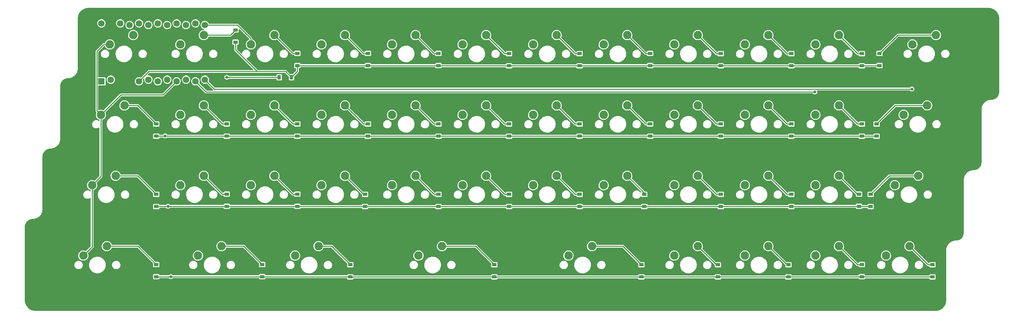
<source format=gbr>
G04 #@! TF.GenerationSoftware,KiCad,Pcbnew,6.0.10-86aedd382b~118~ubuntu20.04.1*
G04 #@! TF.CreationDate,2023-01-08T22:55:38-06:00*
G04 #@! TF.ProjectId,keyboard,6b657962-6f61-4726-942e-6b696361645f,rev?*
G04 #@! TF.SameCoordinates,Original*
G04 #@! TF.FileFunction,Copper,L2,Bot*
G04 #@! TF.FilePolarity,Positive*
%FSLAX46Y46*%
G04 Gerber Fmt 4.6, Leading zero omitted, Abs format (unit mm)*
G04 Created by KiCad (PCBNEW 6.0.10-86aedd382b~118~ubuntu20.04.1) date 2023-01-08 22:55:38*
%MOMM*%
%LPD*%
G01*
G04 APERTURE LIST*
G04 #@! TA.AperFunction,ComponentPad*
%ADD10C,2.250000*%
G04 #@! TD*
G04 #@! TA.AperFunction,ComponentPad*
%ADD11R,1.752600X1.752600*%
G04 #@! TD*
G04 #@! TA.AperFunction,ComponentPad*
%ADD12C,1.752600*%
G04 #@! TD*
G04 #@! TA.AperFunction,SMDPad,CuDef*
%ADD13R,1.200000X0.900000*%
G04 #@! TD*
G04 #@! TA.AperFunction,SMDPad,CuDef*
%ADD14R,0.900000X1.200000*%
G04 #@! TD*
G04 #@! TA.AperFunction,ViaPad*
%ADD15C,0.800000*%
G04 #@! TD*
G04 #@! TA.AperFunction,Conductor*
%ADD16C,0.250000*%
G04 #@! TD*
G04 APERTURE END LIST*
D10*
X173827800Y-92867400D03*
X180177800Y-90327400D03*
X47621550Y-54767400D03*
X53971550Y-52227400D03*
X261934050Y-73817400D03*
X268284050Y-71277400D03*
X100009050Y-92867400D03*
X106359050Y-90327400D03*
X264315300Y-54767400D03*
X270665300Y-52227400D03*
X45240300Y-73817400D03*
X51590300Y-71277400D03*
X73815300Y-92867400D03*
X80165300Y-90327400D03*
X266696550Y-35717400D03*
X273046550Y-33177400D03*
X42859050Y-92867400D03*
X49209050Y-90327400D03*
X133346550Y-92867400D03*
X139696550Y-90327400D03*
X69052800Y-54767400D03*
X75402800Y-52227400D03*
X145252800Y-35717400D03*
X151602800Y-33177400D03*
X107152800Y-73817400D03*
X113502800Y-71277400D03*
X202402800Y-73817400D03*
X208752800Y-71277400D03*
X126202800Y-73817400D03*
X132552800Y-71277400D03*
X221452800Y-73817400D03*
X227802800Y-71277400D03*
X202402800Y-54767400D03*
X208752800Y-52227400D03*
X107152800Y-35717400D03*
X113502800Y-33177400D03*
X259552800Y-92867400D03*
X265902800Y-90327400D03*
X145252800Y-54767400D03*
X151602800Y-52227400D03*
X183352800Y-73817400D03*
X189702800Y-71277400D03*
X221452800Y-54767400D03*
X227802800Y-52227400D03*
X164302800Y-35717400D03*
X170652800Y-33177400D03*
X164302800Y-73817400D03*
X170652800Y-71277400D03*
X183352800Y-35717400D03*
X189702800Y-33177400D03*
X164302800Y-54767400D03*
X170652800Y-52227400D03*
X183352800Y-54767400D03*
X189702800Y-52227400D03*
X240502800Y-54767400D03*
X246852800Y-52227400D03*
X126202800Y-35717400D03*
X132552800Y-33177400D03*
X221452800Y-92867400D03*
X227802800Y-90327400D03*
X69052800Y-35717400D03*
X75402800Y-33177400D03*
X88102800Y-54767400D03*
X94452800Y-52227400D03*
X107152800Y-54767400D03*
X113502800Y-52227400D03*
X240502800Y-35717400D03*
X246852800Y-33177400D03*
X240502800Y-73817400D03*
X246852800Y-71277400D03*
X202402800Y-92867400D03*
X208752800Y-90327400D03*
X126202800Y-54767400D03*
X132552800Y-52227400D03*
X50002800Y-35717400D03*
X56352800Y-33177400D03*
X202402800Y-35717400D03*
X208752800Y-33177400D03*
X145252800Y-73817400D03*
X151602800Y-71277400D03*
X88102800Y-35717400D03*
X94452800Y-33177400D03*
X88102800Y-73817400D03*
X94452800Y-71277400D03*
X221452800Y-35717400D03*
X227802800Y-33177400D03*
X69052800Y-73817400D03*
X75402800Y-71277400D03*
X240502800Y-92867400D03*
X246852800Y-90327400D03*
D11*
X47734050Y-45704600D03*
D12*
X50274050Y-45247400D03*
X52814050Y-45704600D03*
X55354050Y-45247400D03*
X57894050Y-45704600D03*
X60434050Y-45247400D03*
X62974050Y-45704600D03*
X65514050Y-45247400D03*
X68054050Y-45704600D03*
X70594050Y-45247400D03*
X73134050Y-45704600D03*
X75674050Y-45247400D03*
X75674050Y-30464600D03*
X73134050Y-30007400D03*
X70594050Y-30464600D03*
X68054050Y-30007400D03*
X65514050Y-30464600D03*
X62974050Y-30007400D03*
X60434050Y-30464600D03*
X57894050Y-30007400D03*
X55354050Y-30464600D03*
X52814050Y-30007400D03*
X50274050Y-30464600D03*
X47734050Y-30007400D03*
D13*
X193512800Y-98644900D03*
X193512800Y-95344900D03*
X62544050Y-60544900D03*
X62544050Y-57244900D03*
X255425300Y-79594900D03*
X255425300Y-76294900D03*
X114931550Y-98644900D03*
X114931550Y-95344900D03*
X257012800Y-60544900D03*
X257012800Y-57244900D03*
X62544050Y-79594900D03*
X62544050Y-76294900D03*
X91119050Y-98582400D03*
X91119050Y-95282400D03*
X257806550Y-41432400D03*
X257806550Y-38132400D03*
X62544050Y-98582400D03*
X62544050Y-95282400D03*
X153825300Y-98644900D03*
X153825300Y-95344900D03*
X81594050Y-60544900D03*
X81594050Y-57244900D03*
X157794050Y-41494900D03*
X157794050Y-38194900D03*
X118900300Y-79594900D03*
X118900300Y-76294900D03*
X214944050Y-79594900D03*
X214944050Y-76294900D03*
X138744050Y-79594900D03*
X138744050Y-76294900D03*
X233994050Y-79594900D03*
X233994050Y-76294900D03*
X214944050Y-60544900D03*
X214944050Y-57244900D03*
X119694050Y-41432400D03*
X119694050Y-38132400D03*
X272094050Y-98644900D03*
X272094050Y-95344900D03*
X157794050Y-60544900D03*
X157794050Y-57244900D03*
X194306550Y-79594900D03*
X194306550Y-76294900D03*
X233994050Y-60544900D03*
X233994050Y-57244900D03*
X176844050Y-41494900D03*
X176844050Y-38194900D03*
X176844050Y-79594900D03*
X176844050Y-76294900D03*
X195894050Y-41432400D03*
X195894050Y-38132400D03*
X176844050Y-60544900D03*
X176844050Y-57244900D03*
X195894050Y-60544900D03*
X195894050Y-57244900D03*
X253044050Y-60544900D03*
X253044050Y-57244900D03*
X138744050Y-41432400D03*
X138744050Y-38132400D03*
X233200300Y-98644900D03*
X233200300Y-95344900D03*
X83975300Y-35082400D03*
X83975300Y-31782400D03*
X100644050Y-60544900D03*
X100644050Y-57244900D03*
X119694050Y-60544900D03*
X119694050Y-57244900D03*
X253044050Y-41494900D03*
X253044050Y-38194900D03*
X252250300Y-79532400D03*
X252250300Y-76232400D03*
X214150300Y-98644900D03*
X214150300Y-95344900D03*
X138744050Y-60544900D03*
X138744050Y-57244900D03*
D14*
X99056550Y-44607400D03*
X95756550Y-44607400D03*
D13*
X214944050Y-41494900D03*
X214944050Y-38194900D03*
X157794050Y-79594900D03*
X157794050Y-76294900D03*
X100644050Y-41432400D03*
X100644050Y-38132400D03*
X100644050Y-79532400D03*
X100644050Y-76232400D03*
X233994050Y-41494900D03*
X233994050Y-38194900D03*
X81594050Y-79532400D03*
X81594050Y-76232400D03*
X253044050Y-98582400D03*
X253044050Y-95282400D03*
D15*
X66512800Y-98582400D03*
X64925300Y-60482400D03*
X65719050Y-79532400D03*
X81594050Y-44607400D03*
X266537800Y-47782400D03*
X240344050Y-48576150D03*
D16*
X273046550Y-33177400D02*
X262761550Y-33177400D01*
X262761550Y-33177400D02*
X257806550Y-38132400D01*
X57526550Y-52227400D02*
X62544050Y-57244900D01*
X53971550Y-52227400D02*
X57526550Y-52227400D01*
X270665300Y-52227400D02*
X262030300Y-52227400D01*
X262030300Y-52227400D02*
X257012800Y-57244900D01*
X57526550Y-71277400D02*
X62544050Y-76294900D01*
X51590300Y-71277400D02*
X57526550Y-71277400D01*
X260442800Y-71277400D02*
X255425300Y-76294900D01*
X268284050Y-71277400D02*
X260442800Y-71277400D01*
X57589050Y-90327400D02*
X62544050Y-95282400D01*
X49209050Y-90327400D02*
X57589050Y-90327400D01*
X80165300Y-90327400D02*
X86164050Y-90327400D01*
X86164050Y-90327400D02*
X91119050Y-95282400D01*
X106359050Y-90327400D02*
X109914050Y-90327400D01*
X109914050Y-90327400D02*
X114931550Y-95344900D01*
X148807800Y-90327400D02*
X153825300Y-95344900D01*
X139696550Y-90327400D02*
X148807800Y-90327400D01*
X188495300Y-90327400D02*
X193512800Y-95344900D01*
X180177800Y-90327400D02*
X188495300Y-90327400D01*
X62544050Y-98582400D02*
X66512800Y-98582400D01*
X91119050Y-98582400D02*
X114869050Y-98582400D01*
X153825300Y-98644900D02*
X193512800Y-98644900D01*
X193512800Y-98644900D02*
X214150300Y-98644900D01*
X253106550Y-98644900D02*
X253044050Y-98582400D01*
X114869050Y-98582400D02*
X114931550Y-98644900D01*
X66512800Y-98582400D02*
X91119050Y-98582400D01*
X233200300Y-98644900D02*
X252981550Y-98644900D01*
X214150300Y-98644900D02*
X233200300Y-98644900D01*
X272094050Y-98644900D02*
X253106550Y-98644900D01*
X252981550Y-98644900D02*
X253044050Y-98582400D01*
X114931550Y-98644900D02*
X153825300Y-98644900D01*
X62544050Y-60544900D02*
X64987800Y-60544900D01*
X157794050Y-60544900D02*
X176844050Y-60544900D01*
X64987800Y-60544900D02*
X64925300Y-60482400D01*
X81594050Y-60544900D02*
X100644050Y-60544900D01*
X138744050Y-60544900D02*
X157794050Y-60544900D01*
X64987800Y-60544900D02*
X81594050Y-60544900D01*
X119694050Y-60544900D02*
X138744050Y-60544900D01*
X100644050Y-60544900D02*
X119694050Y-60544900D01*
X214944050Y-60544900D02*
X233994050Y-60544900D01*
X176844050Y-60544900D02*
X195894050Y-60544900D01*
X214944050Y-60544900D02*
X195894050Y-60544900D01*
X233994050Y-60544900D02*
X253044050Y-60544900D01*
X253044050Y-60544900D02*
X257012800Y-60544900D01*
X252250300Y-79532400D02*
X234056550Y-79532400D01*
X62606550Y-79532400D02*
X62544050Y-79594900D01*
X81594050Y-79532400D02*
X65719050Y-79532400D01*
X65719050Y-79532400D02*
X62606550Y-79532400D01*
X233994050Y-79594900D02*
X214944050Y-79594900D01*
X118900300Y-79594900D02*
X100706550Y-79594900D01*
X100706550Y-79594900D02*
X100644050Y-79532400D01*
X255425300Y-79594900D02*
X252312800Y-79594900D01*
X176844050Y-79594900D02*
X157794050Y-79594900D01*
X252312800Y-79594900D02*
X252250300Y-79532400D01*
X194306550Y-79594900D02*
X176844050Y-79594900D01*
X252250300Y-79532400D02*
X249075300Y-79532400D01*
X100644050Y-79532400D02*
X81594050Y-79532400D01*
X138744050Y-79594900D02*
X118900300Y-79594900D01*
X234056550Y-79532400D02*
X233994050Y-79594900D01*
X214944050Y-79594900D02*
X194306550Y-79594900D01*
X157794050Y-79594900D02*
X138744050Y-79594900D01*
X176906550Y-41432400D02*
X176844050Y-41494900D01*
X90325300Y-43019900D02*
X97469050Y-43019900D01*
X233994050Y-41494900D02*
X214944050Y-41494900D01*
X83975300Y-37175902D02*
X89819298Y-43019900D01*
X257806550Y-41432400D02*
X253106550Y-41432400D01*
X120487800Y-41432400D02*
X119694050Y-41432400D01*
X100644050Y-41432400D02*
X100644050Y-43019900D01*
X214944050Y-41494900D02*
X195956550Y-41494900D01*
X157794050Y-41494900D02*
X138806550Y-41494900D01*
X83975300Y-35082400D02*
X83975300Y-37175902D01*
X100644050Y-43019900D02*
X99056550Y-44607400D01*
X253106550Y-41432400D02*
X253044050Y-41494900D01*
X176844050Y-41494900D02*
X157794050Y-41494900D01*
X253044050Y-41494900D02*
X233994050Y-41494900D01*
X195956550Y-41494900D02*
X195894050Y-41432400D01*
X195894050Y-41432400D02*
X176906550Y-41432400D01*
X90325300Y-43019900D02*
X60578750Y-43019900D01*
X119694050Y-41432400D02*
X100644050Y-41432400D01*
X138744050Y-41432400D02*
X120487800Y-41432400D01*
X97469050Y-43019900D02*
X99056550Y-44607400D01*
X138806550Y-41494900D02*
X138744050Y-41432400D01*
X60578750Y-43019900D02*
X57894050Y-45704600D01*
X89819298Y-43019900D02*
X90325300Y-43019900D01*
X75402800Y-52227400D02*
X80420300Y-57244900D01*
X80420300Y-57244900D02*
X81594050Y-57244900D01*
X151602800Y-33177400D02*
X156620300Y-38194900D01*
X156620300Y-38194900D02*
X157794050Y-38194900D01*
X118520300Y-76294900D02*
X118900300Y-76294900D01*
X113502800Y-71277400D02*
X118520300Y-76294900D01*
X208752800Y-71277400D02*
X213770300Y-76294900D01*
X213770300Y-76294900D02*
X214944050Y-76294900D01*
X132552800Y-71277400D02*
X137570300Y-76294900D01*
X137570300Y-76294900D02*
X138744050Y-76294900D01*
X232820300Y-76294900D02*
X233994050Y-76294900D01*
X227802800Y-71277400D02*
X232820300Y-76294900D01*
X208752800Y-52227400D02*
X213770300Y-57244900D01*
X213770300Y-57244900D02*
X214944050Y-57244900D01*
X119694050Y-38132400D02*
X118457800Y-38132400D01*
X118457800Y-38132400D02*
X113502800Y-33177400D01*
X270920300Y-95344900D02*
X272094050Y-95344900D01*
X265902800Y-90327400D02*
X270920300Y-95344900D01*
X156620300Y-57244900D02*
X157794050Y-57244900D01*
X151602800Y-52227400D02*
X156620300Y-57244900D01*
X194306550Y-75881150D02*
X194306550Y-76294900D01*
X189702800Y-71277400D02*
X194306550Y-75881150D01*
X227802800Y-52227400D02*
X232820300Y-57244900D01*
X232820300Y-57244900D02*
X233994050Y-57244900D01*
X175670300Y-38194900D02*
X176844050Y-38194900D01*
X170652800Y-33177400D02*
X175670300Y-38194900D01*
X170652800Y-71277400D02*
X175670300Y-76294900D01*
X175670300Y-76294900D02*
X176844050Y-76294900D01*
X189702800Y-33177400D02*
X194657800Y-38132400D01*
X194657800Y-38132400D02*
X195894050Y-38132400D01*
X175670300Y-57244900D02*
X176844050Y-57244900D01*
X170652800Y-52227400D02*
X175670300Y-57244900D01*
X189702800Y-52227400D02*
X194720300Y-57244900D01*
X194720300Y-57244900D02*
X195894050Y-57244900D01*
X251870300Y-57244900D02*
X253044050Y-57244900D01*
X246852800Y-52227400D02*
X251870300Y-57244900D01*
X137507800Y-38132400D02*
X138744050Y-38132400D01*
X132552800Y-33177400D02*
X137507800Y-38132400D01*
X232820300Y-95344900D02*
X233200300Y-95344900D01*
X227802800Y-90327400D02*
X232820300Y-95344900D01*
X82580300Y-33177400D02*
X83975300Y-31782400D01*
X75402800Y-33177400D02*
X82580300Y-33177400D01*
X99470300Y-57244900D02*
X100644050Y-57244900D01*
X94452800Y-52227400D02*
X99470300Y-57244900D01*
X113502800Y-52227400D02*
X118520300Y-57244900D01*
X118520300Y-57244900D02*
X119694050Y-57244900D01*
X246852800Y-33177400D02*
X251870300Y-38194900D01*
X251870300Y-38194900D02*
X253044050Y-38194900D01*
X246852800Y-71277400D02*
X251807800Y-76232400D01*
X251807800Y-76232400D02*
X252250300Y-76232400D01*
X213770300Y-95344900D02*
X214150300Y-95344900D01*
X208752800Y-90327400D02*
X213770300Y-95344900D01*
X137570300Y-57244900D02*
X138744050Y-57244900D01*
X132552800Y-52227400D02*
X137570300Y-57244900D01*
X81594050Y-44607400D02*
X95756550Y-44607400D01*
X208752800Y-33177400D02*
X213770300Y-38194900D01*
X213770300Y-38194900D02*
X214944050Y-38194900D01*
X151602800Y-71277400D02*
X156620300Y-76294900D01*
X156620300Y-76294900D02*
X157794050Y-76294900D01*
X100644050Y-38132400D02*
X99407800Y-38132400D01*
X99407800Y-38132400D02*
X94452800Y-33177400D01*
X99407800Y-76232400D02*
X100644050Y-76232400D01*
X94452800Y-71277400D02*
X99407800Y-76232400D01*
X232820300Y-38194900D02*
X233994050Y-38194900D01*
X227802800Y-33177400D02*
X232820300Y-38194900D01*
X75402800Y-71277400D02*
X80357800Y-76232400D01*
X80357800Y-76232400D02*
X81594050Y-76232400D01*
X251807800Y-95282400D02*
X253044050Y-95282400D01*
X246852800Y-90327400D02*
X251807800Y-95282400D01*
X47621550Y-54767400D02*
X47621550Y-71436150D01*
X47621550Y-71436150D02*
X45240300Y-73817400D01*
X53019050Y-49369900D02*
X64388750Y-49369900D01*
X46532749Y-37596461D02*
X46532749Y-53678599D01*
X45240300Y-90486150D02*
X42859050Y-92867400D01*
X46532749Y-53678599D02*
X47621550Y-54767400D01*
X47621550Y-54767400D02*
X53019050Y-49369900D01*
X45240300Y-73817400D02*
X45240300Y-90486150D01*
X48411810Y-35717400D02*
X46532749Y-37596461D01*
X64388750Y-49369900D02*
X68054050Y-45704600D01*
X50002800Y-35717400D02*
X48411810Y-35717400D01*
X266537800Y-47782400D02*
X78209050Y-47782400D01*
X78209050Y-47782400D02*
X75674050Y-45247400D01*
X88102800Y-35717400D02*
X88102800Y-34126410D01*
X88102800Y-34126410D02*
X84440990Y-30464600D01*
X84440990Y-30464600D02*
X75674050Y-30464600D01*
X70177799Y-44831149D02*
X70594050Y-45247400D01*
X76005600Y-48576150D02*
X73134050Y-45704600D01*
X240344050Y-48576150D02*
X76005600Y-48576150D01*
G04 #@! TA.AperFunction,Conductor*
G36*
X287162796Y-25810321D02*
G01*
X287163128Y-25810387D01*
X287163129Y-25810387D01*
X287175300Y-25812808D01*
X287187472Y-25810387D01*
X287199880Y-25810387D01*
X287199880Y-25810624D01*
X287210500Y-25809877D01*
X287495679Y-25825892D01*
X287509712Y-25827473D01*
X287664401Y-25853756D01*
X287819086Y-25880038D01*
X287832861Y-25883182D01*
X287927294Y-25910388D01*
X288134412Y-25970057D01*
X288147726Y-25974716D01*
X288437666Y-26094813D01*
X288450390Y-26100942D01*
X288725027Y-26252728D01*
X288736992Y-26260245D01*
X288992927Y-26441841D01*
X289003973Y-26450651D01*
X289237957Y-26659751D01*
X289247949Y-26669743D01*
X289457049Y-26903727D01*
X289465859Y-26914773D01*
X289647455Y-27170708D01*
X289654972Y-27182673D01*
X289806758Y-27457310D01*
X289812887Y-27470034D01*
X289932984Y-27759974D01*
X289937643Y-27773288D01*
X289997312Y-27980406D01*
X290024518Y-28074839D01*
X290027662Y-28088614D01*
X290080226Y-28397984D01*
X290081808Y-28412025D01*
X290097823Y-28697197D01*
X290097076Y-28707820D01*
X290097313Y-28707820D01*
X290097313Y-28720228D01*
X290094892Y-28732400D01*
X290097313Y-28744571D01*
X290097313Y-28744572D01*
X290097379Y-28744904D01*
X290099800Y-28769485D01*
X290099800Y-48539065D01*
X290097378Y-48563647D01*
X290094892Y-48576145D01*
X290097312Y-48588315D01*
X290097312Y-48600727D01*
X290096808Y-48600727D01*
X290097498Y-48611257D01*
X290082106Y-48846018D01*
X290079955Y-48862358D01*
X290028798Y-49119520D01*
X290024532Y-49135440D01*
X289940247Y-49383727D01*
X289933942Y-49398949D01*
X289817965Y-49634120D01*
X289809741Y-49648364D01*
X289664063Y-49866386D01*
X289654030Y-49879461D01*
X289481148Y-50076594D01*
X289469494Y-50088248D01*
X289272361Y-50261130D01*
X289259289Y-50271161D01*
X289041264Y-50416841D01*
X289027020Y-50425065D01*
X288791849Y-50541042D01*
X288776627Y-50547347D01*
X288528340Y-50631632D01*
X288512420Y-50635898D01*
X288255258Y-50687055D01*
X288238918Y-50689206D01*
X288081214Y-50699546D01*
X288004155Y-50704598D01*
X287993619Y-50703907D01*
X287993619Y-50704412D01*
X287981211Y-50704412D01*
X287969045Y-50701992D01*
X287963714Y-50703052D01*
X287837043Y-50710169D01*
X287677454Y-50719134D01*
X287677446Y-50719135D01*
X287673920Y-50719333D01*
X287670429Y-50719926D01*
X287670422Y-50719927D01*
X287389323Y-50767692D01*
X287382508Y-50768850D01*
X287379121Y-50769826D01*
X287379116Y-50769827D01*
X287101872Y-50849704D01*
X287101865Y-50849706D01*
X287098472Y-50850684D01*
X287095205Y-50852037D01*
X287095200Y-50852039D01*
X286828659Y-50962447D01*
X286828653Y-50962450D01*
X286825384Y-50963804D01*
X286812404Y-50970978D01*
X286613352Y-51080992D01*
X286566678Y-51106788D01*
X286563800Y-51108830D01*
X286563797Y-51108832D01*
X286398478Y-51226134D01*
X286325608Y-51277839D01*
X286105204Y-51474804D01*
X285908239Y-51695208D01*
X285906190Y-51698096D01*
X285906189Y-51698097D01*
X285766138Y-51895478D01*
X285737188Y-51936278D01*
X285735482Y-51939365D01*
X285735480Y-51939368D01*
X285702129Y-51999711D01*
X285594204Y-52194984D01*
X285592850Y-52198253D01*
X285592847Y-52198259D01*
X285482439Y-52464800D01*
X285481084Y-52468072D01*
X285480106Y-52471465D01*
X285480104Y-52471472D01*
X285402700Y-52740133D01*
X285399250Y-52752108D01*
X285398658Y-52755592D01*
X285368407Y-52933624D01*
X285349733Y-53043520D01*
X285349535Y-53047046D01*
X285349534Y-53047054D01*
X285334195Y-53320096D01*
X285333452Y-53333314D01*
X285332392Y-53338645D01*
X285334812Y-53350812D01*
X285334812Y-53350815D01*
X285334879Y-53351150D01*
X285337300Y-53375729D01*
X285337300Y-67589065D01*
X285334878Y-67613647D01*
X285332392Y-67626145D01*
X285334812Y-67638315D01*
X285334812Y-67650727D01*
X285334308Y-67650727D01*
X285334998Y-67661257D01*
X285319606Y-67896018D01*
X285317455Y-67912358D01*
X285266298Y-68169520D01*
X285262032Y-68185440D01*
X285177747Y-68433727D01*
X285171442Y-68448949D01*
X285055465Y-68684120D01*
X285047241Y-68698364D01*
X284901563Y-68916386D01*
X284891530Y-68929461D01*
X284718648Y-69126594D01*
X284706994Y-69138248D01*
X284509861Y-69311130D01*
X284496789Y-69321161D01*
X284278764Y-69466841D01*
X284264520Y-69475065D01*
X284029349Y-69591042D01*
X284014127Y-69597347D01*
X283765840Y-69681632D01*
X283749920Y-69685898D01*
X283492758Y-69737055D01*
X283476418Y-69739206D01*
X283318714Y-69749546D01*
X283241655Y-69754598D01*
X283231119Y-69753907D01*
X283231119Y-69754412D01*
X283218711Y-69754412D01*
X283206545Y-69751992D01*
X283201214Y-69753052D01*
X283074543Y-69760169D01*
X282914954Y-69769134D01*
X282914946Y-69769135D01*
X282911420Y-69769333D01*
X282907929Y-69769926D01*
X282907922Y-69769927D01*
X282626823Y-69817692D01*
X282620008Y-69818850D01*
X282616621Y-69819826D01*
X282616616Y-69819827D01*
X282339372Y-69899704D01*
X282339365Y-69899706D01*
X282335972Y-69900684D01*
X282332705Y-69902037D01*
X282332700Y-69902039D01*
X282066159Y-70012447D01*
X282066153Y-70012450D01*
X282062884Y-70013804D01*
X282049904Y-70020978D01*
X281850852Y-70130992D01*
X281804178Y-70156788D01*
X281801300Y-70158830D01*
X281801297Y-70158832D01*
X281635978Y-70276134D01*
X281563108Y-70327839D01*
X281342704Y-70524804D01*
X281145739Y-70745208D01*
X281143690Y-70748096D01*
X281143689Y-70748097D01*
X281003638Y-70945478D01*
X280974688Y-70986278D01*
X280972982Y-70989365D01*
X280972980Y-70989368D01*
X280939629Y-71049711D01*
X280831704Y-71244984D01*
X280830350Y-71248253D01*
X280830347Y-71248259D01*
X280719939Y-71514800D01*
X280718584Y-71518072D01*
X280717606Y-71521465D01*
X280717604Y-71521472D01*
X280640200Y-71790133D01*
X280636750Y-71802108D01*
X280636158Y-71805592D01*
X280605907Y-71983624D01*
X280587233Y-72093520D01*
X280587035Y-72097046D01*
X280587034Y-72097054D01*
X280571695Y-72370096D01*
X280570952Y-72383314D01*
X280569892Y-72388645D01*
X280572312Y-72400812D01*
X280572312Y-72400815D01*
X280572379Y-72401150D01*
X280574800Y-72425729D01*
X280574800Y-86639065D01*
X280572378Y-86663647D01*
X280569892Y-86676145D01*
X280572312Y-86688315D01*
X280572312Y-86700727D01*
X280571808Y-86700727D01*
X280572498Y-86711257D01*
X280557106Y-86946018D01*
X280554955Y-86962358D01*
X280503798Y-87219520D01*
X280499532Y-87235440D01*
X280415247Y-87483727D01*
X280408942Y-87498949D01*
X280292965Y-87734120D01*
X280284741Y-87748364D01*
X280139063Y-87966386D01*
X280129030Y-87979461D01*
X279956148Y-88176594D01*
X279944494Y-88188248D01*
X279747361Y-88361130D01*
X279734289Y-88371161D01*
X279516264Y-88516841D01*
X279502020Y-88525065D01*
X279266849Y-88641042D01*
X279251627Y-88647347D01*
X279003340Y-88731632D01*
X278987420Y-88735898D01*
X278730258Y-88787055D01*
X278713918Y-88789206D01*
X278556214Y-88799546D01*
X278479155Y-88804598D01*
X278468619Y-88803907D01*
X278468619Y-88804412D01*
X278456211Y-88804412D01*
X278444045Y-88801992D01*
X278438714Y-88803052D01*
X278312043Y-88810169D01*
X278152454Y-88819134D01*
X278152446Y-88819135D01*
X278148920Y-88819333D01*
X278145429Y-88819926D01*
X278145422Y-88819927D01*
X277864323Y-88867692D01*
X277857508Y-88868850D01*
X277854121Y-88869826D01*
X277854116Y-88869827D01*
X277576872Y-88949704D01*
X277576865Y-88949706D01*
X277573472Y-88950684D01*
X277570205Y-88952037D01*
X277570200Y-88952039D01*
X277303659Y-89062447D01*
X277303653Y-89062450D01*
X277300384Y-89063804D01*
X277287404Y-89070978D01*
X277088352Y-89180992D01*
X277041678Y-89206788D01*
X277038800Y-89208830D01*
X277038797Y-89208832D01*
X276873478Y-89326134D01*
X276800608Y-89377839D01*
X276580204Y-89574804D01*
X276383239Y-89795208D01*
X276381190Y-89798096D01*
X276381189Y-89798097D01*
X276241138Y-89995478D01*
X276212188Y-90036278D01*
X276210482Y-90039365D01*
X276210480Y-90039368D01*
X276177129Y-90099711D01*
X276069204Y-90294984D01*
X276067850Y-90298253D01*
X276067847Y-90298259D01*
X275957439Y-90564800D01*
X275956084Y-90568072D01*
X275955106Y-90571465D01*
X275955104Y-90571472D01*
X275877700Y-90840133D01*
X275874250Y-90852108D01*
X275873658Y-90855592D01*
X275843407Y-91033624D01*
X275824733Y-91143520D01*
X275824535Y-91147046D01*
X275824534Y-91147054D01*
X275809195Y-91420096D01*
X275808452Y-91433314D01*
X275807392Y-91438645D01*
X275809812Y-91450812D01*
X275809812Y-91450815D01*
X275809879Y-91451150D01*
X275812300Y-91475729D01*
X275812300Y-104895315D01*
X275809879Y-104919896D01*
X275807392Y-104932400D01*
X275809813Y-104944572D01*
X275809813Y-104956980D01*
X275809576Y-104956980D01*
X275810323Y-104967603D01*
X275794308Y-105252775D01*
X275792726Y-105266816D01*
X275740162Y-105576186D01*
X275737018Y-105589961D01*
X275650143Y-105891512D01*
X275645484Y-105904826D01*
X275525389Y-106194761D01*
X275519258Y-106207490D01*
X275367472Y-106482127D01*
X275359955Y-106494092D01*
X275178359Y-106750027D01*
X275169549Y-106761073D01*
X274960449Y-106995057D01*
X274950457Y-107005049D01*
X274716473Y-107214149D01*
X274705427Y-107222959D01*
X274449492Y-107404555D01*
X274437527Y-107412072D01*
X274162890Y-107563858D01*
X274150166Y-107569987D01*
X273860226Y-107690084D01*
X273846912Y-107694743D01*
X273639794Y-107754412D01*
X273545361Y-107781618D01*
X273531586Y-107784762D01*
X273376901Y-107811044D01*
X273222212Y-107837327D01*
X273208179Y-107838908D01*
X272923000Y-107854923D01*
X272912380Y-107854176D01*
X272912380Y-107854413D01*
X272899972Y-107854413D01*
X272887800Y-107851992D01*
X272875629Y-107854413D01*
X272875628Y-107854413D01*
X272875296Y-107854479D01*
X272850715Y-107856900D01*
X30037385Y-107856900D01*
X30012804Y-107854479D01*
X30012472Y-107854413D01*
X30012471Y-107854413D01*
X30000300Y-107851992D01*
X29988128Y-107854413D01*
X29975720Y-107854413D01*
X29975720Y-107854176D01*
X29965100Y-107854923D01*
X29679921Y-107838908D01*
X29665888Y-107837327D01*
X29511199Y-107811044D01*
X29356514Y-107784762D01*
X29342739Y-107781618D01*
X29248306Y-107754412D01*
X29041188Y-107694743D01*
X29027874Y-107690084D01*
X28737934Y-107569987D01*
X28725210Y-107563858D01*
X28450573Y-107412072D01*
X28438608Y-107404555D01*
X28182673Y-107222959D01*
X28171627Y-107214149D01*
X27937643Y-107005049D01*
X27927651Y-106995057D01*
X27718551Y-106761073D01*
X27709741Y-106750027D01*
X27528145Y-106494092D01*
X27520628Y-106482127D01*
X27368842Y-106207490D01*
X27362711Y-106194761D01*
X27242616Y-105904826D01*
X27237957Y-105891512D01*
X27151082Y-105589961D01*
X27147938Y-105576186D01*
X27095374Y-105266816D01*
X27093792Y-105252775D01*
X27077777Y-104967603D01*
X27078524Y-104956980D01*
X27078287Y-104956980D01*
X27078287Y-104944572D01*
X27080708Y-104932400D01*
X27078221Y-104919896D01*
X27075800Y-104895315D01*
X27075800Y-99057074D01*
X61693550Y-99057074D01*
X61708084Y-99130140D01*
X61763449Y-99213001D01*
X61846310Y-99268366D01*
X61919376Y-99282900D01*
X63168724Y-99282900D01*
X63241790Y-99268366D01*
X63324651Y-99213001D01*
X63380016Y-99130140D01*
X63389214Y-99083900D01*
X63394104Y-99059318D01*
X63427012Y-98996408D01*
X63488708Y-98961277D01*
X63517683Y-98957900D01*
X65914810Y-98957900D01*
X65982931Y-98977902D01*
X66010191Y-99001569D01*
X66012526Y-99004275D01*
X66016758Y-99010572D01*
X66022368Y-99015677D01*
X66022370Y-99015679D01*
X66108508Y-99094058D01*
X66133210Y-99116535D01*
X66193169Y-99149090D01*
X66264899Y-99188037D01*
X66264901Y-99188038D01*
X66271576Y-99191662D01*
X66278925Y-99193590D01*
X66416519Y-99229687D01*
X66416521Y-99229687D01*
X66423869Y-99231615D01*
X66507180Y-99232924D01*
X66573698Y-99233969D01*
X66573701Y-99233969D01*
X66581295Y-99234088D01*
X66734768Y-99198938D01*
X66875425Y-99128195D01*
X66958697Y-99057074D01*
X66989374Y-99030874D01*
X66989376Y-99030871D01*
X66995148Y-99025942D01*
X66999577Y-99019778D01*
X66999580Y-99019775D01*
X67006336Y-99010373D01*
X67062331Y-98966726D01*
X67108658Y-98957900D01*
X90145417Y-98957900D01*
X90213538Y-98977902D01*
X90260031Y-99031558D01*
X90268996Y-99059318D01*
X90273886Y-99083900D01*
X90283084Y-99130140D01*
X90338449Y-99213001D01*
X90421310Y-99268366D01*
X90494376Y-99282900D01*
X91743724Y-99282900D01*
X91816790Y-99268366D01*
X91899651Y-99213001D01*
X91955016Y-99130140D01*
X91964214Y-99083900D01*
X91969104Y-99059318D01*
X92002012Y-98996408D01*
X92063708Y-98961277D01*
X92092683Y-98957900D01*
X113955050Y-98957900D01*
X114023171Y-98977902D01*
X114069664Y-99031558D01*
X114081050Y-99083900D01*
X114081050Y-99119574D01*
X114095584Y-99192640D01*
X114102478Y-99202957D01*
X114102478Y-99202958D01*
X114120338Y-99229687D01*
X114150949Y-99275501D01*
X114233810Y-99330866D01*
X114306876Y-99345400D01*
X115556224Y-99345400D01*
X115629290Y-99330866D01*
X115712151Y-99275501D01*
X115742762Y-99229687D01*
X115760622Y-99202958D01*
X115760622Y-99202957D01*
X115767516Y-99192640D01*
X115777896Y-99140458D01*
X115781604Y-99121818D01*
X115814512Y-99058908D01*
X115876208Y-99023777D01*
X115905183Y-99020400D01*
X152851667Y-99020400D01*
X152919788Y-99040402D01*
X152966281Y-99094058D01*
X152975246Y-99121818D01*
X152978954Y-99140458D01*
X152989334Y-99192640D01*
X152996228Y-99202957D01*
X152996228Y-99202958D01*
X153014088Y-99229687D01*
X153044699Y-99275501D01*
X153127560Y-99330866D01*
X153200626Y-99345400D01*
X154449974Y-99345400D01*
X154523040Y-99330866D01*
X154605901Y-99275501D01*
X154636512Y-99229687D01*
X154654372Y-99202958D01*
X154654372Y-99202957D01*
X154661266Y-99192640D01*
X154671646Y-99140458D01*
X154675354Y-99121818D01*
X154708262Y-99058908D01*
X154769958Y-99023777D01*
X154798933Y-99020400D01*
X192539167Y-99020400D01*
X192607288Y-99040402D01*
X192653781Y-99094058D01*
X192662746Y-99121818D01*
X192666454Y-99140458D01*
X192676834Y-99192640D01*
X192683728Y-99202957D01*
X192683728Y-99202958D01*
X192701588Y-99229687D01*
X192732199Y-99275501D01*
X192815060Y-99330866D01*
X192888126Y-99345400D01*
X194137474Y-99345400D01*
X194210540Y-99330866D01*
X194293401Y-99275501D01*
X194324012Y-99229687D01*
X194341872Y-99202958D01*
X194341872Y-99202957D01*
X194348766Y-99192640D01*
X194359146Y-99140458D01*
X194362854Y-99121818D01*
X194395762Y-99058908D01*
X194457458Y-99023777D01*
X194486433Y-99020400D01*
X213176667Y-99020400D01*
X213244788Y-99040402D01*
X213291281Y-99094058D01*
X213300246Y-99121818D01*
X213303954Y-99140458D01*
X213314334Y-99192640D01*
X213321228Y-99202957D01*
X213321228Y-99202958D01*
X213339088Y-99229687D01*
X213369699Y-99275501D01*
X213452560Y-99330866D01*
X213525626Y-99345400D01*
X214774974Y-99345400D01*
X214848040Y-99330866D01*
X214930901Y-99275501D01*
X214961512Y-99229687D01*
X214979372Y-99202958D01*
X214979372Y-99202957D01*
X214986266Y-99192640D01*
X214996646Y-99140458D01*
X215000354Y-99121818D01*
X215033262Y-99058908D01*
X215094958Y-99023777D01*
X215123933Y-99020400D01*
X232226667Y-99020400D01*
X232294788Y-99040402D01*
X232341281Y-99094058D01*
X232350246Y-99121818D01*
X232353954Y-99140458D01*
X232364334Y-99192640D01*
X232371228Y-99202957D01*
X232371228Y-99202958D01*
X232389088Y-99229687D01*
X232419699Y-99275501D01*
X232502560Y-99330866D01*
X232575626Y-99345400D01*
X233824974Y-99345400D01*
X233898040Y-99330866D01*
X233980901Y-99275501D01*
X234011512Y-99229687D01*
X234029372Y-99202958D01*
X234029372Y-99202957D01*
X234036266Y-99192640D01*
X234046646Y-99140458D01*
X234050354Y-99121818D01*
X234083262Y-99058908D01*
X234144958Y-99023777D01*
X234173933Y-99020400D01*
X252082850Y-99020400D01*
X252150971Y-99040402D01*
X252197464Y-99094058D01*
X252203495Y-99112736D01*
X252205663Y-99117969D01*
X252208084Y-99130140D01*
X252263449Y-99213001D01*
X252346310Y-99268366D01*
X252419376Y-99282900D01*
X253668724Y-99282900D01*
X253741790Y-99268366D01*
X253824651Y-99213001D01*
X253880016Y-99130140D01*
X253882437Y-99117969D01*
X253887186Y-99106504D01*
X253889238Y-99107354D01*
X253914575Y-99058913D01*
X253976269Y-99023778D01*
X254005250Y-99020400D01*
X271120417Y-99020400D01*
X271188538Y-99040402D01*
X271235031Y-99094058D01*
X271243996Y-99121818D01*
X271247704Y-99140458D01*
X271258084Y-99192640D01*
X271264978Y-99202957D01*
X271264978Y-99202958D01*
X271282838Y-99229687D01*
X271313449Y-99275501D01*
X271396310Y-99330866D01*
X271469376Y-99345400D01*
X272718724Y-99345400D01*
X272791790Y-99330866D01*
X272874651Y-99275501D01*
X272905262Y-99229687D01*
X272923122Y-99202958D01*
X272923122Y-99202957D01*
X272930016Y-99192640D01*
X272944550Y-99119574D01*
X272944550Y-98170226D01*
X272930016Y-98097160D01*
X272874651Y-98014299D01*
X272814636Y-97974199D01*
X272802108Y-97965828D01*
X272802107Y-97965828D01*
X272791790Y-97958934D01*
X272718724Y-97944400D01*
X271469376Y-97944400D01*
X271396310Y-97958934D01*
X271385993Y-97965828D01*
X271385992Y-97965828D01*
X271373464Y-97974199D01*
X271313449Y-98014299D01*
X271258084Y-98097160D01*
X271255663Y-98109331D01*
X271243996Y-98167982D01*
X271211088Y-98230892D01*
X271149392Y-98266023D01*
X271120417Y-98269400D01*
X254020550Y-98269400D01*
X253952429Y-98249398D01*
X253905936Y-98195742D01*
X253894550Y-98143400D01*
X253894550Y-98107726D01*
X253880016Y-98034660D01*
X253866412Y-98014299D01*
X253831543Y-97962114D01*
X253824651Y-97951799D01*
X253741790Y-97896434D01*
X253668724Y-97881900D01*
X252419376Y-97881900D01*
X252346310Y-97896434D01*
X252263449Y-97951799D01*
X252256557Y-97962114D01*
X252221689Y-98014299D01*
X252208084Y-98034660D01*
X252193550Y-98107726D01*
X252193550Y-98143400D01*
X252173548Y-98211521D01*
X252119892Y-98258014D01*
X252067550Y-98269400D01*
X234173933Y-98269400D01*
X234105812Y-98249398D01*
X234059319Y-98195742D01*
X234050354Y-98167982D01*
X234038687Y-98109331D01*
X234036266Y-98097160D01*
X233980901Y-98014299D01*
X233920886Y-97974199D01*
X233908358Y-97965828D01*
X233908357Y-97965828D01*
X233898040Y-97958934D01*
X233824974Y-97944400D01*
X232575626Y-97944400D01*
X232502560Y-97958934D01*
X232492243Y-97965828D01*
X232492242Y-97965828D01*
X232479714Y-97974199D01*
X232419699Y-98014299D01*
X232364334Y-98097160D01*
X232361913Y-98109331D01*
X232350246Y-98167982D01*
X232317338Y-98230892D01*
X232255642Y-98266023D01*
X232226667Y-98269400D01*
X215123933Y-98269400D01*
X215055812Y-98249398D01*
X215009319Y-98195742D01*
X215000354Y-98167982D01*
X214988687Y-98109331D01*
X214986266Y-98097160D01*
X214930901Y-98014299D01*
X214870886Y-97974199D01*
X214858358Y-97965828D01*
X214858357Y-97965828D01*
X214848040Y-97958934D01*
X214774974Y-97944400D01*
X213525626Y-97944400D01*
X213452560Y-97958934D01*
X213442243Y-97965828D01*
X213442242Y-97965828D01*
X213429714Y-97974199D01*
X213369699Y-98014299D01*
X213314334Y-98097160D01*
X213311913Y-98109331D01*
X213300246Y-98167982D01*
X213267338Y-98230892D01*
X213205642Y-98266023D01*
X213176667Y-98269400D01*
X194486433Y-98269400D01*
X194418312Y-98249398D01*
X194371819Y-98195742D01*
X194362854Y-98167982D01*
X194351187Y-98109331D01*
X194348766Y-98097160D01*
X194293401Y-98014299D01*
X194233386Y-97974199D01*
X194220858Y-97965828D01*
X194220857Y-97965828D01*
X194210540Y-97958934D01*
X194137474Y-97944400D01*
X192888126Y-97944400D01*
X192815060Y-97958934D01*
X192804743Y-97965828D01*
X192804742Y-97965828D01*
X192792214Y-97974199D01*
X192732199Y-98014299D01*
X192676834Y-98097160D01*
X192674413Y-98109331D01*
X192662746Y-98167982D01*
X192629838Y-98230892D01*
X192568142Y-98266023D01*
X192539167Y-98269400D01*
X154798933Y-98269400D01*
X154730812Y-98249398D01*
X154684319Y-98195742D01*
X154675354Y-98167982D01*
X154663687Y-98109331D01*
X154661266Y-98097160D01*
X154605901Y-98014299D01*
X154545886Y-97974199D01*
X154533358Y-97965828D01*
X154533357Y-97965828D01*
X154523040Y-97958934D01*
X154449974Y-97944400D01*
X153200626Y-97944400D01*
X153127560Y-97958934D01*
X153117243Y-97965828D01*
X153117242Y-97965828D01*
X153104714Y-97974199D01*
X153044699Y-98014299D01*
X152989334Y-98097160D01*
X152986913Y-98109331D01*
X152975246Y-98167982D01*
X152942338Y-98230892D01*
X152880642Y-98266023D01*
X152851667Y-98269400D01*
X115905183Y-98269400D01*
X115837062Y-98249398D01*
X115790569Y-98195742D01*
X115781604Y-98167982D01*
X115769937Y-98109331D01*
X115767516Y-98097160D01*
X115712151Y-98014299D01*
X115652136Y-97974199D01*
X115639608Y-97965828D01*
X115639607Y-97965828D01*
X115629290Y-97958934D01*
X115556224Y-97944400D01*
X114306876Y-97944400D01*
X114233810Y-97958934D01*
X114223493Y-97965828D01*
X114223492Y-97965828D01*
X114210964Y-97974199D01*
X114150949Y-98014299D01*
X114095584Y-98097160D01*
X114093163Y-98109331D01*
X114088414Y-98120796D01*
X114086362Y-98119946D01*
X114061025Y-98168387D01*
X113999331Y-98203522D01*
X113970350Y-98206900D01*
X92092683Y-98206900D01*
X92024562Y-98186898D01*
X91978069Y-98133242D01*
X91969104Y-98105482D01*
X91957437Y-98046831D01*
X91955016Y-98034660D01*
X91941412Y-98014299D01*
X91906543Y-97962114D01*
X91899651Y-97951799D01*
X91816790Y-97896434D01*
X91743724Y-97881900D01*
X90494376Y-97881900D01*
X90421310Y-97896434D01*
X90338449Y-97951799D01*
X90331557Y-97962114D01*
X90296689Y-98014299D01*
X90283084Y-98034660D01*
X90280663Y-98046831D01*
X90268996Y-98105482D01*
X90236088Y-98168392D01*
X90174392Y-98203523D01*
X90145417Y-98206900D01*
X67110377Y-98206900D01*
X67042256Y-98186898D01*
X67014653Y-98160136D01*
X67013656Y-98161015D01*
X67008637Y-98155322D01*
X67004331Y-98149057D01*
X66951133Y-98101659D01*
X66892448Y-98049372D01*
X66892445Y-98049370D01*
X66886776Y-98044319D01*
X66868534Y-98034660D01*
X66754343Y-97974199D01*
X66754344Y-97974199D01*
X66747631Y-97970645D01*
X66728454Y-97965828D01*
X66602298Y-97934140D01*
X66602296Y-97934140D01*
X66594928Y-97932289D01*
X66587330Y-97932249D01*
X66587328Y-97932249D01*
X66520119Y-97931897D01*
X66437484Y-97931465D01*
X66430105Y-97933237D01*
X66430101Y-97933237D01*
X66291767Y-97966448D01*
X66291763Y-97966449D01*
X66284388Y-97968220D01*
X66144479Y-98040432D01*
X66138757Y-98045424D01*
X66138755Y-98045425D01*
X66031559Y-98138938D01*
X66031556Y-98138941D01*
X66025834Y-98143933D01*
X66021467Y-98150147D01*
X66021464Y-98150150D01*
X66019215Y-98153350D01*
X66016979Y-98155131D01*
X66016382Y-98155794D01*
X66016271Y-98155694D01*
X65963681Y-98197582D01*
X65916128Y-98206900D01*
X63517683Y-98206900D01*
X63449562Y-98186898D01*
X63403069Y-98133242D01*
X63394104Y-98105482D01*
X63382437Y-98046831D01*
X63380016Y-98034660D01*
X63366412Y-98014299D01*
X63331543Y-97962114D01*
X63324651Y-97951799D01*
X63241790Y-97896434D01*
X63168724Y-97881900D01*
X61919376Y-97881900D01*
X61846310Y-97896434D01*
X61763449Y-97951799D01*
X61756557Y-97962114D01*
X61721689Y-98014299D01*
X61708084Y-98034660D01*
X61693550Y-98107726D01*
X61693550Y-99057074D01*
X27075800Y-99057074D01*
X27075800Y-95352169D01*
X40459780Y-95352169D01*
X40469709Y-95566706D01*
X40520028Y-95775494D01*
X40522510Y-95780952D01*
X40522511Y-95780956D01*
X40567757Y-95880469D01*
X40608919Y-95971000D01*
X40733176Y-96146170D01*
X40737499Y-96150309D01*
X40737503Y-96150313D01*
X40826457Y-96235468D01*
X40888315Y-96294684D01*
X41068739Y-96411182D01*
X41267937Y-96491461D01*
X41372308Y-96511843D01*
X41474275Y-96531756D01*
X41474278Y-96531756D01*
X41478721Y-96532624D01*
X41484364Y-96532900D01*
X41642714Y-96532900D01*
X41802845Y-96517622D01*
X41808601Y-96515933D01*
X41808603Y-96515933D01*
X41899670Y-96489217D01*
X42008926Y-96457165D01*
X42014254Y-96454421D01*
X42194526Y-96361575D01*
X42194529Y-96361573D01*
X42199857Y-96358829D01*
X42368748Y-96226163D01*
X42509505Y-96063954D01*
X42527247Y-96033287D01*
X42602644Y-95902958D01*
X42617051Y-95878055D01*
X42687503Y-95675174D01*
X42689750Y-95659681D01*
X42717459Y-95468571D01*
X42717459Y-95468568D01*
X42718320Y-95462631D01*
X42717944Y-95454508D01*
X44420120Y-95454508D01*
X44420483Y-95458656D01*
X44420483Y-95458660D01*
X44445741Y-95747364D01*
X44445742Y-95747372D01*
X44446106Y-95751530D01*
X44447020Y-95755619D01*
X44509087Y-96033287D01*
X44511147Y-96042505D01*
X44614100Y-96322323D01*
X44616047Y-96326016D01*
X44616048Y-96326018D01*
X44633347Y-96358829D01*
X44753156Y-96586066D01*
X44925872Y-96829101D01*
X44928716Y-96832151D01*
X44928721Y-96832157D01*
X45126364Y-97044103D01*
X45129214Y-97047159D01*
X45359609Y-97236408D01*
X45613010Y-97393523D01*
X45616822Y-97395236D01*
X45881147Y-97514029D01*
X45881153Y-97514031D01*
X45884964Y-97515744D01*
X45888970Y-97516938D01*
X45888972Y-97516939D01*
X46027829Y-97558333D01*
X46170694Y-97600923D01*
X46465179Y-97647565D01*
X46510451Y-97649621D01*
X46557019Y-97651736D01*
X46557038Y-97651736D01*
X46558438Y-97651800D01*
X46744675Y-97651800D01*
X46966551Y-97637063D01*
X47258824Y-97578130D01*
X47540736Y-97481060D01*
X47544469Y-97479191D01*
X47544473Y-97479189D01*
X47803590Y-97349433D01*
X47803592Y-97349432D01*
X47807334Y-97347558D01*
X48053933Y-97179970D01*
X48276201Y-96981239D01*
X48470234Y-96754857D01*
X48472508Y-96751355D01*
X48472512Y-96751350D01*
X48630342Y-96508313D01*
X48630345Y-96508308D01*
X48632621Y-96504803D01*
X48760511Y-96235468D01*
X48787852Y-96150313D01*
X48850376Y-95955572D01*
X48850376Y-95955571D01*
X48851656Y-95951585D01*
X48879999Y-95794058D01*
X48903715Y-95662250D01*
X48903716Y-95662245D01*
X48904454Y-95658141D01*
X48904955Y-95647126D01*
X48917791Y-95364462D01*
X48917791Y-95364456D01*
X48917980Y-95360292D01*
X48917617Y-95356140D01*
X48917270Y-95352169D01*
X50619780Y-95352169D01*
X50629709Y-95566706D01*
X50680028Y-95775494D01*
X50682510Y-95780952D01*
X50682511Y-95780956D01*
X50727757Y-95880469D01*
X50768919Y-95971000D01*
X50893176Y-96146170D01*
X50897499Y-96150309D01*
X50897503Y-96150313D01*
X50986457Y-96235468D01*
X51048315Y-96294684D01*
X51228739Y-96411182D01*
X51427937Y-96491461D01*
X51532308Y-96511843D01*
X51634275Y-96531756D01*
X51634278Y-96531756D01*
X51638721Y-96532624D01*
X51644364Y-96532900D01*
X51802714Y-96532900D01*
X51962845Y-96517622D01*
X51968601Y-96515933D01*
X51968603Y-96515933D01*
X52059670Y-96489217D01*
X52168926Y-96457165D01*
X52174254Y-96454421D01*
X52354526Y-96361575D01*
X52354529Y-96361573D01*
X52359857Y-96358829D01*
X52528748Y-96226163D01*
X52669505Y-96063954D01*
X52687247Y-96033287D01*
X52762644Y-95902958D01*
X52777051Y-95878055D01*
X52847503Y-95675174D01*
X52849750Y-95659681D01*
X52877459Y-95468571D01*
X52877459Y-95468568D01*
X52878320Y-95462631D01*
X52868391Y-95248094D01*
X52845365Y-95152550D01*
X52819478Y-95045140D01*
X52818072Y-95039306D01*
X52811767Y-95025437D01*
X52739881Y-94867334D01*
X52729181Y-94843800D01*
X52604924Y-94668630D01*
X52600601Y-94664491D01*
X52600597Y-94664487D01*
X52454115Y-94524261D01*
X52454114Y-94524261D01*
X52449785Y-94520116D01*
X52269361Y-94403618D01*
X52070163Y-94323339D01*
X51936200Y-94297178D01*
X51863825Y-94283044D01*
X51863822Y-94283044D01*
X51859379Y-94282176D01*
X51853736Y-94281900D01*
X51695386Y-94281900D01*
X51535255Y-94297178D01*
X51529499Y-94298867D01*
X51529497Y-94298867D01*
X51449999Y-94322189D01*
X51329174Y-94357635D01*
X51323847Y-94360379D01*
X51323846Y-94360379D01*
X51143574Y-94453225D01*
X51143571Y-94453227D01*
X51138243Y-94455971D01*
X50969352Y-94588637D01*
X50828595Y-94750846D01*
X50825595Y-94756031D01*
X50825594Y-94756033D01*
X50777647Y-94838913D01*
X50721049Y-94936745D01*
X50650597Y-95139626D01*
X50649737Y-95145559D01*
X50649736Y-95145562D01*
X50620641Y-95346229D01*
X50619780Y-95352169D01*
X48917270Y-95352169D01*
X48892359Y-95067436D01*
X48892358Y-95067428D01*
X48891994Y-95063270D01*
X48875246Y-94988344D01*
X48827867Y-94776383D01*
X48827866Y-94776380D01*
X48826953Y-94772295D01*
X48724000Y-94492477D01*
X48706706Y-94459675D01*
X48613578Y-94283044D01*
X48584944Y-94228734D01*
X48412228Y-93985699D01*
X48409384Y-93982649D01*
X48409379Y-93982643D01*
X48211736Y-93770697D01*
X48211734Y-93770695D01*
X48208886Y-93767641D01*
X47978491Y-93578392D01*
X47725090Y-93421277D01*
X47642713Y-93384255D01*
X47456953Y-93300771D01*
X47456947Y-93300769D01*
X47453136Y-93299056D01*
X47449130Y-93297862D01*
X47449128Y-93297861D01*
X47241090Y-93235843D01*
X47167406Y-93213877D01*
X46872921Y-93167235D01*
X46827649Y-93165179D01*
X46781081Y-93163064D01*
X46781062Y-93163064D01*
X46779662Y-93163000D01*
X46593425Y-93163000D01*
X46371549Y-93177737D01*
X46079276Y-93236670D01*
X45797364Y-93333740D01*
X45793631Y-93335609D01*
X45793627Y-93335611D01*
X45534510Y-93465367D01*
X45530766Y-93467242D01*
X45284167Y-93634830D01*
X45061899Y-93833561D01*
X45059182Y-93836731D01*
X45059181Y-93836732D01*
X44871910Y-94055225D01*
X44867866Y-94059943D01*
X44865592Y-94063445D01*
X44865588Y-94063450D01*
X44707758Y-94306487D01*
X44705479Y-94309997D01*
X44577589Y-94579332D01*
X44576310Y-94583315D01*
X44576309Y-94583318D01*
X44492677Y-94843800D01*
X44486444Y-94863215D01*
X44485703Y-94867334D01*
X44435643Y-95145562D01*
X44433646Y-95156659D01*
X44433457Y-95160826D01*
X44433456Y-95160833D01*
X44420309Y-95450338D01*
X44420120Y-95454508D01*
X42717944Y-95454508D01*
X42708391Y-95248094D01*
X42685365Y-95152550D01*
X42659478Y-95045140D01*
X42658072Y-95039306D01*
X42651767Y-95025437D01*
X42579881Y-94867334D01*
X42569181Y-94843800D01*
X42444924Y-94668630D01*
X42440601Y-94664491D01*
X42440597Y-94664487D01*
X42294115Y-94524261D01*
X42294114Y-94524261D01*
X42289785Y-94520116D01*
X42109361Y-94403618D01*
X41910163Y-94323339D01*
X41776200Y-94297178D01*
X41703825Y-94283044D01*
X41703822Y-94283044D01*
X41699379Y-94282176D01*
X41693736Y-94281900D01*
X41535386Y-94281900D01*
X41375255Y-94297178D01*
X41369499Y-94298867D01*
X41369497Y-94298867D01*
X41289999Y-94322189D01*
X41169174Y-94357635D01*
X41163847Y-94360379D01*
X41163846Y-94360379D01*
X40983574Y-94453225D01*
X40983571Y-94453227D01*
X40978243Y-94455971D01*
X40809352Y-94588637D01*
X40668595Y-94750846D01*
X40665595Y-94756031D01*
X40665594Y-94756033D01*
X40617647Y-94838913D01*
X40561049Y-94936745D01*
X40490597Y-95139626D01*
X40489737Y-95145559D01*
X40489736Y-95145562D01*
X40460641Y-95346229D01*
X40459780Y-95352169D01*
X27075800Y-95352169D01*
X27075800Y-92833678D01*
X41479248Y-92833678D01*
X41479545Y-92838830D01*
X41479545Y-92838834D01*
X41485080Y-92934823D01*
X41492268Y-93059489D01*
X41493405Y-93064535D01*
X41493406Y-93064541D01*
X41513555Y-93153947D01*
X41541994Y-93280140D01*
X41627091Y-93489707D01*
X41745272Y-93682562D01*
X41893365Y-93853525D01*
X41897340Y-93856825D01*
X41897344Y-93856829D01*
X41975364Y-93921602D01*
X42067392Y-93998005D01*
X42071844Y-94000607D01*
X42071849Y-94000610D01*
X42179387Y-94063450D01*
X42262679Y-94112122D01*
X42473983Y-94192811D01*
X42479049Y-94193842D01*
X42479050Y-94193842D01*
X42531057Y-94204423D01*
X42695627Y-94237905D01*
X42823341Y-94242588D01*
X42916497Y-94246004D01*
X42916501Y-94246004D01*
X42921661Y-94246193D01*
X42926781Y-94245537D01*
X42926783Y-94245537D01*
X43140885Y-94218110D01*
X43140886Y-94218110D01*
X43146013Y-94217453D01*
X43150963Y-94215968D01*
X43357703Y-94153943D01*
X43357708Y-94153941D01*
X43362658Y-94152456D01*
X43565779Y-94052948D01*
X43569984Y-94049948D01*
X43569990Y-94049945D01*
X43745716Y-93924601D01*
X43745718Y-93924599D01*
X43749920Y-93921602D01*
X43910136Y-93761944D01*
X44042124Y-93578263D01*
X44083717Y-93494108D01*
X44140047Y-93380133D01*
X44140048Y-93380131D01*
X44142341Y-93375491D01*
X44202507Y-93177460D01*
X44206591Y-93164017D01*
X44206591Y-93164016D01*
X44208093Y-93159073D01*
X44208768Y-93153947D01*
X44237179Y-92938145D01*
X44237180Y-92938139D01*
X44237616Y-92934823D01*
X44239264Y-92867400D01*
X44220731Y-92641975D01*
X44165629Y-92422604D01*
X44099606Y-92270763D01*
X44090786Y-92200317D01*
X44126061Y-92131426D01*
X45467989Y-90789498D01*
X45486220Y-90774773D01*
X45487760Y-90773372D01*
X45496510Y-90767722D01*
X45517036Y-90741685D01*
X45520917Y-90737318D01*
X45520839Y-90737252D01*
X45524193Y-90733294D01*
X45527875Y-90729612D01*
X45538961Y-90714098D01*
X45542517Y-90709362D01*
X45573903Y-90669550D01*
X45576905Y-90661001D01*
X45582172Y-90653631D01*
X45596692Y-90605080D01*
X45598526Y-90599436D01*
X45612696Y-90559085D01*
X45612697Y-90559079D01*
X45615323Y-90551602D01*
X45615800Y-90546095D01*
X45615800Y-90543388D01*
X45615911Y-90540815D01*
X45615959Y-90540656D01*
X45616103Y-90540662D01*
X45616142Y-90540042D01*
X45617990Y-90533863D01*
X45615897Y-90480594D01*
X45615800Y-90475648D01*
X45615800Y-90293678D01*
X47829248Y-90293678D01*
X47829545Y-90298830D01*
X47829545Y-90298834D01*
X47835080Y-90394823D01*
X47842268Y-90519489D01*
X47843405Y-90524535D01*
X47843406Y-90524541D01*
X47853983Y-90571472D01*
X47891994Y-90740140D01*
X47977091Y-90949707D01*
X48095272Y-91142562D01*
X48243365Y-91313525D01*
X48247340Y-91316825D01*
X48247344Y-91316829D01*
X48409135Y-91451150D01*
X48417392Y-91458005D01*
X48421844Y-91460607D01*
X48421849Y-91460610D01*
X48548641Y-91534701D01*
X48612679Y-91572122D01*
X48823983Y-91652811D01*
X48829049Y-91653842D01*
X48829050Y-91653842D01*
X48881057Y-91664423D01*
X49045627Y-91697905D01*
X49173098Y-91702579D01*
X49266497Y-91706004D01*
X49266501Y-91706004D01*
X49271661Y-91706193D01*
X49276781Y-91705537D01*
X49276783Y-91705537D01*
X49490885Y-91678110D01*
X49490886Y-91678110D01*
X49496013Y-91677453D01*
X49500963Y-91675968D01*
X49707703Y-91613943D01*
X49707708Y-91613941D01*
X49712658Y-91612456D01*
X49915779Y-91512948D01*
X49919984Y-91509948D01*
X49919990Y-91509945D01*
X50095716Y-91384601D01*
X50095718Y-91384599D01*
X50099920Y-91381602D01*
X50260136Y-91221944D01*
X50392124Y-91038263D01*
X50433717Y-90954108D01*
X50490047Y-90840133D01*
X50490048Y-90840131D01*
X50492341Y-90835491D01*
X50493848Y-90830532D01*
X50505473Y-90792271D01*
X50544414Y-90732907D01*
X50609268Y-90704020D01*
X50626031Y-90702900D01*
X57381323Y-90702900D01*
X57449444Y-90722902D01*
X57470418Y-90739805D01*
X61656645Y-94926032D01*
X61690671Y-94988344D01*
X61693550Y-95015127D01*
X61693550Y-95757074D01*
X61708084Y-95830140D01*
X61763449Y-95913001D01*
X61846310Y-95968366D01*
X61919376Y-95982900D01*
X63168724Y-95982900D01*
X63241790Y-95968366D01*
X63324651Y-95913001D01*
X63380016Y-95830140D01*
X63394550Y-95757074D01*
X63394550Y-95352169D01*
X71416030Y-95352169D01*
X71425959Y-95566706D01*
X71476278Y-95775494D01*
X71478760Y-95780952D01*
X71478761Y-95780956D01*
X71524007Y-95880469D01*
X71565169Y-95971000D01*
X71689426Y-96146170D01*
X71693749Y-96150309D01*
X71693753Y-96150313D01*
X71782707Y-96235468D01*
X71844565Y-96294684D01*
X72024989Y-96411182D01*
X72224187Y-96491461D01*
X72328558Y-96511843D01*
X72430525Y-96531756D01*
X72430528Y-96531756D01*
X72434971Y-96532624D01*
X72440614Y-96532900D01*
X72598964Y-96532900D01*
X72759095Y-96517622D01*
X72764851Y-96515933D01*
X72764853Y-96515933D01*
X72855920Y-96489217D01*
X72965176Y-96457165D01*
X72970504Y-96454421D01*
X73150776Y-96361575D01*
X73150779Y-96361573D01*
X73156107Y-96358829D01*
X73324998Y-96226163D01*
X73465755Y-96063954D01*
X73483497Y-96033287D01*
X73558894Y-95902958D01*
X73573301Y-95878055D01*
X73643753Y-95675174D01*
X73646000Y-95659681D01*
X73673709Y-95468571D01*
X73673709Y-95468568D01*
X73674570Y-95462631D01*
X73674194Y-95454508D01*
X75376370Y-95454508D01*
X75376733Y-95458656D01*
X75376733Y-95458660D01*
X75401991Y-95747364D01*
X75401992Y-95747372D01*
X75402356Y-95751530D01*
X75403270Y-95755619D01*
X75465337Y-96033287D01*
X75467397Y-96042505D01*
X75570350Y-96322323D01*
X75572297Y-96326016D01*
X75572298Y-96326018D01*
X75589597Y-96358829D01*
X75709406Y-96586066D01*
X75882122Y-96829101D01*
X75884966Y-96832151D01*
X75884971Y-96832157D01*
X76082614Y-97044103D01*
X76085464Y-97047159D01*
X76315859Y-97236408D01*
X76569260Y-97393523D01*
X76573072Y-97395236D01*
X76837397Y-97514029D01*
X76837403Y-97514031D01*
X76841214Y-97515744D01*
X76845220Y-97516938D01*
X76845222Y-97516939D01*
X76984079Y-97558333D01*
X77126944Y-97600923D01*
X77421429Y-97647565D01*
X77466701Y-97649621D01*
X77513269Y-97651736D01*
X77513288Y-97651736D01*
X77514688Y-97651800D01*
X77700925Y-97651800D01*
X77922801Y-97637063D01*
X78215074Y-97578130D01*
X78496986Y-97481060D01*
X78500719Y-97479191D01*
X78500723Y-97479189D01*
X78759840Y-97349433D01*
X78759842Y-97349432D01*
X78763584Y-97347558D01*
X79010183Y-97179970D01*
X79232451Y-96981239D01*
X79426484Y-96754857D01*
X79428758Y-96751355D01*
X79428762Y-96751350D01*
X79586592Y-96508313D01*
X79586595Y-96508308D01*
X79588871Y-96504803D01*
X79716761Y-96235468D01*
X79744102Y-96150313D01*
X79806626Y-95955572D01*
X79806626Y-95955571D01*
X79807906Y-95951585D01*
X79836249Y-95794058D01*
X79859965Y-95662250D01*
X79859966Y-95662245D01*
X79860704Y-95658141D01*
X79861205Y-95647126D01*
X79874041Y-95364462D01*
X79874041Y-95364456D01*
X79874230Y-95360292D01*
X79873867Y-95356140D01*
X79873520Y-95352169D01*
X81576030Y-95352169D01*
X81585959Y-95566706D01*
X81636278Y-95775494D01*
X81638760Y-95780952D01*
X81638761Y-95780956D01*
X81684007Y-95880469D01*
X81725169Y-95971000D01*
X81849426Y-96146170D01*
X81853749Y-96150309D01*
X81853753Y-96150313D01*
X81942707Y-96235468D01*
X82004565Y-96294684D01*
X82184989Y-96411182D01*
X82384187Y-96491461D01*
X82488558Y-96511843D01*
X82590525Y-96531756D01*
X82590528Y-96531756D01*
X82594971Y-96532624D01*
X82600614Y-96532900D01*
X82758964Y-96532900D01*
X82919095Y-96517622D01*
X82924851Y-96515933D01*
X82924853Y-96515933D01*
X83015920Y-96489217D01*
X83125176Y-96457165D01*
X83130504Y-96454421D01*
X83310776Y-96361575D01*
X83310779Y-96361573D01*
X83316107Y-96358829D01*
X83484998Y-96226163D01*
X83625755Y-96063954D01*
X83643497Y-96033287D01*
X83718894Y-95902958D01*
X83733301Y-95878055D01*
X83803753Y-95675174D01*
X83806000Y-95659681D01*
X83833709Y-95468571D01*
X83833709Y-95468568D01*
X83834570Y-95462631D01*
X83824641Y-95248094D01*
X83801615Y-95152550D01*
X83775728Y-95045140D01*
X83774322Y-95039306D01*
X83768017Y-95025437D01*
X83696131Y-94867334D01*
X83685431Y-94843800D01*
X83561174Y-94668630D01*
X83556851Y-94664491D01*
X83556847Y-94664487D01*
X83410365Y-94524261D01*
X83410364Y-94524261D01*
X83406035Y-94520116D01*
X83225611Y-94403618D01*
X83026413Y-94323339D01*
X82892450Y-94297178D01*
X82820075Y-94283044D01*
X82820072Y-94283044D01*
X82815629Y-94282176D01*
X82809986Y-94281900D01*
X82651636Y-94281900D01*
X82491505Y-94297178D01*
X82485749Y-94298867D01*
X82485747Y-94298867D01*
X82406249Y-94322189D01*
X82285424Y-94357635D01*
X82280097Y-94360379D01*
X82280096Y-94360379D01*
X82099824Y-94453225D01*
X82099821Y-94453227D01*
X82094493Y-94455971D01*
X81925602Y-94588637D01*
X81784845Y-94750846D01*
X81781845Y-94756031D01*
X81781844Y-94756033D01*
X81733897Y-94838913D01*
X81677299Y-94936745D01*
X81606847Y-95139626D01*
X81605987Y-95145559D01*
X81605986Y-95145562D01*
X81576891Y-95346229D01*
X81576030Y-95352169D01*
X79873520Y-95352169D01*
X79848609Y-95067436D01*
X79848608Y-95067428D01*
X79848244Y-95063270D01*
X79831496Y-94988344D01*
X79784117Y-94776383D01*
X79784116Y-94776380D01*
X79783203Y-94772295D01*
X79680250Y-94492477D01*
X79662956Y-94459675D01*
X79569828Y-94283044D01*
X79541194Y-94228734D01*
X79368478Y-93985699D01*
X79365634Y-93982649D01*
X79365629Y-93982643D01*
X79167986Y-93770697D01*
X79167984Y-93770695D01*
X79165136Y-93767641D01*
X78934741Y-93578392D01*
X78681340Y-93421277D01*
X78598963Y-93384255D01*
X78413203Y-93300771D01*
X78413197Y-93300769D01*
X78409386Y-93299056D01*
X78405380Y-93297862D01*
X78405378Y-93297861D01*
X78197340Y-93235843D01*
X78123656Y-93213877D01*
X77829171Y-93167235D01*
X77783899Y-93165179D01*
X77737331Y-93163064D01*
X77737312Y-93163064D01*
X77735912Y-93163000D01*
X77549675Y-93163000D01*
X77327799Y-93177737D01*
X77035526Y-93236670D01*
X76753614Y-93333740D01*
X76749881Y-93335609D01*
X76749877Y-93335611D01*
X76490760Y-93465367D01*
X76487016Y-93467242D01*
X76240417Y-93634830D01*
X76018149Y-93833561D01*
X76015432Y-93836731D01*
X76015431Y-93836732D01*
X75828160Y-94055225D01*
X75824116Y-94059943D01*
X75821842Y-94063445D01*
X75821838Y-94063450D01*
X75664008Y-94306487D01*
X75661729Y-94309997D01*
X75533839Y-94579332D01*
X75532560Y-94583315D01*
X75532559Y-94583318D01*
X75448927Y-94843800D01*
X75442694Y-94863215D01*
X75441953Y-94867334D01*
X75391893Y-95145562D01*
X75389896Y-95156659D01*
X75389707Y-95160826D01*
X75389706Y-95160833D01*
X75376559Y-95450338D01*
X75376370Y-95454508D01*
X73674194Y-95454508D01*
X73664641Y-95248094D01*
X73641615Y-95152550D01*
X73615728Y-95045140D01*
X73614322Y-95039306D01*
X73608017Y-95025437D01*
X73536131Y-94867334D01*
X73525431Y-94843800D01*
X73401174Y-94668630D01*
X73396851Y-94664491D01*
X73396847Y-94664487D01*
X73250365Y-94524261D01*
X73250364Y-94524261D01*
X73246035Y-94520116D01*
X73065611Y-94403618D01*
X72866413Y-94323339D01*
X72732450Y-94297178D01*
X72660075Y-94283044D01*
X72660072Y-94283044D01*
X72655629Y-94282176D01*
X72649986Y-94281900D01*
X72491636Y-94281900D01*
X72331505Y-94297178D01*
X72325749Y-94298867D01*
X72325747Y-94298867D01*
X72246249Y-94322189D01*
X72125424Y-94357635D01*
X72120097Y-94360379D01*
X72120096Y-94360379D01*
X71939824Y-94453225D01*
X71939821Y-94453227D01*
X71934493Y-94455971D01*
X71765602Y-94588637D01*
X71624845Y-94750846D01*
X71621845Y-94756031D01*
X71621844Y-94756033D01*
X71573897Y-94838913D01*
X71517299Y-94936745D01*
X71446847Y-95139626D01*
X71445987Y-95145559D01*
X71445986Y-95145562D01*
X71416891Y-95346229D01*
X71416030Y-95352169D01*
X63394550Y-95352169D01*
X63394550Y-94807726D01*
X63380016Y-94734660D01*
X63366412Y-94714299D01*
X63352013Y-94692750D01*
X63324651Y-94651799D01*
X63241790Y-94596434D01*
X63168724Y-94581900D01*
X62426777Y-94581900D01*
X62358656Y-94561898D01*
X62337682Y-94544995D01*
X60626365Y-92833678D01*
X72435498Y-92833678D01*
X72435795Y-92838830D01*
X72435795Y-92838834D01*
X72441330Y-92934823D01*
X72448518Y-93059489D01*
X72449655Y-93064535D01*
X72449656Y-93064541D01*
X72469805Y-93153947D01*
X72498244Y-93280140D01*
X72583341Y-93489707D01*
X72701522Y-93682562D01*
X72849615Y-93853525D01*
X72853590Y-93856825D01*
X72853594Y-93856829D01*
X72931614Y-93921602D01*
X73023642Y-93998005D01*
X73028094Y-94000607D01*
X73028099Y-94000610D01*
X73135637Y-94063450D01*
X73218929Y-94112122D01*
X73430233Y-94192811D01*
X73435299Y-94193842D01*
X73435300Y-94193842D01*
X73487307Y-94204423D01*
X73651877Y-94237905D01*
X73779591Y-94242588D01*
X73872747Y-94246004D01*
X73872751Y-94246004D01*
X73877911Y-94246193D01*
X73883031Y-94245537D01*
X73883033Y-94245537D01*
X74097135Y-94218110D01*
X74097136Y-94218110D01*
X74102263Y-94217453D01*
X74107213Y-94215968D01*
X74313953Y-94153943D01*
X74313958Y-94153941D01*
X74318908Y-94152456D01*
X74522029Y-94052948D01*
X74526234Y-94049948D01*
X74526240Y-94049945D01*
X74701966Y-93924601D01*
X74701968Y-93924599D01*
X74706170Y-93921602D01*
X74866386Y-93761944D01*
X74998374Y-93578263D01*
X75039967Y-93494108D01*
X75096297Y-93380133D01*
X75096298Y-93380131D01*
X75098591Y-93375491D01*
X75158757Y-93177460D01*
X75162841Y-93164017D01*
X75162841Y-93164016D01*
X75164343Y-93159073D01*
X75165018Y-93153947D01*
X75193429Y-92938145D01*
X75193430Y-92938139D01*
X75193866Y-92934823D01*
X75195514Y-92867400D01*
X75176981Y-92641975D01*
X75121879Y-92422604D01*
X75031687Y-92215179D01*
X74908829Y-92025269D01*
X74888632Y-92003072D01*
X74760082Y-91861797D01*
X74760080Y-91861795D01*
X74756604Y-91857975D01*
X74752553Y-91854776D01*
X74752549Y-91854772D01*
X74583154Y-91720992D01*
X74583150Y-91720990D01*
X74579099Y-91717790D01*
X74541212Y-91696875D01*
X74503338Y-91675968D01*
X74381082Y-91608479D01*
X74376213Y-91606755D01*
X74376209Y-91606753D01*
X74172739Y-91534701D01*
X74172737Y-91534700D01*
X74167870Y-91532977D01*
X74055430Y-91512948D01*
X73950278Y-91494217D01*
X73950274Y-91494217D01*
X73945190Y-91493311D01*
X73871651Y-91492413D01*
X73724191Y-91490611D01*
X73724189Y-91490611D01*
X73719021Y-91490548D01*
X73592261Y-91509945D01*
X73500547Y-91523979D01*
X73500544Y-91523980D01*
X73495438Y-91524761D01*
X73465027Y-91534701D01*
X73285355Y-91593427D01*
X73285350Y-91593429D01*
X73280446Y-91595032D01*
X73275872Y-91597413D01*
X73275865Y-91597416D01*
X73084404Y-91697084D01*
X73079817Y-91699472D01*
X72898940Y-91835279D01*
X72742672Y-91998803D01*
X72615211Y-92185655D01*
X72613038Y-92190337D01*
X72613036Y-92190340D01*
X72599302Y-92219929D01*
X72519979Y-92390815D01*
X72459533Y-92608774D01*
X72435498Y-92833678D01*
X60626365Y-92833678D01*
X58086365Y-90293678D01*
X78785498Y-90293678D01*
X78785795Y-90298830D01*
X78785795Y-90298834D01*
X78791330Y-90394823D01*
X78798518Y-90519489D01*
X78799655Y-90524535D01*
X78799656Y-90524541D01*
X78810233Y-90571472D01*
X78848244Y-90740140D01*
X78933341Y-90949707D01*
X79051522Y-91142562D01*
X79199615Y-91313525D01*
X79203590Y-91316825D01*
X79203594Y-91316829D01*
X79365385Y-91451150D01*
X79373642Y-91458005D01*
X79378094Y-91460607D01*
X79378099Y-91460610D01*
X79504891Y-91534701D01*
X79568929Y-91572122D01*
X79780233Y-91652811D01*
X79785299Y-91653842D01*
X79785300Y-91653842D01*
X79837307Y-91664423D01*
X80001877Y-91697905D01*
X80129348Y-91702579D01*
X80222747Y-91706004D01*
X80222751Y-91706004D01*
X80227911Y-91706193D01*
X80233031Y-91705537D01*
X80233033Y-91705537D01*
X80447135Y-91678110D01*
X80447136Y-91678110D01*
X80452263Y-91677453D01*
X80457213Y-91675968D01*
X80663953Y-91613943D01*
X80663958Y-91613941D01*
X80668908Y-91612456D01*
X80872029Y-91512948D01*
X80876234Y-91509948D01*
X80876240Y-91509945D01*
X81051966Y-91384601D01*
X81051968Y-91384599D01*
X81056170Y-91381602D01*
X81216386Y-91221944D01*
X81348374Y-91038263D01*
X81389967Y-90954108D01*
X81446297Y-90840133D01*
X81446298Y-90840131D01*
X81448591Y-90835491D01*
X81450098Y-90830532D01*
X81461723Y-90792271D01*
X81500664Y-90732907D01*
X81565518Y-90704020D01*
X81582281Y-90702900D01*
X85956323Y-90702900D01*
X86024444Y-90722902D01*
X86045418Y-90739805D01*
X90231645Y-94926032D01*
X90265671Y-94988344D01*
X90268550Y-95015127D01*
X90268550Y-95757074D01*
X90283084Y-95830140D01*
X90338449Y-95913001D01*
X90421310Y-95968366D01*
X90494376Y-95982900D01*
X91743724Y-95982900D01*
X91816790Y-95968366D01*
X91899651Y-95913001D01*
X91955016Y-95830140D01*
X91969550Y-95757074D01*
X91969550Y-95352169D01*
X97609780Y-95352169D01*
X97619709Y-95566706D01*
X97670028Y-95775494D01*
X97672510Y-95780952D01*
X97672511Y-95780956D01*
X97717757Y-95880469D01*
X97758919Y-95971000D01*
X97883176Y-96146170D01*
X97887499Y-96150309D01*
X97887503Y-96150313D01*
X97976457Y-96235468D01*
X98038315Y-96294684D01*
X98218739Y-96411182D01*
X98417937Y-96491461D01*
X98522308Y-96511843D01*
X98624275Y-96531756D01*
X98624278Y-96531756D01*
X98628721Y-96532624D01*
X98634364Y-96532900D01*
X98792714Y-96532900D01*
X98952845Y-96517622D01*
X98958601Y-96515933D01*
X98958603Y-96515933D01*
X99049670Y-96489217D01*
X99158926Y-96457165D01*
X99164254Y-96454421D01*
X99344526Y-96361575D01*
X99344529Y-96361573D01*
X99349857Y-96358829D01*
X99518748Y-96226163D01*
X99659505Y-96063954D01*
X99677247Y-96033287D01*
X99752644Y-95902958D01*
X99767051Y-95878055D01*
X99837503Y-95675174D01*
X99839750Y-95659681D01*
X99867459Y-95468571D01*
X99867459Y-95468568D01*
X99868320Y-95462631D01*
X99867944Y-95454508D01*
X101570120Y-95454508D01*
X101570483Y-95458656D01*
X101570483Y-95458660D01*
X101595741Y-95747364D01*
X101595742Y-95747372D01*
X101596106Y-95751530D01*
X101597020Y-95755619D01*
X101659087Y-96033287D01*
X101661147Y-96042505D01*
X101764100Y-96322323D01*
X101766047Y-96326016D01*
X101766048Y-96326018D01*
X101783347Y-96358829D01*
X101903156Y-96586066D01*
X102075872Y-96829101D01*
X102078716Y-96832151D01*
X102078721Y-96832157D01*
X102276364Y-97044103D01*
X102279214Y-97047159D01*
X102509609Y-97236408D01*
X102763010Y-97393523D01*
X102766822Y-97395236D01*
X103031147Y-97514029D01*
X103031153Y-97514031D01*
X103034964Y-97515744D01*
X103038970Y-97516938D01*
X103038972Y-97516939D01*
X103177829Y-97558333D01*
X103320694Y-97600923D01*
X103615179Y-97647565D01*
X103660451Y-97649621D01*
X103707019Y-97651736D01*
X103707038Y-97651736D01*
X103708438Y-97651800D01*
X103894675Y-97651800D01*
X104116551Y-97637063D01*
X104408824Y-97578130D01*
X104690736Y-97481060D01*
X104694469Y-97479191D01*
X104694473Y-97479189D01*
X104953590Y-97349433D01*
X104953592Y-97349432D01*
X104957334Y-97347558D01*
X105203933Y-97179970D01*
X105426201Y-96981239D01*
X105620234Y-96754857D01*
X105622508Y-96751355D01*
X105622512Y-96751350D01*
X105780342Y-96508313D01*
X105780345Y-96508308D01*
X105782621Y-96504803D01*
X105910511Y-96235468D01*
X105937852Y-96150313D01*
X106000376Y-95955572D01*
X106000376Y-95955571D01*
X106001656Y-95951585D01*
X106029999Y-95794058D01*
X106053715Y-95662250D01*
X106053716Y-95662245D01*
X106054454Y-95658141D01*
X106054955Y-95647126D01*
X106067791Y-95364462D01*
X106067791Y-95364456D01*
X106067980Y-95360292D01*
X106067617Y-95356140D01*
X106067270Y-95352169D01*
X107769780Y-95352169D01*
X107779709Y-95566706D01*
X107830028Y-95775494D01*
X107832510Y-95780952D01*
X107832511Y-95780956D01*
X107877757Y-95880469D01*
X107918919Y-95971000D01*
X108043176Y-96146170D01*
X108047499Y-96150309D01*
X108047503Y-96150313D01*
X108136457Y-96235468D01*
X108198315Y-96294684D01*
X108378739Y-96411182D01*
X108577937Y-96491461D01*
X108682308Y-96511843D01*
X108784275Y-96531756D01*
X108784278Y-96531756D01*
X108788721Y-96532624D01*
X108794364Y-96532900D01*
X108952714Y-96532900D01*
X109112845Y-96517622D01*
X109118601Y-96515933D01*
X109118603Y-96515933D01*
X109209670Y-96489217D01*
X109318926Y-96457165D01*
X109324254Y-96454421D01*
X109504526Y-96361575D01*
X109504529Y-96361573D01*
X109509857Y-96358829D01*
X109678748Y-96226163D01*
X109819505Y-96063954D01*
X109837247Y-96033287D01*
X109912644Y-95902958D01*
X109927051Y-95878055D01*
X109997503Y-95675174D01*
X109999750Y-95659681D01*
X110027459Y-95468571D01*
X110027459Y-95468568D01*
X110028320Y-95462631D01*
X110018391Y-95248094D01*
X109995365Y-95152550D01*
X109969478Y-95045140D01*
X109968072Y-95039306D01*
X109961767Y-95025437D01*
X109889881Y-94867334D01*
X109879181Y-94843800D01*
X109754924Y-94668630D01*
X109750601Y-94664491D01*
X109750597Y-94664487D01*
X109604115Y-94524261D01*
X109604114Y-94524261D01*
X109599785Y-94520116D01*
X109419361Y-94403618D01*
X109220163Y-94323339D01*
X109086200Y-94297178D01*
X109013825Y-94283044D01*
X109013822Y-94283044D01*
X109009379Y-94282176D01*
X109003736Y-94281900D01*
X108845386Y-94281900D01*
X108685255Y-94297178D01*
X108679499Y-94298867D01*
X108679497Y-94298867D01*
X108599999Y-94322189D01*
X108479174Y-94357635D01*
X108473847Y-94360379D01*
X108473846Y-94360379D01*
X108293574Y-94453225D01*
X108293571Y-94453227D01*
X108288243Y-94455971D01*
X108119352Y-94588637D01*
X107978595Y-94750846D01*
X107975595Y-94756031D01*
X107975594Y-94756033D01*
X107927647Y-94838913D01*
X107871049Y-94936745D01*
X107800597Y-95139626D01*
X107799737Y-95145559D01*
X107799736Y-95145562D01*
X107770641Y-95346229D01*
X107769780Y-95352169D01*
X106067270Y-95352169D01*
X106042359Y-95067436D01*
X106042358Y-95067428D01*
X106041994Y-95063270D01*
X106025246Y-94988344D01*
X105977867Y-94776383D01*
X105977866Y-94776380D01*
X105976953Y-94772295D01*
X105874000Y-94492477D01*
X105856706Y-94459675D01*
X105763578Y-94283044D01*
X105734944Y-94228734D01*
X105562228Y-93985699D01*
X105559384Y-93982649D01*
X105559379Y-93982643D01*
X105361736Y-93770697D01*
X105361734Y-93770695D01*
X105358886Y-93767641D01*
X105128491Y-93578392D01*
X104875090Y-93421277D01*
X104792713Y-93384255D01*
X104606953Y-93300771D01*
X104606947Y-93300769D01*
X104603136Y-93299056D01*
X104599130Y-93297862D01*
X104599128Y-93297861D01*
X104391090Y-93235843D01*
X104317406Y-93213877D01*
X104022921Y-93167235D01*
X103977649Y-93165179D01*
X103931081Y-93163064D01*
X103931062Y-93163064D01*
X103929662Y-93163000D01*
X103743425Y-93163000D01*
X103521549Y-93177737D01*
X103229276Y-93236670D01*
X102947364Y-93333740D01*
X102943631Y-93335609D01*
X102943627Y-93335611D01*
X102684510Y-93465367D01*
X102680766Y-93467242D01*
X102434167Y-93634830D01*
X102211899Y-93833561D01*
X102209182Y-93836731D01*
X102209181Y-93836732D01*
X102021910Y-94055225D01*
X102017866Y-94059943D01*
X102015592Y-94063445D01*
X102015588Y-94063450D01*
X101857758Y-94306487D01*
X101855479Y-94309997D01*
X101727589Y-94579332D01*
X101726310Y-94583315D01*
X101726309Y-94583318D01*
X101642677Y-94843800D01*
X101636444Y-94863215D01*
X101635703Y-94867334D01*
X101585643Y-95145562D01*
X101583646Y-95156659D01*
X101583457Y-95160826D01*
X101583456Y-95160833D01*
X101570309Y-95450338D01*
X101570120Y-95454508D01*
X99867944Y-95454508D01*
X99858391Y-95248094D01*
X99835365Y-95152550D01*
X99809478Y-95045140D01*
X99808072Y-95039306D01*
X99801767Y-95025437D01*
X99729881Y-94867334D01*
X99719181Y-94843800D01*
X99594924Y-94668630D01*
X99590601Y-94664491D01*
X99590597Y-94664487D01*
X99444115Y-94524261D01*
X99444114Y-94524261D01*
X99439785Y-94520116D01*
X99259361Y-94403618D01*
X99060163Y-94323339D01*
X98926200Y-94297178D01*
X98853825Y-94283044D01*
X98853822Y-94283044D01*
X98849379Y-94282176D01*
X98843736Y-94281900D01*
X98685386Y-94281900D01*
X98525255Y-94297178D01*
X98519499Y-94298867D01*
X98519497Y-94298867D01*
X98439999Y-94322189D01*
X98319174Y-94357635D01*
X98313847Y-94360379D01*
X98313846Y-94360379D01*
X98133574Y-94453225D01*
X98133571Y-94453227D01*
X98128243Y-94455971D01*
X97959352Y-94588637D01*
X97818595Y-94750846D01*
X97815595Y-94756031D01*
X97815594Y-94756033D01*
X97767647Y-94838913D01*
X97711049Y-94936745D01*
X97640597Y-95139626D01*
X97639737Y-95145559D01*
X97639736Y-95145562D01*
X97610641Y-95346229D01*
X97609780Y-95352169D01*
X91969550Y-95352169D01*
X91969550Y-94807726D01*
X91955016Y-94734660D01*
X91941412Y-94714299D01*
X91927013Y-94692750D01*
X91899651Y-94651799D01*
X91816790Y-94596434D01*
X91743724Y-94581900D01*
X91001777Y-94581900D01*
X90933656Y-94561898D01*
X90912682Y-94544995D01*
X89201365Y-92833678D01*
X98629248Y-92833678D01*
X98629545Y-92838830D01*
X98629545Y-92838834D01*
X98635080Y-92934823D01*
X98642268Y-93059489D01*
X98643405Y-93064535D01*
X98643406Y-93064541D01*
X98663555Y-93153947D01*
X98691994Y-93280140D01*
X98777091Y-93489707D01*
X98895272Y-93682562D01*
X99043365Y-93853525D01*
X99047340Y-93856825D01*
X99047344Y-93856829D01*
X99125364Y-93921602D01*
X99217392Y-93998005D01*
X99221844Y-94000607D01*
X99221849Y-94000610D01*
X99329387Y-94063450D01*
X99412679Y-94112122D01*
X99623983Y-94192811D01*
X99629049Y-94193842D01*
X99629050Y-94193842D01*
X99681057Y-94204423D01*
X99845627Y-94237905D01*
X99973341Y-94242588D01*
X100066497Y-94246004D01*
X100066501Y-94246004D01*
X100071661Y-94246193D01*
X100076781Y-94245537D01*
X100076783Y-94245537D01*
X100290885Y-94218110D01*
X100290886Y-94218110D01*
X100296013Y-94217453D01*
X100300963Y-94215968D01*
X100507703Y-94153943D01*
X100507708Y-94153941D01*
X100512658Y-94152456D01*
X100715779Y-94052948D01*
X100719984Y-94049948D01*
X100719990Y-94049945D01*
X100895716Y-93924601D01*
X100895718Y-93924599D01*
X100899920Y-93921602D01*
X101060136Y-93761944D01*
X101192124Y-93578263D01*
X101233717Y-93494108D01*
X101290047Y-93380133D01*
X101290048Y-93380131D01*
X101292341Y-93375491D01*
X101352507Y-93177460D01*
X101356591Y-93164017D01*
X101356591Y-93164016D01*
X101358093Y-93159073D01*
X101358768Y-93153947D01*
X101387179Y-92938145D01*
X101387180Y-92938139D01*
X101387616Y-92934823D01*
X101389264Y-92867400D01*
X101370731Y-92641975D01*
X101315629Y-92422604D01*
X101225437Y-92215179D01*
X101102579Y-92025269D01*
X101082382Y-92003072D01*
X100953832Y-91861797D01*
X100953830Y-91861795D01*
X100950354Y-91857975D01*
X100946303Y-91854776D01*
X100946299Y-91854772D01*
X100776904Y-91720992D01*
X100776900Y-91720990D01*
X100772849Y-91717790D01*
X100734962Y-91696875D01*
X100697088Y-91675968D01*
X100574832Y-91608479D01*
X100569963Y-91606755D01*
X100569959Y-91606753D01*
X100366489Y-91534701D01*
X100366487Y-91534700D01*
X100361620Y-91532977D01*
X100249180Y-91512948D01*
X100144028Y-91494217D01*
X100144024Y-91494217D01*
X100138940Y-91493311D01*
X100065401Y-91492413D01*
X99917941Y-91490611D01*
X99917939Y-91490611D01*
X99912771Y-91490548D01*
X99786011Y-91509945D01*
X99694297Y-91523979D01*
X99694294Y-91523980D01*
X99689188Y-91524761D01*
X99658777Y-91534701D01*
X99479105Y-91593427D01*
X99479100Y-91593429D01*
X99474196Y-91595032D01*
X99469622Y-91597413D01*
X99469615Y-91597416D01*
X99278154Y-91697084D01*
X99273567Y-91699472D01*
X99092690Y-91835279D01*
X98936422Y-91998803D01*
X98808961Y-92185655D01*
X98806788Y-92190337D01*
X98806786Y-92190340D01*
X98793052Y-92219929D01*
X98713729Y-92390815D01*
X98653283Y-92608774D01*
X98629248Y-92833678D01*
X89201365Y-92833678D01*
X86661365Y-90293678D01*
X104979248Y-90293678D01*
X104979545Y-90298830D01*
X104979545Y-90298834D01*
X104985080Y-90394823D01*
X104992268Y-90519489D01*
X104993405Y-90524535D01*
X104993406Y-90524541D01*
X105003983Y-90571472D01*
X105041994Y-90740140D01*
X105127091Y-90949707D01*
X105245272Y-91142562D01*
X105393365Y-91313525D01*
X105397340Y-91316825D01*
X105397344Y-91316829D01*
X105559135Y-91451150D01*
X105567392Y-91458005D01*
X105571844Y-91460607D01*
X105571849Y-91460610D01*
X105698641Y-91534701D01*
X105762679Y-91572122D01*
X105973983Y-91652811D01*
X105979049Y-91653842D01*
X105979050Y-91653842D01*
X106031057Y-91664423D01*
X106195627Y-91697905D01*
X106323098Y-91702579D01*
X106416497Y-91706004D01*
X106416501Y-91706004D01*
X106421661Y-91706193D01*
X106426781Y-91705537D01*
X106426783Y-91705537D01*
X106640885Y-91678110D01*
X106640886Y-91678110D01*
X106646013Y-91677453D01*
X106650963Y-91675968D01*
X106857703Y-91613943D01*
X106857708Y-91613941D01*
X106862658Y-91612456D01*
X107065779Y-91512948D01*
X107069984Y-91509948D01*
X107069990Y-91509945D01*
X107245716Y-91384601D01*
X107245718Y-91384599D01*
X107249920Y-91381602D01*
X107410136Y-91221944D01*
X107542124Y-91038263D01*
X107583717Y-90954108D01*
X107640047Y-90840133D01*
X107640048Y-90840131D01*
X107642341Y-90835491D01*
X107643848Y-90830532D01*
X107655473Y-90792271D01*
X107694414Y-90732907D01*
X107759268Y-90704020D01*
X107776031Y-90702900D01*
X109706323Y-90702900D01*
X109774444Y-90722902D01*
X109795418Y-90739805D01*
X114044145Y-94988532D01*
X114078171Y-95050844D01*
X114081050Y-95077627D01*
X114081050Y-95819574D01*
X114095584Y-95892640D01*
X114102478Y-95902957D01*
X114102478Y-95902958D01*
X114123587Y-95934550D01*
X114150949Y-95975501D01*
X114233810Y-96030866D01*
X114306876Y-96045400D01*
X115556224Y-96045400D01*
X115629290Y-96030866D01*
X115712151Y-95975501D01*
X115739513Y-95934550D01*
X115760622Y-95902958D01*
X115760622Y-95902957D01*
X115767516Y-95892640D01*
X115782050Y-95819574D01*
X115782050Y-95352169D01*
X130947280Y-95352169D01*
X130957209Y-95566706D01*
X131007528Y-95775494D01*
X131010010Y-95780952D01*
X131010011Y-95780956D01*
X131055257Y-95880469D01*
X131096419Y-95971000D01*
X131220676Y-96146170D01*
X131224999Y-96150309D01*
X131225003Y-96150313D01*
X131313957Y-96235468D01*
X131375815Y-96294684D01*
X131556239Y-96411182D01*
X131755437Y-96491461D01*
X131859808Y-96511843D01*
X131961775Y-96531756D01*
X131961778Y-96531756D01*
X131966221Y-96532624D01*
X131971864Y-96532900D01*
X132130214Y-96532900D01*
X132290345Y-96517622D01*
X132296101Y-96515933D01*
X132296103Y-96515933D01*
X132387170Y-96489217D01*
X132496426Y-96457165D01*
X132501754Y-96454421D01*
X132682026Y-96361575D01*
X132682029Y-96361573D01*
X132687357Y-96358829D01*
X132856248Y-96226163D01*
X132997005Y-96063954D01*
X133014747Y-96033287D01*
X133090144Y-95902958D01*
X133104551Y-95878055D01*
X133175003Y-95675174D01*
X133177250Y-95659681D01*
X133204959Y-95468571D01*
X133204959Y-95468568D01*
X133205820Y-95462631D01*
X133205444Y-95454508D01*
X134907620Y-95454508D01*
X134907983Y-95458656D01*
X134907983Y-95458660D01*
X134933241Y-95747364D01*
X134933242Y-95747372D01*
X134933606Y-95751530D01*
X134934520Y-95755619D01*
X134996587Y-96033287D01*
X134998647Y-96042505D01*
X135101600Y-96322323D01*
X135103547Y-96326016D01*
X135103548Y-96326018D01*
X135120847Y-96358829D01*
X135240656Y-96586066D01*
X135413372Y-96829101D01*
X135416216Y-96832151D01*
X135416221Y-96832157D01*
X135613864Y-97044103D01*
X135616714Y-97047159D01*
X135847109Y-97236408D01*
X136100510Y-97393523D01*
X136104322Y-97395236D01*
X136368647Y-97514029D01*
X136368653Y-97514031D01*
X136372464Y-97515744D01*
X136376470Y-97516938D01*
X136376472Y-97516939D01*
X136515329Y-97558333D01*
X136658194Y-97600923D01*
X136952679Y-97647565D01*
X136997951Y-97649621D01*
X137044519Y-97651736D01*
X137044538Y-97651736D01*
X137045938Y-97651800D01*
X137232175Y-97651800D01*
X137454051Y-97637063D01*
X137746324Y-97578130D01*
X138028236Y-97481060D01*
X138031969Y-97479191D01*
X138031973Y-97479189D01*
X138291090Y-97349433D01*
X138291092Y-97349432D01*
X138294834Y-97347558D01*
X138541433Y-97179970D01*
X138763701Y-96981239D01*
X138957734Y-96754857D01*
X138960008Y-96751355D01*
X138960012Y-96751350D01*
X139117842Y-96508313D01*
X139117845Y-96508308D01*
X139120121Y-96504803D01*
X139248011Y-96235468D01*
X139275352Y-96150313D01*
X139337876Y-95955572D01*
X139337876Y-95955571D01*
X139339156Y-95951585D01*
X139367499Y-95794058D01*
X139391215Y-95662250D01*
X139391216Y-95662245D01*
X139391954Y-95658141D01*
X139392455Y-95647126D01*
X139405291Y-95364462D01*
X139405291Y-95364456D01*
X139405480Y-95360292D01*
X139405117Y-95356140D01*
X139404770Y-95352169D01*
X141107280Y-95352169D01*
X141117209Y-95566706D01*
X141167528Y-95775494D01*
X141170010Y-95780952D01*
X141170011Y-95780956D01*
X141215257Y-95880469D01*
X141256419Y-95971000D01*
X141380676Y-96146170D01*
X141384999Y-96150309D01*
X141385003Y-96150313D01*
X141473957Y-96235468D01*
X141535815Y-96294684D01*
X141716239Y-96411182D01*
X141915437Y-96491461D01*
X142019808Y-96511843D01*
X142121775Y-96531756D01*
X142121778Y-96531756D01*
X142126221Y-96532624D01*
X142131864Y-96532900D01*
X142290214Y-96532900D01*
X142450345Y-96517622D01*
X142456101Y-96515933D01*
X142456103Y-96515933D01*
X142547170Y-96489217D01*
X142656426Y-96457165D01*
X142661754Y-96454421D01*
X142842026Y-96361575D01*
X142842029Y-96361573D01*
X142847357Y-96358829D01*
X143016248Y-96226163D01*
X143157005Y-96063954D01*
X143174747Y-96033287D01*
X143250144Y-95902958D01*
X143264551Y-95878055D01*
X143335003Y-95675174D01*
X143337250Y-95659681D01*
X143364959Y-95468571D01*
X143364959Y-95468568D01*
X143365820Y-95462631D01*
X143355891Y-95248094D01*
X143332865Y-95152550D01*
X143306978Y-95045140D01*
X143305572Y-95039306D01*
X143299267Y-95025437D01*
X143227381Y-94867334D01*
X143216681Y-94843800D01*
X143092424Y-94668630D01*
X143088101Y-94664491D01*
X143088097Y-94664487D01*
X142941615Y-94524261D01*
X142941614Y-94524261D01*
X142937285Y-94520116D01*
X142756861Y-94403618D01*
X142557663Y-94323339D01*
X142423700Y-94297178D01*
X142351325Y-94283044D01*
X142351322Y-94283044D01*
X142346879Y-94282176D01*
X142341236Y-94281900D01*
X142182886Y-94281900D01*
X142022755Y-94297178D01*
X142016999Y-94298867D01*
X142016997Y-94298867D01*
X141937499Y-94322189D01*
X141816674Y-94357635D01*
X141811347Y-94360379D01*
X141811346Y-94360379D01*
X141631074Y-94453225D01*
X141631071Y-94453227D01*
X141625743Y-94455971D01*
X141456852Y-94588637D01*
X141316095Y-94750846D01*
X141313095Y-94756031D01*
X141313094Y-94756033D01*
X141265147Y-94838913D01*
X141208549Y-94936745D01*
X141138097Y-95139626D01*
X141137237Y-95145559D01*
X141137236Y-95145562D01*
X141108141Y-95346229D01*
X141107280Y-95352169D01*
X139404770Y-95352169D01*
X139379859Y-95067436D01*
X139379858Y-95067428D01*
X139379494Y-95063270D01*
X139362746Y-94988344D01*
X139315367Y-94776383D01*
X139315366Y-94776380D01*
X139314453Y-94772295D01*
X139211500Y-94492477D01*
X139194206Y-94459675D01*
X139101078Y-94283044D01*
X139072444Y-94228734D01*
X138899728Y-93985699D01*
X138896884Y-93982649D01*
X138896879Y-93982643D01*
X138699236Y-93770697D01*
X138699234Y-93770695D01*
X138696386Y-93767641D01*
X138465991Y-93578392D01*
X138212590Y-93421277D01*
X138130213Y-93384255D01*
X137944453Y-93300771D01*
X137944447Y-93300769D01*
X137940636Y-93299056D01*
X137936630Y-93297862D01*
X137936628Y-93297861D01*
X137728590Y-93235843D01*
X137654906Y-93213877D01*
X137360421Y-93167235D01*
X137315149Y-93165179D01*
X137268581Y-93163064D01*
X137268562Y-93163064D01*
X137267162Y-93163000D01*
X137080925Y-93163000D01*
X136859049Y-93177737D01*
X136566776Y-93236670D01*
X136284864Y-93333740D01*
X136281131Y-93335609D01*
X136281127Y-93335611D01*
X136022010Y-93465367D01*
X136018266Y-93467242D01*
X135771667Y-93634830D01*
X135549399Y-93833561D01*
X135546682Y-93836731D01*
X135546681Y-93836732D01*
X135359410Y-94055225D01*
X135355366Y-94059943D01*
X135353092Y-94063445D01*
X135353088Y-94063450D01*
X135195258Y-94306487D01*
X135192979Y-94309997D01*
X135065089Y-94579332D01*
X135063810Y-94583315D01*
X135063809Y-94583318D01*
X134980177Y-94843800D01*
X134973944Y-94863215D01*
X134973203Y-94867334D01*
X134923143Y-95145562D01*
X134921146Y-95156659D01*
X134920957Y-95160826D01*
X134920956Y-95160833D01*
X134907809Y-95450338D01*
X134907620Y-95454508D01*
X133205444Y-95454508D01*
X133195891Y-95248094D01*
X133172865Y-95152550D01*
X133146978Y-95045140D01*
X133145572Y-95039306D01*
X133139267Y-95025437D01*
X133067381Y-94867334D01*
X133056681Y-94843800D01*
X132932424Y-94668630D01*
X132928101Y-94664491D01*
X132928097Y-94664487D01*
X132781615Y-94524261D01*
X132781614Y-94524261D01*
X132777285Y-94520116D01*
X132596861Y-94403618D01*
X132397663Y-94323339D01*
X132263700Y-94297178D01*
X132191325Y-94283044D01*
X132191322Y-94283044D01*
X132186879Y-94282176D01*
X132181236Y-94281900D01*
X132022886Y-94281900D01*
X131862755Y-94297178D01*
X131856999Y-94298867D01*
X131856997Y-94298867D01*
X131777499Y-94322189D01*
X131656674Y-94357635D01*
X131651347Y-94360379D01*
X131651346Y-94360379D01*
X131471074Y-94453225D01*
X131471071Y-94453227D01*
X131465743Y-94455971D01*
X131296852Y-94588637D01*
X131156095Y-94750846D01*
X131153095Y-94756031D01*
X131153094Y-94756033D01*
X131105147Y-94838913D01*
X131048549Y-94936745D01*
X130978097Y-95139626D01*
X130977237Y-95145559D01*
X130977236Y-95145562D01*
X130948141Y-95346229D01*
X130947280Y-95352169D01*
X115782050Y-95352169D01*
X115782050Y-94870226D01*
X115767516Y-94797160D01*
X115753634Y-94776383D01*
X115739513Y-94755250D01*
X115712151Y-94714299D01*
X115651114Y-94673516D01*
X115639608Y-94665828D01*
X115639607Y-94665828D01*
X115629290Y-94658934D01*
X115556224Y-94644400D01*
X114814277Y-94644400D01*
X114746156Y-94624398D01*
X114725182Y-94607495D01*
X112951365Y-92833678D01*
X131966748Y-92833678D01*
X131967045Y-92838830D01*
X131967045Y-92838834D01*
X131972580Y-92934823D01*
X131979768Y-93059489D01*
X131980905Y-93064535D01*
X131980906Y-93064541D01*
X132001055Y-93153947D01*
X132029494Y-93280140D01*
X132114591Y-93489707D01*
X132232772Y-93682562D01*
X132380865Y-93853525D01*
X132384840Y-93856825D01*
X132384844Y-93856829D01*
X132462864Y-93921602D01*
X132554892Y-93998005D01*
X132559344Y-94000607D01*
X132559349Y-94000610D01*
X132666887Y-94063450D01*
X132750179Y-94112122D01*
X132961483Y-94192811D01*
X132966549Y-94193842D01*
X132966550Y-94193842D01*
X133018557Y-94204423D01*
X133183127Y-94237905D01*
X133310841Y-94242588D01*
X133403997Y-94246004D01*
X133404001Y-94246004D01*
X133409161Y-94246193D01*
X133414281Y-94245537D01*
X133414283Y-94245537D01*
X133628385Y-94218110D01*
X133628386Y-94218110D01*
X133633513Y-94217453D01*
X133638463Y-94215968D01*
X133845203Y-94153943D01*
X133845208Y-94153941D01*
X133850158Y-94152456D01*
X134053279Y-94052948D01*
X134057484Y-94049948D01*
X134057490Y-94049945D01*
X134233216Y-93924601D01*
X134233218Y-93924599D01*
X134237420Y-93921602D01*
X134397636Y-93761944D01*
X134529624Y-93578263D01*
X134571217Y-93494108D01*
X134627547Y-93380133D01*
X134627548Y-93380131D01*
X134629841Y-93375491D01*
X134690007Y-93177460D01*
X134694091Y-93164017D01*
X134694091Y-93164016D01*
X134695593Y-93159073D01*
X134696268Y-93153947D01*
X134724679Y-92938145D01*
X134724680Y-92938139D01*
X134725116Y-92934823D01*
X134726764Y-92867400D01*
X134708231Y-92641975D01*
X134653129Y-92422604D01*
X134562937Y-92215179D01*
X134440079Y-92025269D01*
X134419882Y-92003072D01*
X134291332Y-91861797D01*
X134291330Y-91861795D01*
X134287854Y-91857975D01*
X134283803Y-91854776D01*
X134283799Y-91854772D01*
X134114404Y-91720992D01*
X134114400Y-91720990D01*
X134110349Y-91717790D01*
X134072462Y-91696875D01*
X134034588Y-91675968D01*
X133912332Y-91608479D01*
X133907463Y-91606755D01*
X133907459Y-91606753D01*
X133703989Y-91534701D01*
X133703987Y-91534700D01*
X133699120Y-91532977D01*
X133586680Y-91512948D01*
X133481528Y-91494217D01*
X133481524Y-91494217D01*
X133476440Y-91493311D01*
X133402901Y-91492413D01*
X133255441Y-91490611D01*
X133255439Y-91490611D01*
X133250271Y-91490548D01*
X133123511Y-91509945D01*
X133031797Y-91523979D01*
X133031794Y-91523980D01*
X133026688Y-91524761D01*
X132996277Y-91534701D01*
X132816605Y-91593427D01*
X132816600Y-91593429D01*
X132811696Y-91595032D01*
X132807122Y-91597413D01*
X132807115Y-91597416D01*
X132615654Y-91697084D01*
X132611067Y-91699472D01*
X132430190Y-91835279D01*
X132273922Y-91998803D01*
X132146461Y-92185655D01*
X132144288Y-92190337D01*
X132144286Y-92190340D01*
X132130552Y-92219929D01*
X132051229Y-92390815D01*
X131990783Y-92608774D01*
X131966748Y-92833678D01*
X112951365Y-92833678D01*
X110411365Y-90293678D01*
X138316748Y-90293678D01*
X138317045Y-90298830D01*
X138317045Y-90298834D01*
X138322580Y-90394823D01*
X138329768Y-90519489D01*
X138330905Y-90524535D01*
X138330906Y-90524541D01*
X138341483Y-90571472D01*
X138379494Y-90740140D01*
X138464591Y-90949707D01*
X138582772Y-91142562D01*
X138730865Y-91313525D01*
X138734840Y-91316825D01*
X138734844Y-91316829D01*
X138896635Y-91451150D01*
X138904892Y-91458005D01*
X138909344Y-91460607D01*
X138909349Y-91460610D01*
X139036141Y-91534701D01*
X139100179Y-91572122D01*
X139311483Y-91652811D01*
X139316549Y-91653842D01*
X139316550Y-91653842D01*
X139368557Y-91664423D01*
X139533127Y-91697905D01*
X139660598Y-91702579D01*
X139753997Y-91706004D01*
X139754001Y-91706004D01*
X139759161Y-91706193D01*
X139764281Y-91705537D01*
X139764283Y-91705537D01*
X139978385Y-91678110D01*
X139978386Y-91678110D01*
X139983513Y-91677453D01*
X139988463Y-91675968D01*
X140195203Y-91613943D01*
X140195208Y-91613941D01*
X140200158Y-91612456D01*
X140403279Y-91512948D01*
X140407484Y-91509948D01*
X140407490Y-91509945D01*
X140583216Y-91384601D01*
X140583218Y-91384599D01*
X140587420Y-91381602D01*
X140747636Y-91221944D01*
X140879624Y-91038263D01*
X140921217Y-90954108D01*
X140977547Y-90840133D01*
X140977548Y-90840131D01*
X140979841Y-90835491D01*
X140981348Y-90830532D01*
X140992973Y-90792271D01*
X141031914Y-90732907D01*
X141096768Y-90704020D01*
X141113531Y-90702900D01*
X148600073Y-90702900D01*
X148668194Y-90722902D01*
X148689168Y-90739805D01*
X152937895Y-94988532D01*
X152971921Y-95050844D01*
X152974800Y-95077627D01*
X152974800Y-95819574D01*
X152989334Y-95892640D01*
X152996228Y-95902957D01*
X152996228Y-95902958D01*
X153017337Y-95934550D01*
X153044699Y-95975501D01*
X153127560Y-96030866D01*
X153200626Y-96045400D01*
X154449974Y-96045400D01*
X154523040Y-96030866D01*
X154605901Y-95975501D01*
X154633263Y-95934550D01*
X154654372Y-95902958D01*
X154654372Y-95902957D01*
X154661266Y-95892640D01*
X154675800Y-95819574D01*
X154675800Y-95352169D01*
X171428530Y-95352169D01*
X171438459Y-95566706D01*
X171488778Y-95775494D01*
X171491260Y-95780952D01*
X171491261Y-95780956D01*
X171536507Y-95880469D01*
X171577669Y-95971000D01*
X171701926Y-96146170D01*
X171706249Y-96150309D01*
X171706253Y-96150313D01*
X171795207Y-96235468D01*
X171857065Y-96294684D01*
X172037489Y-96411182D01*
X172236687Y-96491461D01*
X172341058Y-96511843D01*
X172443025Y-96531756D01*
X172443028Y-96531756D01*
X172447471Y-96532624D01*
X172453114Y-96532900D01*
X172611464Y-96532900D01*
X172771595Y-96517622D01*
X172777351Y-96515933D01*
X172777353Y-96515933D01*
X172868420Y-96489217D01*
X172977676Y-96457165D01*
X172983004Y-96454421D01*
X173163276Y-96361575D01*
X173163279Y-96361573D01*
X173168607Y-96358829D01*
X173337498Y-96226163D01*
X173478255Y-96063954D01*
X173495997Y-96033287D01*
X173571394Y-95902958D01*
X173585801Y-95878055D01*
X173656253Y-95675174D01*
X173658500Y-95659681D01*
X173686209Y-95468571D01*
X173686209Y-95468568D01*
X173687070Y-95462631D01*
X173686694Y-95454508D01*
X175388870Y-95454508D01*
X175389233Y-95458656D01*
X175389233Y-95458660D01*
X175414491Y-95747364D01*
X175414492Y-95747372D01*
X175414856Y-95751530D01*
X175415770Y-95755619D01*
X175477837Y-96033287D01*
X175479897Y-96042505D01*
X175582850Y-96322323D01*
X175584797Y-96326016D01*
X175584798Y-96326018D01*
X175602097Y-96358829D01*
X175721906Y-96586066D01*
X175894622Y-96829101D01*
X175897466Y-96832151D01*
X175897471Y-96832157D01*
X176095114Y-97044103D01*
X176097964Y-97047159D01*
X176328359Y-97236408D01*
X176581760Y-97393523D01*
X176585572Y-97395236D01*
X176849897Y-97514029D01*
X176849903Y-97514031D01*
X176853714Y-97515744D01*
X176857720Y-97516938D01*
X176857722Y-97516939D01*
X176996579Y-97558333D01*
X177139444Y-97600923D01*
X177433929Y-97647565D01*
X177479201Y-97649621D01*
X177525769Y-97651736D01*
X177525788Y-97651736D01*
X177527188Y-97651800D01*
X177713425Y-97651800D01*
X177935301Y-97637063D01*
X178227574Y-97578130D01*
X178509486Y-97481060D01*
X178513219Y-97479191D01*
X178513223Y-97479189D01*
X178772340Y-97349433D01*
X178772342Y-97349432D01*
X178776084Y-97347558D01*
X179022683Y-97179970D01*
X179244951Y-96981239D01*
X179438984Y-96754857D01*
X179441258Y-96751355D01*
X179441262Y-96751350D01*
X179599092Y-96508313D01*
X179599095Y-96508308D01*
X179601371Y-96504803D01*
X179729261Y-96235468D01*
X179756602Y-96150313D01*
X179819126Y-95955572D01*
X179819126Y-95955571D01*
X179820406Y-95951585D01*
X179848749Y-95794058D01*
X179872465Y-95662250D01*
X179872466Y-95662245D01*
X179873204Y-95658141D01*
X179873705Y-95647126D01*
X179886541Y-95364462D01*
X179886541Y-95364456D01*
X179886730Y-95360292D01*
X179886367Y-95356140D01*
X179886020Y-95352169D01*
X181588530Y-95352169D01*
X181598459Y-95566706D01*
X181648778Y-95775494D01*
X181651260Y-95780952D01*
X181651261Y-95780956D01*
X181696507Y-95880469D01*
X181737669Y-95971000D01*
X181861926Y-96146170D01*
X181866249Y-96150309D01*
X181866253Y-96150313D01*
X181955207Y-96235468D01*
X182017065Y-96294684D01*
X182197489Y-96411182D01*
X182396687Y-96491461D01*
X182501058Y-96511843D01*
X182603025Y-96531756D01*
X182603028Y-96531756D01*
X182607471Y-96532624D01*
X182613114Y-96532900D01*
X182771464Y-96532900D01*
X182931595Y-96517622D01*
X182937351Y-96515933D01*
X182937353Y-96515933D01*
X183028420Y-96489217D01*
X183137676Y-96457165D01*
X183143004Y-96454421D01*
X183323276Y-96361575D01*
X183323279Y-96361573D01*
X183328607Y-96358829D01*
X183497498Y-96226163D01*
X183638255Y-96063954D01*
X183655997Y-96033287D01*
X183731394Y-95902958D01*
X183745801Y-95878055D01*
X183816253Y-95675174D01*
X183818500Y-95659681D01*
X183846209Y-95468571D01*
X183846209Y-95468568D01*
X183847070Y-95462631D01*
X183837141Y-95248094D01*
X183814115Y-95152550D01*
X183788228Y-95045140D01*
X183786822Y-95039306D01*
X183780517Y-95025437D01*
X183708631Y-94867334D01*
X183697931Y-94843800D01*
X183573674Y-94668630D01*
X183569351Y-94664491D01*
X183569347Y-94664487D01*
X183422865Y-94524261D01*
X183422864Y-94524261D01*
X183418535Y-94520116D01*
X183238111Y-94403618D01*
X183038913Y-94323339D01*
X182904950Y-94297178D01*
X182832575Y-94283044D01*
X182832572Y-94283044D01*
X182828129Y-94282176D01*
X182822486Y-94281900D01*
X182664136Y-94281900D01*
X182504005Y-94297178D01*
X182498249Y-94298867D01*
X182498247Y-94298867D01*
X182418749Y-94322189D01*
X182297924Y-94357635D01*
X182292597Y-94360379D01*
X182292596Y-94360379D01*
X182112324Y-94453225D01*
X182112321Y-94453227D01*
X182106993Y-94455971D01*
X181938102Y-94588637D01*
X181797345Y-94750846D01*
X181794345Y-94756031D01*
X181794344Y-94756033D01*
X181746397Y-94838913D01*
X181689799Y-94936745D01*
X181619347Y-95139626D01*
X181618487Y-95145559D01*
X181618486Y-95145562D01*
X181589391Y-95346229D01*
X181588530Y-95352169D01*
X179886020Y-95352169D01*
X179861109Y-95067436D01*
X179861108Y-95067428D01*
X179860744Y-95063270D01*
X179843996Y-94988344D01*
X179796617Y-94776383D01*
X179796616Y-94776380D01*
X179795703Y-94772295D01*
X179692750Y-94492477D01*
X179675456Y-94459675D01*
X179582328Y-94283044D01*
X179553694Y-94228734D01*
X179380978Y-93985699D01*
X179378134Y-93982649D01*
X179378129Y-93982643D01*
X179180486Y-93770697D01*
X179180484Y-93770695D01*
X179177636Y-93767641D01*
X178947241Y-93578392D01*
X178693840Y-93421277D01*
X178611463Y-93384255D01*
X178425703Y-93300771D01*
X178425697Y-93300769D01*
X178421886Y-93299056D01*
X178417880Y-93297862D01*
X178417878Y-93297861D01*
X178209840Y-93235843D01*
X178136156Y-93213877D01*
X177841671Y-93167235D01*
X177796399Y-93165179D01*
X177749831Y-93163064D01*
X177749812Y-93163064D01*
X177748412Y-93163000D01*
X177562175Y-93163000D01*
X177340299Y-93177737D01*
X177048026Y-93236670D01*
X176766114Y-93333740D01*
X176762381Y-93335609D01*
X176762377Y-93335611D01*
X176503260Y-93465367D01*
X176499516Y-93467242D01*
X176252917Y-93634830D01*
X176030649Y-93833561D01*
X176027932Y-93836731D01*
X176027931Y-93836732D01*
X175840660Y-94055225D01*
X175836616Y-94059943D01*
X175834342Y-94063445D01*
X175834338Y-94063450D01*
X175676508Y-94306487D01*
X175674229Y-94309997D01*
X175546339Y-94579332D01*
X175545060Y-94583315D01*
X175545059Y-94583318D01*
X175461427Y-94843800D01*
X175455194Y-94863215D01*
X175454453Y-94867334D01*
X175404393Y-95145562D01*
X175402396Y-95156659D01*
X175402207Y-95160826D01*
X175402206Y-95160833D01*
X175389059Y-95450338D01*
X175388870Y-95454508D01*
X173686694Y-95454508D01*
X173677141Y-95248094D01*
X173654115Y-95152550D01*
X173628228Y-95045140D01*
X173626822Y-95039306D01*
X173620517Y-95025437D01*
X173548631Y-94867334D01*
X173537931Y-94843800D01*
X173413674Y-94668630D01*
X173409351Y-94664491D01*
X173409347Y-94664487D01*
X173262865Y-94524261D01*
X173262864Y-94524261D01*
X173258535Y-94520116D01*
X173078111Y-94403618D01*
X172878913Y-94323339D01*
X172744950Y-94297178D01*
X172672575Y-94283044D01*
X172672572Y-94283044D01*
X172668129Y-94282176D01*
X172662486Y-94281900D01*
X172504136Y-94281900D01*
X172344005Y-94297178D01*
X172338249Y-94298867D01*
X172338247Y-94298867D01*
X172258749Y-94322189D01*
X172137924Y-94357635D01*
X172132597Y-94360379D01*
X172132596Y-94360379D01*
X171952324Y-94453225D01*
X171952321Y-94453227D01*
X171946993Y-94455971D01*
X171778102Y-94588637D01*
X171637345Y-94750846D01*
X171634345Y-94756031D01*
X171634344Y-94756033D01*
X171586397Y-94838913D01*
X171529799Y-94936745D01*
X171459347Y-95139626D01*
X171458487Y-95145559D01*
X171458486Y-95145562D01*
X171429391Y-95346229D01*
X171428530Y-95352169D01*
X154675800Y-95352169D01*
X154675800Y-94870226D01*
X154661266Y-94797160D01*
X154647384Y-94776383D01*
X154633263Y-94755250D01*
X154605901Y-94714299D01*
X154544864Y-94673516D01*
X154533358Y-94665828D01*
X154533357Y-94665828D01*
X154523040Y-94658934D01*
X154449974Y-94644400D01*
X153708027Y-94644400D01*
X153639906Y-94624398D01*
X153618932Y-94607495D01*
X151845115Y-92833678D01*
X172447998Y-92833678D01*
X172448295Y-92838830D01*
X172448295Y-92838834D01*
X172453830Y-92934823D01*
X172461018Y-93059489D01*
X172462155Y-93064535D01*
X172462156Y-93064541D01*
X172482305Y-93153947D01*
X172510744Y-93280140D01*
X172595841Y-93489707D01*
X172714022Y-93682562D01*
X172862115Y-93853525D01*
X172866090Y-93856825D01*
X172866094Y-93856829D01*
X172944114Y-93921602D01*
X173036142Y-93998005D01*
X173040594Y-94000607D01*
X173040599Y-94000610D01*
X173148137Y-94063450D01*
X173231429Y-94112122D01*
X173442733Y-94192811D01*
X173447799Y-94193842D01*
X173447800Y-94193842D01*
X173499807Y-94204423D01*
X173664377Y-94237905D01*
X173792091Y-94242588D01*
X173885247Y-94246004D01*
X173885251Y-94246004D01*
X173890411Y-94246193D01*
X173895531Y-94245537D01*
X173895533Y-94245537D01*
X174109635Y-94218110D01*
X174109636Y-94218110D01*
X174114763Y-94217453D01*
X174119713Y-94215968D01*
X174326453Y-94153943D01*
X174326458Y-94153941D01*
X174331408Y-94152456D01*
X174534529Y-94052948D01*
X174538734Y-94049948D01*
X174538740Y-94049945D01*
X174714466Y-93924601D01*
X174714468Y-93924599D01*
X174718670Y-93921602D01*
X174878886Y-93761944D01*
X175010874Y-93578263D01*
X175052467Y-93494108D01*
X175108797Y-93380133D01*
X175108798Y-93380131D01*
X175111091Y-93375491D01*
X175171257Y-93177460D01*
X175175341Y-93164017D01*
X175175341Y-93164016D01*
X175176843Y-93159073D01*
X175177518Y-93153947D01*
X175205929Y-92938145D01*
X175205930Y-92938139D01*
X175206366Y-92934823D01*
X175208014Y-92867400D01*
X175189481Y-92641975D01*
X175134379Y-92422604D01*
X175044187Y-92215179D01*
X174921329Y-92025269D01*
X174901132Y-92003072D01*
X174772582Y-91861797D01*
X174772580Y-91861795D01*
X174769104Y-91857975D01*
X174765053Y-91854776D01*
X174765049Y-91854772D01*
X174595654Y-91720992D01*
X174595650Y-91720990D01*
X174591599Y-91717790D01*
X174553712Y-91696875D01*
X174515838Y-91675968D01*
X174393582Y-91608479D01*
X174388713Y-91606755D01*
X174388709Y-91606753D01*
X174185239Y-91534701D01*
X174185237Y-91534700D01*
X174180370Y-91532977D01*
X174067930Y-91512948D01*
X173962778Y-91494217D01*
X173962774Y-91494217D01*
X173957690Y-91493311D01*
X173884151Y-91492413D01*
X173736691Y-91490611D01*
X173736689Y-91490611D01*
X173731521Y-91490548D01*
X173604761Y-91509945D01*
X173513047Y-91523979D01*
X173513044Y-91523980D01*
X173507938Y-91524761D01*
X173477527Y-91534701D01*
X173297855Y-91593427D01*
X173297850Y-91593429D01*
X173292946Y-91595032D01*
X173288372Y-91597413D01*
X173288365Y-91597416D01*
X173096904Y-91697084D01*
X173092317Y-91699472D01*
X172911440Y-91835279D01*
X172755172Y-91998803D01*
X172627711Y-92185655D01*
X172625538Y-92190337D01*
X172625536Y-92190340D01*
X172611802Y-92219929D01*
X172532479Y-92390815D01*
X172472033Y-92608774D01*
X172447998Y-92833678D01*
X151845115Y-92833678D01*
X149305115Y-90293678D01*
X178797998Y-90293678D01*
X178798295Y-90298830D01*
X178798295Y-90298834D01*
X178803830Y-90394823D01*
X178811018Y-90519489D01*
X178812155Y-90524535D01*
X178812156Y-90524541D01*
X178822733Y-90571472D01*
X178860744Y-90740140D01*
X178945841Y-90949707D01*
X179064022Y-91142562D01*
X179212115Y-91313525D01*
X179216090Y-91316825D01*
X179216094Y-91316829D01*
X179377885Y-91451150D01*
X179386142Y-91458005D01*
X179390594Y-91460607D01*
X179390599Y-91460610D01*
X179517391Y-91534701D01*
X179581429Y-91572122D01*
X179792733Y-91652811D01*
X179797799Y-91653842D01*
X179797800Y-91653842D01*
X179849807Y-91664423D01*
X180014377Y-91697905D01*
X180141848Y-91702579D01*
X180235247Y-91706004D01*
X180235251Y-91706004D01*
X180240411Y-91706193D01*
X180245531Y-91705537D01*
X180245533Y-91705537D01*
X180459635Y-91678110D01*
X180459636Y-91678110D01*
X180464763Y-91677453D01*
X180469713Y-91675968D01*
X180676453Y-91613943D01*
X180676458Y-91613941D01*
X180681408Y-91612456D01*
X180884529Y-91512948D01*
X180888734Y-91509948D01*
X180888740Y-91509945D01*
X181064466Y-91384601D01*
X181064468Y-91384599D01*
X181068670Y-91381602D01*
X181228886Y-91221944D01*
X181360874Y-91038263D01*
X181402467Y-90954108D01*
X181458797Y-90840133D01*
X181458798Y-90840131D01*
X181461091Y-90835491D01*
X181462598Y-90830532D01*
X181474223Y-90792271D01*
X181513164Y-90732907D01*
X181578018Y-90704020D01*
X181594781Y-90702900D01*
X188287573Y-90702900D01*
X188355694Y-90722902D01*
X188376668Y-90739805D01*
X192625395Y-94988532D01*
X192659421Y-95050844D01*
X192662300Y-95077627D01*
X192662300Y-95819574D01*
X192676834Y-95892640D01*
X192683728Y-95902957D01*
X192683728Y-95902958D01*
X192704837Y-95934550D01*
X192732199Y-95975501D01*
X192815060Y-96030866D01*
X192888126Y-96045400D01*
X194137474Y-96045400D01*
X194210540Y-96030866D01*
X194293401Y-95975501D01*
X194320763Y-95934550D01*
X194341872Y-95902958D01*
X194341872Y-95902957D01*
X194348766Y-95892640D01*
X194363300Y-95819574D01*
X194363300Y-95352169D01*
X200003530Y-95352169D01*
X200013459Y-95566706D01*
X200063778Y-95775494D01*
X200066260Y-95780952D01*
X200066261Y-95780956D01*
X200111507Y-95880469D01*
X200152669Y-95971000D01*
X200276926Y-96146170D01*
X200281249Y-96150309D01*
X200281253Y-96150313D01*
X200370207Y-96235468D01*
X200432065Y-96294684D01*
X200612489Y-96411182D01*
X200811687Y-96491461D01*
X200916058Y-96511843D01*
X201018025Y-96531756D01*
X201018028Y-96531756D01*
X201022471Y-96532624D01*
X201028114Y-96532900D01*
X201186464Y-96532900D01*
X201346595Y-96517622D01*
X201352351Y-96515933D01*
X201352353Y-96515933D01*
X201443420Y-96489217D01*
X201552676Y-96457165D01*
X201558004Y-96454421D01*
X201738276Y-96361575D01*
X201738279Y-96361573D01*
X201743607Y-96358829D01*
X201912498Y-96226163D01*
X202053255Y-96063954D01*
X202070997Y-96033287D01*
X202146394Y-95902958D01*
X202160801Y-95878055D01*
X202231253Y-95675174D01*
X202233500Y-95659681D01*
X202261209Y-95468571D01*
X202261209Y-95468568D01*
X202262070Y-95462631D01*
X202261694Y-95454508D01*
X203963870Y-95454508D01*
X203964233Y-95458656D01*
X203964233Y-95458660D01*
X203989491Y-95747364D01*
X203989492Y-95747372D01*
X203989856Y-95751530D01*
X203990770Y-95755619D01*
X204052837Y-96033287D01*
X204054897Y-96042505D01*
X204157850Y-96322323D01*
X204159797Y-96326016D01*
X204159798Y-96326018D01*
X204177097Y-96358829D01*
X204296906Y-96586066D01*
X204469622Y-96829101D01*
X204472466Y-96832151D01*
X204472471Y-96832157D01*
X204670114Y-97044103D01*
X204672964Y-97047159D01*
X204903359Y-97236408D01*
X205156760Y-97393523D01*
X205160572Y-97395236D01*
X205424897Y-97514029D01*
X205424903Y-97514031D01*
X205428714Y-97515744D01*
X205432720Y-97516938D01*
X205432722Y-97516939D01*
X205571579Y-97558333D01*
X205714444Y-97600923D01*
X206008929Y-97647565D01*
X206054201Y-97649621D01*
X206100769Y-97651736D01*
X206100788Y-97651736D01*
X206102188Y-97651800D01*
X206288425Y-97651800D01*
X206510301Y-97637063D01*
X206802574Y-97578130D01*
X207084486Y-97481060D01*
X207088219Y-97479191D01*
X207088223Y-97479189D01*
X207347340Y-97349433D01*
X207347342Y-97349432D01*
X207351084Y-97347558D01*
X207597683Y-97179970D01*
X207819951Y-96981239D01*
X208013984Y-96754857D01*
X208016258Y-96751355D01*
X208016262Y-96751350D01*
X208174092Y-96508313D01*
X208174095Y-96508308D01*
X208176371Y-96504803D01*
X208304261Y-96235468D01*
X208331602Y-96150313D01*
X208394126Y-95955572D01*
X208394126Y-95955571D01*
X208395406Y-95951585D01*
X208423749Y-95794058D01*
X208447465Y-95662250D01*
X208447466Y-95662245D01*
X208448204Y-95658141D01*
X208448705Y-95647126D01*
X208461541Y-95364462D01*
X208461541Y-95364456D01*
X208461730Y-95360292D01*
X208461367Y-95356140D01*
X208461020Y-95352169D01*
X210163530Y-95352169D01*
X210173459Y-95566706D01*
X210223778Y-95775494D01*
X210226260Y-95780952D01*
X210226261Y-95780956D01*
X210271507Y-95880469D01*
X210312669Y-95971000D01*
X210436926Y-96146170D01*
X210441249Y-96150309D01*
X210441253Y-96150313D01*
X210530207Y-96235468D01*
X210592065Y-96294684D01*
X210772489Y-96411182D01*
X210971687Y-96491461D01*
X211076058Y-96511843D01*
X211178025Y-96531756D01*
X211178028Y-96531756D01*
X211182471Y-96532624D01*
X211188114Y-96532900D01*
X211346464Y-96532900D01*
X211506595Y-96517622D01*
X211512351Y-96515933D01*
X211512353Y-96515933D01*
X211603420Y-96489217D01*
X211712676Y-96457165D01*
X211718004Y-96454421D01*
X211898276Y-96361575D01*
X211898279Y-96361573D01*
X211903607Y-96358829D01*
X212072498Y-96226163D01*
X212213255Y-96063954D01*
X212230997Y-96033287D01*
X212306394Y-95902958D01*
X212320801Y-95878055D01*
X212391253Y-95675174D01*
X212393500Y-95659681D01*
X212421209Y-95468571D01*
X212421209Y-95468568D01*
X212422070Y-95462631D01*
X212412141Y-95248094D01*
X212389115Y-95152550D01*
X212363228Y-95045140D01*
X212361822Y-95039306D01*
X212355517Y-95025437D01*
X212283631Y-94867334D01*
X212272931Y-94843800D01*
X212148674Y-94668630D01*
X212144351Y-94664491D01*
X212144347Y-94664487D01*
X211997865Y-94524261D01*
X211997864Y-94524261D01*
X211993535Y-94520116D01*
X211813111Y-94403618D01*
X211613913Y-94323339D01*
X211479950Y-94297178D01*
X211407575Y-94283044D01*
X211407572Y-94283044D01*
X211403129Y-94282176D01*
X211397486Y-94281900D01*
X211239136Y-94281900D01*
X211079005Y-94297178D01*
X211073249Y-94298867D01*
X211073247Y-94298867D01*
X210993749Y-94322189D01*
X210872924Y-94357635D01*
X210867597Y-94360379D01*
X210867596Y-94360379D01*
X210687324Y-94453225D01*
X210687321Y-94453227D01*
X210681993Y-94455971D01*
X210513102Y-94588637D01*
X210372345Y-94750846D01*
X210369345Y-94756031D01*
X210369344Y-94756033D01*
X210321397Y-94838913D01*
X210264799Y-94936745D01*
X210194347Y-95139626D01*
X210193487Y-95145559D01*
X210193486Y-95145562D01*
X210164391Y-95346229D01*
X210163530Y-95352169D01*
X208461020Y-95352169D01*
X208436109Y-95067436D01*
X208436108Y-95067428D01*
X208435744Y-95063270D01*
X208418996Y-94988344D01*
X208371617Y-94776383D01*
X208371616Y-94776380D01*
X208370703Y-94772295D01*
X208267750Y-94492477D01*
X208250456Y-94459675D01*
X208157328Y-94283044D01*
X208128694Y-94228734D01*
X207955978Y-93985699D01*
X207953134Y-93982649D01*
X207953129Y-93982643D01*
X207755486Y-93770697D01*
X207755484Y-93770695D01*
X207752636Y-93767641D01*
X207522241Y-93578392D01*
X207268840Y-93421277D01*
X207186463Y-93384255D01*
X207000703Y-93300771D01*
X207000697Y-93300769D01*
X206996886Y-93299056D01*
X206992880Y-93297862D01*
X206992878Y-93297861D01*
X206784840Y-93235843D01*
X206711156Y-93213877D01*
X206416671Y-93167235D01*
X206371399Y-93165179D01*
X206324831Y-93163064D01*
X206324812Y-93163064D01*
X206323412Y-93163000D01*
X206137175Y-93163000D01*
X205915299Y-93177737D01*
X205623026Y-93236670D01*
X205341114Y-93333740D01*
X205337381Y-93335609D01*
X205337377Y-93335611D01*
X205078260Y-93465367D01*
X205074516Y-93467242D01*
X204827917Y-93634830D01*
X204605649Y-93833561D01*
X204602932Y-93836731D01*
X204602931Y-93836732D01*
X204415660Y-94055225D01*
X204411616Y-94059943D01*
X204409342Y-94063445D01*
X204409338Y-94063450D01*
X204251508Y-94306487D01*
X204249229Y-94309997D01*
X204121339Y-94579332D01*
X204120060Y-94583315D01*
X204120059Y-94583318D01*
X204036427Y-94843800D01*
X204030194Y-94863215D01*
X204029453Y-94867334D01*
X203979393Y-95145562D01*
X203977396Y-95156659D01*
X203977207Y-95160826D01*
X203977206Y-95160833D01*
X203964059Y-95450338D01*
X203963870Y-95454508D01*
X202261694Y-95454508D01*
X202252141Y-95248094D01*
X202229115Y-95152550D01*
X202203228Y-95045140D01*
X202201822Y-95039306D01*
X202195517Y-95025437D01*
X202123631Y-94867334D01*
X202112931Y-94843800D01*
X201988674Y-94668630D01*
X201984351Y-94664491D01*
X201984347Y-94664487D01*
X201837865Y-94524261D01*
X201837864Y-94524261D01*
X201833535Y-94520116D01*
X201653111Y-94403618D01*
X201453913Y-94323339D01*
X201319950Y-94297178D01*
X201247575Y-94283044D01*
X201247572Y-94283044D01*
X201243129Y-94282176D01*
X201237486Y-94281900D01*
X201079136Y-94281900D01*
X200919005Y-94297178D01*
X200913249Y-94298867D01*
X200913247Y-94298867D01*
X200833749Y-94322189D01*
X200712924Y-94357635D01*
X200707597Y-94360379D01*
X200707596Y-94360379D01*
X200527324Y-94453225D01*
X200527321Y-94453227D01*
X200521993Y-94455971D01*
X200353102Y-94588637D01*
X200212345Y-94750846D01*
X200209345Y-94756031D01*
X200209344Y-94756033D01*
X200161397Y-94838913D01*
X200104799Y-94936745D01*
X200034347Y-95139626D01*
X200033487Y-95145559D01*
X200033486Y-95145562D01*
X200004391Y-95346229D01*
X200003530Y-95352169D01*
X194363300Y-95352169D01*
X194363300Y-94870226D01*
X194348766Y-94797160D01*
X194334884Y-94776383D01*
X194320763Y-94755250D01*
X194293401Y-94714299D01*
X194232364Y-94673516D01*
X194220858Y-94665828D01*
X194220857Y-94665828D01*
X194210540Y-94658934D01*
X194137474Y-94644400D01*
X193395527Y-94644400D01*
X193327406Y-94624398D01*
X193306432Y-94607495D01*
X191532615Y-92833678D01*
X201022998Y-92833678D01*
X201023295Y-92838830D01*
X201023295Y-92838834D01*
X201028830Y-92934823D01*
X201036018Y-93059489D01*
X201037155Y-93064535D01*
X201037156Y-93064541D01*
X201057305Y-93153947D01*
X201085744Y-93280140D01*
X201170841Y-93489707D01*
X201289022Y-93682562D01*
X201437115Y-93853525D01*
X201441090Y-93856825D01*
X201441094Y-93856829D01*
X201519114Y-93921602D01*
X201611142Y-93998005D01*
X201615594Y-94000607D01*
X201615599Y-94000610D01*
X201723137Y-94063450D01*
X201806429Y-94112122D01*
X202017733Y-94192811D01*
X202022799Y-94193842D01*
X202022800Y-94193842D01*
X202074807Y-94204423D01*
X202239377Y-94237905D01*
X202367091Y-94242588D01*
X202460247Y-94246004D01*
X202460251Y-94246004D01*
X202465411Y-94246193D01*
X202470531Y-94245537D01*
X202470533Y-94245537D01*
X202684635Y-94218110D01*
X202684636Y-94218110D01*
X202689763Y-94217453D01*
X202694713Y-94215968D01*
X202901453Y-94153943D01*
X202901458Y-94153941D01*
X202906408Y-94152456D01*
X203109529Y-94052948D01*
X203113734Y-94049948D01*
X203113740Y-94049945D01*
X203289466Y-93924601D01*
X203289468Y-93924599D01*
X203293670Y-93921602D01*
X203453886Y-93761944D01*
X203585874Y-93578263D01*
X203627467Y-93494108D01*
X203683797Y-93380133D01*
X203683798Y-93380131D01*
X203686091Y-93375491D01*
X203746257Y-93177460D01*
X203750341Y-93164017D01*
X203750341Y-93164016D01*
X203751843Y-93159073D01*
X203752518Y-93153947D01*
X203780929Y-92938145D01*
X203780930Y-92938139D01*
X203781366Y-92934823D01*
X203783014Y-92867400D01*
X203764481Y-92641975D01*
X203709379Y-92422604D01*
X203619187Y-92215179D01*
X203496329Y-92025269D01*
X203476132Y-92003072D01*
X203347582Y-91861797D01*
X203347580Y-91861795D01*
X203344104Y-91857975D01*
X203340053Y-91854776D01*
X203340049Y-91854772D01*
X203170654Y-91720992D01*
X203170650Y-91720990D01*
X203166599Y-91717790D01*
X203128712Y-91696875D01*
X203090838Y-91675968D01*
X202968582Y-91608479D01*
X202963713Y-91606755D01*
X202963709Y-91606753D01*
X202760239Y-91534701D01*
X202760237Y-91534700D01*
X202755370Y-91532977D01*
X202642930Y-91512948D01*
X202537778Y-91494217D01*
X202537774Y-91494217D01*
X202532690Y-91493311D01*
X202459151Y-91492413D01*
X202311691Y-91490611D01*
X202311689Y-91490611D01*
X202306521Y-91490548D01*
X202179761Y-91509945D01*
X202088047Y-91523979D01*
X202088044Y-91523980D01*
X202082938Y-91524761D01*
X202052527Y-91534701D01*
X201872855Y-91593427D01*
X201872850Y-91593429D01*
X201867946Y-91595032D01*
X201863372Y-91597413D01*
X201863365Y-91597416D01*
X201671904Y-91697084D01*
X201667317Y-91699472D01*
X201486440Y-91835279D01*
X201330172Y-91998803D01*
X201202711Y-92185655D01*
X201200538Y-92190337D01*
X201200536Y-92190340D01*
X201186802Y-92219929D01*
X201107479Y-92390815D01*
X201047033Y-92608774D01*
X201022998Y-92833678D01*
X191532615Y-92833678D01*
X188992615Y-90293678D01*
X207372998Y-90293678D01*
X207373295Y-90298830D01*
X207373295Y-90298834D01*
X207378830Y-90394823D01*
X207386018Y-90519489D01*
X207387155Y-90524535D01*
X207387156Y-90524541D01*
X207397733Y-90571472D01*
X207435744Y-90740140D01*
X207520841Y-90949707D01*
X207639022Y-91142562D01*
X207787115Y-91313525D01*
X207791090Y-91316825D01*
X207791094Y-91316829D01*
X207952885Y-91451150D01*
X207961142Y-91458005D01*
X207965594Y-91460607D01*
X207965599Y-91460610D01*
X208092391Y-91534701D01*
X208156429Y-91572122D01*
X208367733Y-91652811D01*
X208372799Y-91653842D01*
X208372800Y-91653842D01*
X208424807Y-91664423D01*
X208589377Y-91697905D01*
X208716848Y-91702579D01*
X208810247Y-91706004D01*
X208810251Y-91706004D01*
X208815411Y-91706193D01*
X208820531Y-91705537D01*
X208820533Y-91705537D01*
X209034635Y-91678110D01*
X209034636Y-91678110D01*
X209039763Y-91677453D01*
X209077485Y-91666136D01*
X209251455Y-91613942D01*
X209256408Y-91612456D01*
X209261047Y-91610183D01*
X209261053Y-91610181D01*
X209343623Y-91569730D01*
X209413597Y-91557724D01*
X209478954Y-91585454D01*
X209488150Y-91593787D01*
X213262895Y-95368532D01*
X213296921Y-95430844D01*
X213299800Y-95457627D01*
X213299800Y-95819574D01*
X213314334Y-95892640D01*
X213321228Y-95902957D01*
X213321228Y-95902958D01*
X213342337Y-95934550D01*
X213369699Y-95975501D01*
X213452560Y-96030866D01*
X213525626Y-96045400D01*
X214774974Y-96045400D01*
X214848040Y-96030866D01*
X214930901Y-95975501D01*
X214958263Y-95934550D01*
X214979372Y-95902958D01*
X214979372Y-95902957D01*
X214986266Y-95892640D01*
X215000800Y-95819574D01*
X215000800Y-95352169D01*
X219053530Y-95352169D01*
X219063459Y-95566706D01*
X219113778Y-95775494D01*
X219116260Y-95780952D01*
X219116261Y-95780956D01*
X219161507Y-95880469D01*
X219202669Y-95971000D01*
X219326926Y-96146170D01*
X219331249Y-96150309D01*
X219331253Y-96150313D01*
X219420207Y-96235468D01*
X219482065Y-96294684D01*
X219662489Y-96411182D01*
X219861687Y-96491461D01*
X219966058Y-96511843D01*
X220068025Y-96531756D01*
X220068028Y-96531756D01*
X220072471Y-96532624D01*
X220078114Y-96532900D01*
X220236464Y-96532900D01*
X220396595Y-96517622D01*
X220402351Y-96515933D01*
X220402353Y-96515933D01*
X220493420Y-96489217D01*
X220602676Y-96457165D01*
X220608004Y-96454421D01*
X220788276Y-96361575D01*
X220788279Y-96361573D01*
X220793607Y-96358829D01*
X220962498Y-96226163D01*
X221103255Y-96063954D01*
X221120997Y-96033287D01*
X221196394Y-95902958D01*
X221210801Y-95878055D01*
X221281253Y-95675174D01*
X221283500Y-95659681D01*
X221311209Y-95468571D01*
X221311209Y-95468568D01*
X221312070Y-95462631D01*
X221311694Y-95454508D01*
X223013870Y-95454508D01*
X223014233Y-95458656D01*
X223014233Y-95458660D01*
X223039491Y-95747364D01*
X223039492Y-95747372D01*
X223039856Y-95751530D01*
X223040770Y-95755619D01*
X223102837Y-96033287D01*
X223104897Y-96042505D01*
X223207850Y-96322323D01*
X223209797Y-96326016D01*
X223209798Y-96326018D01*
X223227097Y-96358829D01*
X223346906Y-96586066D01*
X223519622Y-96829101D01*
X223522466Y-96832151D01*
X223522471Y-96832157D01*
X223720114Y-97044103D01*
X223722964Y-97047159D01*
X223953359Y-97236408D01*
X224206760Y-97393523D01*
X224210572Y-97395236D01*
X224474897Y-97514029D01*
X224474903Y-97514031D01*
X224478714Y-97515744D01*
X224482720Y-97516938D01*
X224482722Y-97516939D01*
X224621579Y-97558333D01*
X224764444Y-97600923D01*
X225058929Y-97647565D01*
X225104201Y-97649621D01*
X225150769Y-97651736D01*
X225150788Y-97651736D01*
X225152188Y-97651800D01*
X225338425Y-97651800D01*
X225560301Y-97637063D01*
X225852574Y-97578130D01*
X226134486Y-97481060D01*
X226138219Y-97479191D01*
X226138223Y-97479189D01*
X226397340Y-97349433D01*
X226397342Y-97349432D01*
X226401084Y-97347558D01*
X226647683Y-97179970D01*
X226869951Y-96981239D01*
X227063984Y-96754857D01*
X227066258Y-96751355D01*
X227066262Y-96751350D01*
X227224092Y-96508313D01*
X227224095Y-96508308D01*
X227226371Y-96504803D01*
X227354261Y-96235468D01*
X227381602Y-96150313D01*
X227444126Y-95955572D01*
X227444126Y-95955571D01*
X227445406Y-95951585D01*
X227473749Y-95794058D01*
X227497465Y-95662250D01*
X227497466Y-95662245D01*
X227498204Y-95658141D01*
X227498705Y-95647126D01*
X227511541Y-95364462D01*
X227511541Y-95364456D01*
X227511730Y-95360292D01*
X227511367Y-95356140D01*
X227511020Y-95352169D01*
X229213530Y-95352169D01*
X229223459Y-95566706D01*
X229273778Y-95775494D01*
X229276260Y-95780952D01*
X229276261Y-95780956D01*
X229321507Y-95880469D01*
X229362669Y-95971000D01*
X229486926Y-96146170D01*
X229491249Y-96150309D01*
X229491253Y-96150313D01*
X229580207Y-96235468D01*
X229642065Y-96294684D01*
X229822489Y-96411182D01*
X230021687Y-96491461D01*
X230126058Y-96511843D01*
X230228025Y-96531756D01*
X230228028Y-96531756D01*
X230232471Y-96532624D01*
X230238114Y-96532900D01*
X230396464Y-96532900D01*
X230556595Y-96517622D01*
X230562351Y-96515933D01*
X230562353Y-96515933D01*
X230653420Y-96489217D01*
X230762676Y-96457165D01*
X230768004Y-96454421D01*
X230948276Y-96361575D01*
X230948279Y-96361573D01*
X230953607Y-96358829D01*
X231122498Y-96226163D01*
X231263255Y-96063954D01*
X231280997Y-96033287D01*
X231356394Y-95902958D01*
X231370801Y-95878055D01*
X231441253Y-95675174D01*
X231443500Y-95659681D01*
X231471209Y-95468571D01*
X231471209Y-95468568D01*
X231472070Y-95462631D01*
X231462141Y-95248094D01*
X231439115Y-95152550D01*
X231413228Y-95045140D01*
X231411822Y-95039306D01*
X231405517Y-95025437D01*
X231333631Y-94867334D01*
X231322931Y-94843800D01*
X231198674Y-94668630D01*
X231194351Y-94664491D01*
X231194347Y-94664487D01*
X231047865Y-94524261D01*
X231047864Y-94524261D01*
X231043535Y-94520116D01*
X230863111Y-94403618D01*
X230663913Y-94323339D01*
X230529950Y-94297178D01*
X230457575Y-94283044D01*
X230457572Y-94283044D01*
X230453129Y-94282176D01*
X230447486Y-94281900D01*
X230289136Y-94281900D01*
X230129005Y-94297178D01*
X230123249Y-94298867D01*
X230123247Y-94298867D01*
X230043749Y-94322189D01*
X229922924Y-94357635D01*
X229917597Y-94360379D01*
X229917596Y-94360379D01*
X229737324Y-94453225D01*
X229737321Y-94453227D01*
X229731993Y-94455971D01*
X229563102Y-94588637D01*
X229422345Y-94750846D01*
X229419345Y-94756031D01*
X229419344Y-94756033D01*
X229371397Y-94838913D01*
X229314799Y-94936745D01*
X229244347Y-95139626D01*
X229243487Y-95145559D01*
X229243486Y-95145562D01*
X229214391Y-95346229D01*
X229213530Y-95352169D01*
X227511020Y-95352169D01*
X227486109Y-95067436D01*
X227486108Y-95067428D01*
X227485744Y-95063270D01*
X227468996Y-94988344D01*
X227421617Y-94776383D01*
X227421616Y-94776380D01*
X227420703Y-94772295D01*
X227317750Y-94492477D01*
X227300456Y-94459675D01*
X227207328Y-94283044D01*
X227178694Y-94228734D01*
X227005978Y-93985699D01*
X227003134Y-93982649D01*
X227003129Y-93982643D01*
X226805486Y-93770697D01*
X226805484Y-93770695D01*
X226802636Y-93767641D01*
X226572241Y-93578392D01*
X226318840Y-93421277D01*
X226236463Y-93384255D01*
X226050703Y-93300771D01*
X226050697Y-93300769D01*
X226046886Y-93299056D01*
X226042880Y-93297862D01*
X226042878Y-93297861D01*
X225834840Y-93235843D01*
X225761156Y-93213877D01*
X225466671Y-93167235D01*
X225421399Y-93165179D01*
X225374831Y-93163064D01*
X225374812Y-93163064D01*
X225373412Y-93163000D01*
X225187175Y-93163000D01*
X224965299Y-93177737D01*
X224673026Y-93236670D01*
X224391114Y-93333740D01*
X224387381Y-93335609D01*
X224387377Y-93335611D01*
X224128260Y-93465367D01*
X224124516Y-93467242D01*
X223877917Y-93634830D01*
X223655649Y-93833561D01*
X223652932Y-93836731D01*
X223652931Y-93836732D01*
X223465660Y-94055225D01*
X223461616Y-94059943D01*
X223459342Y-94063445D01*
X223459338Y-94063450D01*
X223301508Y-94306487D01*
X223299229Y-94309997D01*
X223171339Y-94579332D01*
X223170060Y-94583315D01*
X223170059Y-94583318D01*
X223086427Y-94843800D01*
X223080194Y-94863215D01*
X223079453Y-94867334D01*
X223029393Y-95145562D01*
X223027396Y-95156659D01*
X223027207Y-95160826D01*
X223027206Y-95160833D01*
X223014059Y-95450338D01*
X223013870Y-95454508D01*
X221311694Y-95454508D01*
X221302141Y-95248094D01*
X221279115Y-95152550D01*
X221253228Y-95045140D01*
X221251822Y-95039306D01*
X221245517Y-95025437D01*
X221173631Y-94867334D01*
X221162931Y-94843800D01*
X221038674Y-94668630D01*
X221034351Y-94664491D01*
X221034347Y-94664487D01*
X220887865Y-94524261D01*
X220887864Y-94524261D01*
X220883535Y-94520116D01*
X220703111Y-94403618D01*
X220503913Y-94323339D01*
X220369950Y-94297178D01*
X220297575Y-94283044D01*
X220297572Y-94283044D01*
X220293129Y-94282176D01*
X220287486Y-94281900D01*
X220129136Y-94281900D01*
X219969005Y-94297178D01*
X219963249Y-94298867D01*
X219963247Y-94298867D01*
X219883749Y-94322189D01*
X219762924Y-94357635D01*
X219757597Y-94360379D01*
X219757596Y-94360379D01*
X219577324Y-94453225D01*
X219577321Y-94453227D01*
X219571993Y-94455971D01*
X219403102Y-94588637D01*
X219262345Y-94750846D01*
X219259345Y-94756031D01*
X219259344Y-94756033D01*
X219211397Y-94838913D01*
X219154799Y-94936745D01*
X219084347Y-95139626D01*
X219083487Y-95145559D01*
X219083486Y-95145562D01*
X219054391Y-95346229D01*
X219053530Y-95352169D01*
X215000800Y-95352169D01*
X215000800Y-94870226D01*
X214986266Y-94797160D01*
X214972384Y-94776383D01*
X214958263Y-94755250D01*
X214930901Y-94714299D01*
X214869864Y-94673516D01*
X214858358Y-94665828D01*
X214858357Y-94665828D01*
X214848040Y-94658934D01*
X214774974Y-94644400D01*
X213653027Y-94644400D01*
X213584906Y-94624398D01*
X213563932Y-94607495D01*
X211790115Y-92833678D01*
X220072998Y-92833678D01*
X220073295Y-92838830D01*
X220073295Y-92838834D01*
X220078830Y-92934823D01*
X220086018Y-93059489D01*
X220087155Y-93064535D01*
X220087156Y-93064541D01*
X220107305Y-93153947D01*
X220135744Y-93280140D01*
X220220841Y-93489707D01*
X220339022Y-93682562D01*
X220487115Y-93853525D01*
X220491090Y-93856825D01*
X220491094Y-93856829D01*
X220569114Y-93921602D01*
X220661142Y-93998005D01*
X220665594Y-94000607D01*
X220665599Y-94000610D01*
X220773137Y-94063450D01*
X220856429Y-94112122D01*
X221067733Y-94192811D01*
X221072799Y-94193842D01*
X221072800Y-94193842D01*
X221124807Y-94204423D01*
X221289377Y-94237905D01*
X221417091Y-94242588D01*
X221510247Y-94246004D01*
X221510251Y-94246004D01*
X221515411Y-94246193D01*
X221520531Y-94245537D01*
X221520533Y-94245537D01*
X221734635Y-94218110D01*
X221734636Y-94218110D01*
X221739763Y-94217453D01*
X221744713Y-94215968D01*
X221951453Y-94153943D01*
X221951458Y-94153941D01*
X221956408Y-94152456D01*
X222159529Y-94052948D01*
X222163734Y-94049948D01*
X222163740Y-94049945D01*
X222339466Y-93924601D01*
X222339468Y-93924599D01*
X222343670Y-93921602D01*
X222503886Y-93761944D01*
X222635874Y-93578263D01*
X222677467Y-93494108D01*
X222733797Y-93380133D01*
X222733798Y-93380131D01*
X222736091Y-93375491D01*
X222796257Y-93177460D01*
X222800341Y-93164017D01*
X222800341Y-93164016D01*
X222801843Y-93159073D01*
X222802518Y-93153947D01*
X222830929Y-92938145D01*
X222830930Y-92938139D01*
X222831366Y-92934823D01*
X222833014Y-92867400D01*
X222814481Y-92641975D01*
X222759379Y-92422604D01*
X222669187Y-92215179D01*
X222546329Y-92025269D01*
X222526132Y-92003072D01*
X222397582Y-91861797D01*
X222397580Y-91861795D01*
X222394104Y-91857975D01*
X222390053Y-91854776D01*
X222390049Y-91854772D01*
X222220654Y-91720992D01*
X222220650Y-91720990D01*
X222216599Y-91717790D01*
X222178712Y-91696875D01*
X222140838Y-91675968D01*
X222018582Y-91608479D01*
X222013713Y-91606755D01*
X222013709Y-91606753D01*
X221810239Y-91534701D01*
X221810237Y-91534700D01*
X221805370Y-91532977D01*
X221692930Y-91512948D01*
X221587778Y-91494217D01*
X221587774Y-91494217D01*
X221582690Y-91493311D01*
X221509151Y-91492413D01*
X221361691Y-91490611D01*
X221361689Y-91490611D01*
X221356521Y-91490548D01*
X221229761Y-91509945D01*
X221138047Y-91523979D01*
X221138044Y-91523980D01*
X221132938Y-91524761D01*
X221102527Y-91534701D01*
X220922855Y-91593427D01*
X220922850Y-91593429D01*
X220917946Y-91595032D01*
X220913372Y-91597413D01*
X220913365Y-91597416D01*
X220721904Y-91697084D01*
X220717317Y-91699472D01*
X220536440Y-91835279D01*
X220380172Y-91998803D01*
X220252711Y-92185655D01*
X220250538Y-92190337D01*
X220250536Y-92190340D01*
X220236802Y-92219929D01*
X220157479Y-92390815D01*
X220097033Y-92608774D01*
X220072998Y-92833678D01*
X211790115Y-92833678D01*
X210019235Y-91062798D01*
X209985209Y-91000486D01*
X209990274Y-90929671D01*
X209995368Y-90917886D01*
X210036091Y-90835491D01*
X210101843Y-90619073D01*
X210108110Y-90571472D01*
X210130929Y-90398145D01*
X210130930Y-90398139D01*
X210131366Y-90394823D01*
X210131892Y-90373287D01*
X210132932Y-90330764D01*
X210132932Y-90330760D01*
X210133014Y-90327400D01*
X210130242Y-90293678D01*
X226422998Y-90293678D01*
X226423295Y-90298830D01*
X226423295Y-90298834D01*
X226428830Y-90394823D01*
X226436018Y-90519489D01*
X226437155Y-90524535D01*
X226437156Y-90524541D01*
X226447733Y-90571472D01*
X226485744Y-90740140D01*
X226570841Y-90949707D01*
X226689022Y-91142562D01*
X226837115Y-91313525D01*
X226841090Y-91316825D01*
X226841094Y-91316829D01*
X227002885Y-91451150D01*
X227011142Y-91458005D01*
X227015594Y-91460607D01*
X227015599Y-91460610D01*
X227142391Y-91534701D01*
X227206429Y-91572122D01*
X227417733Y-91652811D01*
X227422799Y-91653842D01*
X227422800Y-91653842D01*
X227474807Y-91664423D01*
X227639377Y-91697905D01*
X227766848Y-91702579D01*
X227860247Y-91706004D01*
X227860251Y-91706004D01*
X227865411Y-91706193D01*
X227870531Y-91705537D01*
X227870533Y-91705537D01*
X228084635Y-91678110D01*
X228084636Y-91678110D01*
X228089763Y-91677453D01*
X228127485Y-91666136D01*
X228301455Y-91613942D01*
X228306408Y-91612456D01*
X228311047Y-91610183D01*
X228311053Y-91610181D01*
X228393623Y-91569730D01*
X228463597Y-91557724D01*
X228528954Y-91585454D01*
X228538150Y-91593787D01*
X232312895Y-95368532D01*
X232346921Y-95430844D01*
X232349800Y-95457627D01*
X232349800Y-95819574D01*
X232364334Y-95892640D01*
X232371228Y-95902957D01*
X232371228Y-95902958D01*
X232392337Y-95934550D01*
X232419699Y-95975501D01*
X232502560Y-96030866D01*
X232575626Y-96045400D01*
X233824974Y-96045400D01*
X233898040Y-96030866D01*
X233980901Y-95975501D01*
X234008263Y-95934550D01*
X234029372Y-95902958D01*
X234029372Y-95902957D01*
X234036266Y-95892640D01*
X234050800Y-95819574D01*
X234050800Y-95352169D01*
X238103530Y-95352169D01*
X238113459Y-95566706D01*
X238163778Y-95775494D01*
X238166260Y-95780952D01*
X238166261Y-95780956D01*
X238211507Y-95880469D01*
X238252669Y-95971000D01*
X238376926Y-96146170D01*
X238381249Y-96150309D01*
X238381253Y-96150313D01*
X238470207Y-96235468D01*
X238532065Y-96294684D01*
X238712489Y-96411182D01*
X238911687Y-96491461D01*
X239016058Y-96511843D01*
X239118025Y-96531756D01*
X239118028Y-96531756D01*
X239122471Y-96532624D01*
X239128114Y-96532900D01*
X239286464Y-96532900D01*
X239446595Y-96517622D01*
X239452351Y-96515933D01*
X239452353Y-96515933D01*
X239543420Y-96489217D01*
X239652676Y-96457165D01*
X239658004Y-96454421D01*
X239838276Y-96361575D01*
X239838279Y-96361573D01*
X239843607Y-96358829D01*
X240012498Y-96226163D01*
X240153255Y-96063954D01*
X240170997Y-96033287D01*
X240246394Y-95902958D01*
X240260801Y-95878055D01*
X240331253Y-95675174D01*
X240333500Y-95659681D01*
X240361209Y-95468571D01*
X240361209Y-95468568D01*
X240362070Y-95462631D01*
X240361694Y-95454508D01*
X242063870Y-95454508D01*
X242064233Y-95458656D01*
X242064233Y-95458660D01*
X242089491Y-95747364D01*
X242089492Y-95747372D01*
X242089856Y-95751530D01*
X242090770Y-95755619D01*
X242152837Y-96033287D01*
X242154897Y-96042505D01*
X242257850Y-96322323D01*
X242259797Y-96326016D01*
X242259798Y-96326018D01*
X242277097Y-96358829D01*
X242396906Y-96586066D01*
X242569622Y-96829101D01*
X242572466Y-96832151D01*
X242572471Y-96832157D01*
X242770114Y-97044103D01*
X242772964Y-97047159D01*
X243003359Y-97236408D01*
X243256760Y-97393523D01*
X243260572Y-97395236D01*
X243524897Y-97514029D01*
X243524903Y-97514031D01*
X243528714Y-97515744D01*
X243532720Y-97516938D01*
X243532722Y-97516939D01*
X243671579Y-97558333D01*
X243814444Y-97600923D01*
X244108929Y-97647565D01*
X244154201Y-97649621D01*
X244200769Y-97651736D01*
X244200788Y-97651736D01*
X244202188Y-97651800D01*
X244388425Y-97651800D01*
X244610301Y-97637063D01*
X244902574Y-97578130D01*
X245184486Y-97481060D01*
X245188219Y-97479191D01*
X245188223Y-97479189D01*
X245447340Y-97349433D01*
X245447342Y-97349432D01*
X245451084Y-97347558D01*
X245697683Y-97179970D01*
X245919951Y-96981239D01*
X246113984Y-96754857D01*
X246116258Y-96751355D01*
X246116262Y-96751350D01*
X246274092Y-96508313D01*
X246274095Y-96508308D01*
X246276371Y-96504803D01*
X246404261Y-96235468D01*
X246431602Y-96150313D01*
X246494126Y-95955572D01*
X246494126Y-95955571D01*
X246495406Y-95951585D01*
X246523749Y-95794058D01*
X246547465Y-95662250D01*
X246547466Y-95662245D01*
X246548204Y-95658141D01*
X246548705Y-95647126D01*
X246561541Y-95364462D01*
X246561541Y-95364456D01*
X246561730Y-95360292D01*
X246561367Y-95356140D01*
X246561020Y-95352169D01*
X248263530Y-95352169D01*
X248273459Y-95566706D01*
X248323778Y-95775494D01*
X248326260Y-95780952D01*
X248326261Y-95780956D01*
X248371507Y-95880469D01*
X248412669Y-95971000D01*
X248536926Y-96146170D01*
X248541249Y-96150309D01*
X248541253Y-96150313D01*
X248630207Y-96235468D01*
X248692065Y-96294684D01*
X248872489Y-96411182D01*
X249071687Y-96491461D01*
X249176058Y-96511843D01*
X249278025Y-96531756D01*
X249278028Y-96531756D01*
X249282471Y-96532624D01*
X249288114Y-96532900D01*
X249446464Y-96532900D01*
X249606595Y-96517622D01*
X249612351Y-96515933D01*
X249612353Y-96515933D01*
X249703420Y-96489217D01*
X249812676Y-96457165D01*
X249818004Y-96454421D01*
X249998276Y-96361575D01*
X249998279Y-96361573D01*
X250003607Y-96358829D01*
X250172498Y-96226163D01*
X250313255Y-96063954D01*
X250330997Y-96033287D01*
X250406394Y-95902958D01*
X250420801Y-95878055D01*
X250491253Y-95675174D01*
X250493500Y-95659681D01*
X250521209Y-95468571D01*
X250521209Y-95468568D01*
X250522070Y-95462631D01*
X250512141Y-95248094D01*
X250489115Y-95152550D01*
X250463228Y-95045140D01*
X250461822Y-95039306D01*
X250455517Y-95025437D01*
X250383631Y-94867334D01*
X250372931Y-94843800D01*
X250248674Y-94668630D01*
X250244351Y-94664491D01*
X250244347Y-94664487D01*
X250097865Y-94524261D01*
X250097864Y-94524261D01*
X250093535Y-94520116D01*
X249913111Y-94403618D01*
X249713913Y-94323339D01*
X249579950Y-94297178D01*
X249507575Y-94283044D01*
X249507572Y-94283044D01*
X249503129Y-94282176D01*
X249497486Y-94281900D01*
X249339136Y-94281900D01*
X249179005Y-94297178D01*
X249173249Y-94298867D01*
X249173247Y-94298867D01*
X249093749Y-94322189D01*
X248972924Y-94357635D01*
X248967597Y-94360379D01*
X248967596Y-94360379D01*
X248787324Y-94453225D01*
X248787321Y-94453227D01*
X248781993Y-94455971D01*
X248613102Y-94588637D01*
X248472345Y-94750846D01*
X248469345Y-94756031D01*
X248469344Y-94756033D01*
X248421397Y-94838913D01*
X248364799Y-94936745D01*
X248294347Y-95139626D01*
X248293487Y-95145559D01*
X248293486Y-95145562D01*
X248264391Y-95346229D01*
X248263530Y-95352169D01*
X246561020Y-95352169D01*
X246536109Y-95067436D01*
X246536108Y-95067428D01*
X246535744Y-95063270D01*
X246518996Y-94988344D01*
X246471617Y-94776383D01*
X246471616Y-94776380D01*
X246470703Y-94772295D01*
X246367750Y-94492477D01*
X246350456Y-94459675D01*
X246257328Y-94283044D01*
X246228694Y-94228734D01*
X246055978Y-93985699D01*
X246053134Y-93982649D01*
X246053129Y-93982643D01*
X245855486Y-93770697D01*
X245855484Y-93770695D01*
X245852636Y-93767641D01*
X245622241Y-93578392D01*
X245368840Y-93421277D01*
X245286463Y-93384255D01*
X245100703Y-93300771D01*
X245100697Y-93300769D01*
X245096886Y-93299056D01*
X245092880Y-93297862D01*
X245092878Y-93297861D01*
X244884840Y-93235843D01*
X244811156Y-93213877D01*
X244516671Y-93167235D01*
X244471399Y-93165179D01*
X244424831Y-93163064D01*
X244424812Y-93163064D01*
X244423412Y-93163000D01*
X244237175Y-93163000D01*
X244015299Y-93177737D01*
X243723026Y-93236670D01*
X243441114Y-93333740D01*
X243437381Y-93335609D01*
X243437377Y-93335611D01*
X243178260Y-93465367D01*
X243174516Y-93467242D01*
X242927917Y-93634830D01*
X242705649Y-93833561D01*
X242702932Y-93836731D01*
X242702931Y-93836732D01*
X242515660Y-94055225D01*
X242511616Y-94059943D01*
X242509342Y-94063445D01*
X242509338Y-94063450D01*
X242351508Y-94306487D01*
X242349229Y-94309997D01*
X242221339Y-94579332D01*
X242220060Y-94583315D01*
X242220059Y-94583318D01*
X242136427Y-94843800D01*
X242130194Y-94863215D01*
X242129453Y-94867334D01*
X242079393Y-95145562D01*
X242077396Y-95156659D01*
X242077207Y-95160826D01*
X242077206Y-95160833D01*
X242064059Y-95450338D01*
X242063870Y-95454508D01*
X240361694Y-95454508D01*
X240352141Y-95248094D01*
X240329115Y-95152550D01*
X240303228Y-95045140D01*
X240301822Y-95039306D01*
X240295517Y-95025437D01*
X240223631Y-94867334D01*
X240212931Y-94843800D01*
X240088674Y-94668630D01*
X240084351Y-94664491D01*
X240084347Y-94664487D01*
X239937865Y-94524261D01*
X239937864Y-94524261D01*
X239933535Y-94520116D01*
X239753111Y-94403618D01*
X239553913Y-94323339D01*
X239419950Y-94297178D01*
X239347575Y-94283044D01*
X239347572Y-94283044D01*
X239343129Y-94282176D01*
X239337486Y-94281900D01*
X239179136Y-94281900D01*
X239019005Y-94297178D01*
X239013249Y-94298867D01*
X239013247Y-94298867D01*
X238933749Y-94322189D01*
X238812924Y-94357635D01*
X238807597Y-94360379D01*
X238807596Y-94360379D01*
X238627324Y-94453225D01*
X238627321Y-94453227D01*
X238621993Y-94455971D01*
X238453102Y-94588637D01*
X238312345Y-94750846D01*
X238309345Y-94756031D01*
X238309344Y-94756033D01*
X238261397Y-94838913D01*
X238204799Y-94936745D01*
X238134347Y-95139626D01*
X238133487Y-95145559D01*
X238133486Y-95145562D01*
X238104391Y-95346229D01*
X238103530Y-95352169D01*
X234050800Y-95352169D01*
X234050800Y-94870226D01*
X234036266Y-94797160D01*
X234022384Y-94776383D01*
X234008263Y-94755250D01*
X233980901Y-94714299D01*
X233919864Y-94673516D01*
X233908358Y-94665828D01*
X233908357Y-94665828D01*
X233898040Y-94658934D01*
X233824974Y-94644400D01*
X232703027Y-94644400D01*
X232634906Y-94624398D01*
X232613932Y-94607495D01*
X230840115Y-92833678D01*
X239122998Y-92833678D01*
X239123295Y-92838830D01*
X239123295Y-92838834D01*
X239128830Y-92934823D01*
X239136018Y-93059489D01*
X239137155Y-93064535D01*
X239137156Y-93064541D01*
X239157305Y-93153947D01*
X239185744Y-93280140D01*
X239270841Y-93489707D01*
X239389022Y-93682562D01*
X239537115Y-93853525D01*
X239541090Y-93856825D01*
X239541094Y-93856829D01*
X239619114Y-93921602D01*
X239711142Y-93998005D01*
X239715594Y-94000607D01*
X239715599Y-94000610D01*
X239823137Y-94063450D01*
X239906429Y-94112122D01*
X240117733Y-94192811D01*
X240122799Y-94193842D01*
X240122800Y-94193842D01*
X240174807Y-94204423D01*
X240339377Y-94237905D01*
X240467091Y-94242588D01*
X240560247Y-94246004D01*
X240560251Y-94246004D01*
X240565411Y-94246193D01*
X240570531Y-94245537D01*
X240570533Y-94245537D01*
X240784635Y-94218110D01*
X240784636Y-94218110D01*
X240789763Y-94217453D01*
X240794713Y-94215968D01*
X241001453Y-94153943D01*
X241001458Y-94153941D01*
X241006408Y-94152456D01*
X241209529Y-94052948D01*
X241213734Y-94049948D01*
X241213740Y-94049945D01*
X241389466Y-93924601D01*
X241389468Y-93924599D01*
X241393670Y-93921602D01*
X241553886Y-93761944D01*
X241685874Y-93578263D01*
X241727467Y-93494108D01*
X241783797Y-93380133D01*
X241783798Y-93380131D01*
X241786091Y-93375491D01*
X241846257Y-93177460D01*
X241850341Y-93164017D01*
X241850341Y-93164016D01*
X241851843Y-93159073D01*
X241852518Y-93153947D01*
X241880929Y-92938145D01*
X241880930Y-92938139D01*
X241881366Y-92934823D01*
X241883014Y-92867400D01*
X241864481Y-92641975D01*
X241809379Y-92422604D01*
X241719187Y-92215179D01*
X241596329Y-92025269D01*
X241576132Y-92003072D01*
X241447582Y-91861797D01*
X241447580Y-91861795D01*
X241444104Y-91857975D01*
X241440053Y-91854776D01*
X241440049Y-91854772D01*
X241270654Y-91720992D01*
X241270650Y-91720990D01*
X241266599Y-91717790D01*
X241228712Y-91696875D01*
X241190838Y-91675968D01*
X241068582Y-91608479D01*
X241063713Y-91606755D01*
X241063709Y-91606753D01*
X240860239Y-91534701D01*
X240860237Y-91534700D01*
X240855370Y-91532977D01*
X240742930Y-91512948D01*
X240637778Y-91494217D01*
X240637774Y-91494217D01*
X240632690Y-91493311D01*
X240559151Y-91492413D01*
X240411691Y-91490611D01*
X240411689Y-91490611D01*
X240406521Y-91490548D01*
X240279761Y-91509945D01*
X240188047Y-91523979D01*
X240188044Y-91523980D01*
X240182938Y-91524761D01*
X240152527Y-91534701D01*
X239972855Y-91593427D01*
X239972850Y-91593429D01*
X239967946Y-91595032D01*
X239963372Y-91597413D01*
X239963365Y-91597416D01*
X239771904Y-91697084D01*
X239767317Y-91699472D01*
X239586440Y-91835279D01*
X239430172Y-91998803D01*
X239302711Y-92185655D01*
X239300538Y-92190337D01*
X239300536Y-92190340D01*
X239286802Y-92219929D01*
X239207479Y-92390815D01*
X239147033Y-92608774D01*
X239122998Y-92833678D01*
X230840115Y-92833678D01*
X229069235Y-91062798D01*
X229035209Y-91000486D01*
X229040274Y-90929671D01*
X229045368Y-90917886D01*
X229086091Y-90835491D01*
X229151843Y-90619073D01*
X229158110Y-90571472D01*
X229180929Y-90398145D01*
X229180930Y-90398139D01*
X229181366Y-90394823D01*
X229181892Y-90373287D01*
X229182932Y-90330764D01*
X229182932Y-90330760D01*
X229183014Y-90327400D01*
X229180242Y-90293678D01*
X245472998Y-90293678D01*
X245473295Y-90298830D01*
X245473295Y-90298834D01*
X245478830Y-90394823D01*
X245486018Y-90519489D01*
X245487155Y-90524535D01*
X245487156Y-90524541D01*
X245497733Y-90571472D01*
X245535744Y-90740140D01*
X245620841Y-90949707D01*
X245739022Y-91142562D01*
X245887115Y-91313525D01*
X245891090Y-91316825D01*
X245891094Y-91316829D01*
X246052885Y-91451150D01*
X246061142Y-91458005D01*
X246065594Y-91460607D01*
X246065599Y-91460610D01*
X246192391Y-91534701D01*
X246256429Y-91572122D01*
X246467733Y-91652811D01*
X246472799Y-91653842D01*
X246472800Y-91653842D01*
X246524807Y-91664423D01*
X246689377Y-91697905D01*
X246816848Y-91702579D01*
X246910247Y-91706004D01*
X246910251Y-91706004D01*
X246915411Y-91706193D01*
X246920531Y-91705537D01*
X246920533Y-91705537D01*
X247134635Y-91678110D01*
X247134636Y-91678110D01*
X247139763Y-91677453D01*
X247177485Y-91666136D01*
X247351455Y-91613942D01*
X247356408Y-91612456D01*
X247361047Y-91610183D01*
X247361053Y-91610181D01*
X247443623Y-91569730D01*
X247513597Y-91557724D01*
X247578954Y-91585454D01*
X247588150Y-91593787D01*
X251504452Y-95510089D01*
X251519177Y-95528320D01*
X251520578Y-95529860D01*
X251526228Y-95538610D01*
X251534406Y-95545057D01*
X251552265Y-95559136D01*
X251556632Y-95563017D01*
X251556698Y-95562939D01*
X251560656Y-95566293D01*
X251564338Y-95569975D01*
X251568569Y-95572998D01*
X251568572Y-95573001D01*
X251573391Y-95576444D01*
X251579852Y-95581061D01*
X251584581Y-95584612D01*
X251624400Y-95616003D01*
X251632949Y-95619005D01*
X251640319Y-95624272D01*
X251688878Y-95638794D01*
X251694519Y-95640627D01*
X251734864Y-95654795D01*
X251742348Y-95657423D01*
X251747855Y-95657900D01*
X251750562Y-95657900D01*
X251753134Y-95658011D01*
X251753294Y-95658059D01*
X251753288Y-95658203D01*
X251753906Y-95658242D01*
X251760086Y-95660090D01*
X251813355Y-95657997D01*
X251818301Y-95657900D01*
X252070417Y-95657900D01*
X252138538Y-95677902D01*
X252185031Y-95731558D01*
X252193996Y-95759318D01*
X252200907Y-95794058D01*
X252208084Y-95830140D01*
X252263449Y-95913001D01*
X252346310Y-95968366D01*
X252419376Y-95982900D01*
X253668724Y-95982900D01*
X253741790Y-95968366D01*
X253824651Y-95913001D01*
X253880016Y-95830140D01*
X253894550Y-95757074D01*
X253894550Y-95352169D01*
X257153530Y-95352169D01*
X257163459Y-95566706D01*
X257213778Y-95775494D01*
X257216260Y-95780952D01*
X257216261Y-95780956D01*
X257261507Y-95880469D01*
X257302669Y-95971000D01*
X257426926Y-96146170D01*
X257431249Y-96150309D01*
X257431253Y-96150313D01*
X257520207Y-96235468D01*
X257582065Y-96294684D01*
X257762489Y-96411182D01*
X257961687Y-96491461D01*
X258066058Y-96511843D01*
X258168025Y-96531756D01*
X258168028Y-96531756D01*
X258172471Y-96532624D01*
X258178114Y-96532900D01*
X258336464Y-96532900D01*
X258496595Y-96517622D01*
X258502351Y-96515933D01*
X258502353Y-96515933D01*
X258593420Y-96489217D01*
X258702676Y-96457165D01*
X258708004Y-96454421D01*
X258888276Y-96361575D01*
X258888279Y-96361573D01*
X258893607Y-96358829D01*
X259062498Y-96226163D01*
X259203255Y-96063954D01*
X259220997Y-96033287D01*
X259296394Y-95902958D01*
X259310801Y-95878055D01*
X259381253Y-95675174D01*
X259383500Y-95659681D01*
X259411209Y-95468571D01*
X259411209Y-95468568D01*
X259412070Y-95462631D01*
X259411694Y-95454508D01*
X261113870Y-95454508D01*
X261114233Y-95458656D01*
X261114233Y-95458660D01*
X261139491Y-95747364D01*
X261139492Y-95747372D01*
X261139856Y-95751530D01*
X261140770Y-95755619D01*
X261202837Y-96033287D01*
X261204897Y-96042505D01*
X261307850Y-96322323D01*
X261309797Y-96326016D01*
X261309798Y-96326018D01*
X261327097Y-96358829D01*
X261446906Y-96586066D01*
X261619622Y-96829101D01*
X261622466Y-96832151D01*
X261622471Y-96832157D01*
X261820114Y-97044103D01*
X261822964Y-97047159D01*
X262053359Y-97236408D01*
X262306760Y-97393523D01*
X262310572Y-97395236D01*
X262574897Y-97514029D01*
X262574903Y-97514031D01*
X262578714Y-97515744D01*
X262582720Y-97516938D01*
X262582722Y-97516939D01*
X262721579Y-97558333D01*
X262864444Y-97600923D01*
X263158929Y-97647565D01*
X263204201Y-97649621D01*
X263250769Y-97651736D01*
X263250788Y-97651736D01*
X263252188Y-97651800D01*
X263438425Y-97651800D01*
X263660301Y-97637063D01*
X263952574Y-97578130D01*
X264234486Y-97481060D01*
X264238219Y-97479191D01*
X264238223Y-97479189D01*
X264497340Y-97349433D01*
X264497342Y-97349432D01*
X264501084Y-97347558D01*
X264747683Y-97179970D01*
X264969951Y-96981239D01*
X265163984Y-96754857D01*
X265166258Y-96751355D01*
X265166262Y-96751350D01*
X265324092Y-96508313D01*
X265324095Y-96508308D01*
X265326371Y-96504803D01*
X265454261Y-96235468D01*
X265481602Y-96150313D01*
X265544126Y-95955572D01*
X265544126Y-95955571D01*
X265545406Y-95951585D01*
X265573749Y-95794058D01*
X265597465Y-95662250D01*
X265597466Y-95662245D01*
X265598204Y-95658141D01*
X265598705Y-95647126D01*
X265611541Y-95364462D01*
X265611541Y-95364456D01*
X265611730Y-95360292D01*
X265611367Y-95356140D01*
X265611020Y-95352169D01*
X267313530Y-95352169D01*
X267323459Y-95566706D01*
X267373778Y-95775494D01*
X267376260Y-95780952D01*
X267376261Y-95780956D01*
X267421507Y-95880469D01*
X267462669Y-95971000D01*
X267586926Y-96146170D01*
X267591249Y-96150309D01*
X267591253Y-96150313D01*
X267680207Y-96235468D01*
X267742065Y-96294684D01*
X267922489Y-96411182D01*
X268121687Y-96491461D01*
X268226058Y-96511843D01*
X268328025Y-96531756D01*
X268328028Y-96531756D01*
X268332471Y-96532624D01*
X268338114Y-96532900D01*
X268496464Y-96532900D01*
X268656595Y-96517622D01*
X268662351Y-96515933D01*
X268662353Y-96515933D01*
X268753420Y-96489217D01*
X268862676Y-96457165D01*
X268868004Y-96454421D01*
X269048276Y-96361575D01*
X269048279Y-96361573D01*
X269053607Y-96358829D01*
X269222498Y-96226163D01*
X269363255Y-96063954D01*
X269380997Y-96033287D01*
X269456394Y-95902958D01*
X269470801Y-95878055D01*
X269541253Y-95675174D01*
X269543500Y-95659681D01*
X269571209Y-95468571D01*
X269571209Y-95468568D01*
X269572070Y-95462631D01*
X269562141Y-95248094D01*
X269539115Y-95152550D01*
X269513228Y-95045140D01*
X269511822Y-95039306D01*
X269505517Y-95025437D01*
X269433631Y-94867334D01*
X269422931Y-94843800D01*
X269298674Y-94668630D01*
X269294351Y-94664491D01*
X269294347Y-94664487D01*
X269147865Y-94524261D01*
X269147864Y-94524261D01*
X269143535Y-94520116D01*
X268963111Y-94403618D01*
X268763913Y-94323339D01*
X268629950Y-94297178D01*
X268557575Y-94283044D01*
X268557572Y-94283044D01*
X268553129Y-94282176D01*
X268547486Y-94281900D01*
X268389136Y-94281900D01*
X268229005Y-94297178D01*
X268223249Y-94298867D01*
X268223247Y-94298867D01*
X268143749Y-94322189D01*
X268022924Y-94357635D01*
X268017597Y-94360379D01*
X268017596Y-94360379D01*
X267837324Y-94453225D01*
X267837321Y-94453227D01*
X267831993Y-94455971D01*
X267663102Y-94588637D01*
X267522345Y-94750846D01*
X267519345Y-94756031D01*
X267519344Y-94756033D01*
X267471397Y-94838913D01*
X267414799Y-94936745D01*
X267344347Y-95139626D01*
X267343487Y-95145559D01*
X267343486Y-95145562D01*
X267314391Y-95346229D01*
X267313530Y-95352169D01*
X265611020Y-95352169D01*
X265586109Y-95067436D01*
X265586108Y-95067428D01*
X265585744Y-95063270D01*
X265568996Y-94988344D01*
X265521617Y-94776383D01*
X265521616Y-94776380D01*
X265520703Y-94772295D01*
X265417750Y-94492477D01*
X265400456Y-94459675D01*
X265307328Y-94283044D01*
X265278694Y-94228734D01*
X265105978Y-93985699D01*
X265103134Y-93982649D01*
X265103129Y-93982643D01*
X264905486Y-93770697D01*
X264905484Y-93770695D01*
X264902636Y-93767641D01*
X264672241Y-93578392D01*
X264418840Y-93421277D01*
X264336463Y-93384255D01*
X264150703Y-93300771D01*
X264150697Y-93300769D01*
X264146886Y-93299056D01*
X264142880Y-93297862D01*
X264142878Y-93297861D01*
X263934840Y-93235843D01*
X263861156Y-93213877D01*
X263566671Y-93167235D01*
X263521399Y-93165179D01*
X263474831Y-93163064D01*
X263474812Y-93163064D01*
X263473412Y-93163000D01*
X263287175Y-93163000D01*
X263065299Y-93177737D01*
X262773026Y-93236670D01*
X262491114Y-93333740D01*
X262487381Y-93335609D01*
X262487377Y-93335611D01*
X262228260Y-93465367D01*
X262224516Y-93467242D01*
X261977917Y-93634830D01*
X261755649Y-93833561D01*
X261752932Y-93836731D01*
X261752931Y-93836732D01*
X261565660Y-94055225D01*
X261561616Y-94059943D01*
X261559342Y-94063445D01*
X261559338Y-94063450D01*
X261401508Y-94306487D01*
X261399229Y-94309997D01*
X261271339Y-94579332D01*
X261270060Y-94583315D01*
X261270059Y-94583318D01*
X261186427Y-94843800D01*
X261180194Y-94863215D01*
X261179453Y-94867334D01*
X261129393Y-95145562D01*
X261127396Y-95156659D01*
X261127207Y-95160826D01*
X261127206Y-95160833D01*
X261114059Y-95450338D01*
X261113870Y-95454508D01*
X259411694Y-95454508D01*
X259402141Y-95248094D01*
X259379115Y-95152550D01*
X259353228Y-95045140D01*
X259351822Y-95039306D01*
X259345517Y-95025437D01*
X259273631Y-94867334D01*
X259262931Y-94843800D01*
X259138674Y-94668630D01*
X259134351Y-94664491D01*
X259134347Y-94664487D01*
X258987865Y-94524261D01*
X258987864Y-94524261D01*
X258983535Y-94520116D01*
X258803111Y-94403618D01*
X258603913Y-94323339D01*
X258469950Y-94297178D01*
X258397575Y-94283044D01*
X258397572Y-94283044D01*
X258393129Y-94282176D01*
X258387486Y-94281900D01*
X258229136Y-94281900D01*
X258069005Y-94297178D01*
X258063249Y-94298867D01*
X258063247Y-94298867D01*
X257983749Y-94322189D01*
X257862924Y-94357635D01*
X257857597Y-94360379D01*
X257857596Y-94360379D01*
X257677324Y-94453225D01*
X257677321Y-94453227D01*
X257671993Y-94455971D01*
X257503102Y-94588637D01*
X257362345Y-94750846D01*
X257359345Y-94756031D01*
X257359344Y-94756033D01*
X257311397Y-94838913D01*
X257254799Y-94936745D01*
X257184347Y-95139626D01*
X257183487Y-95145559D01*
X257183486Y-95145562D01*
X257154391Y-95346229D01*
X257153530Y-95352169D01*
X253894550Y-95352169D01*
X253894550Y-94807726D01*
X253880016Y-94734660D01*
X253866412Y-94714299D01*
X253852013Y-94692750D01*
X253824651Y-94651799D01*
X253741790Y-94596434D01*
X253668724Y-94581900D01*
X252419376Y-94581900D01*
X252346310Y-94596434D01*
X252263449Y-94651799D01*
X252236087Y-94692750D01*
X252221689Y-94714299D01*
X252208084Y-94734660D01*
X252205663Y-94746831D01*
X252193996Y-94805482D01*
X252161088Y-94868392D01*
X252099392Y-94903523D01*
X252070417Y-94906900D01*
X252015527Y-94906900D01*
X251947406Y-94886898D01*
X251926432Y-94869995D01*
X249890115Y-92833678D01*
X258172998Y-92833678D01*
X258173295Y-92838830D01*
X258173295Y-92838834D01*
X258178830Y-92934823D01*
X258186018Y-93059489D01*
X258187155Y-93064535D01*
X258187156Y-93064541D01*
X258207305Y-93153947D01*
X258235744Y-93280140D01*
X258320841Y-93489707D01*
X258439022Y-93682562D01*
X258587115Y-93853525D01*
X258591090Y-93856825D01*
X258591094Y-93856829D01*
X258669114Y-93921602D01*
X258761142Y-93998005D01*
X258765594Y-94000607D01*
X258765599Y-94000610D01*
X258873137Y-94063450D01*
X258956429Y-94112122D01*
X259167733Y-94192811D01*
X259172799Y-94193842D01*
X259172800Y-94193842D01*
X259224807Y-94204423D01*
X259389377Y-94237905D01*
X259517091Y-94242588D01*
X259610247Y-94246004D01*
X259610251Y-94246004D01*
X259615411Y-94246193D01*
X259620531Y-94245537D01*
X259620533Y-94245537D01*
X259834635Y-94218110D01*
X259834636Y-94218110D01*
X259839763Y-94217453D01*
X259844713Y-94215968D01*
X260051453Y-94153943D01*
X260051458Y-94153941D01*
X260056408Y-94152456D01*
X260259529Y-94052948D01*
X260263734Y-94049948D01*
X260263740Y-94049945D01*
X260439466Y-93924601D01*
X260439468Y-93924599D01*
X260443670Y-93921602D01*
X260603886Y-93761944D01*
X260735874Y-93578263D01*
X260777467Y-93494108D01*
X260833797Y-93380133D01*
X260833798Y-93380131D01*
X260836091Y-93375491D01*
X260896257Y-93177460D01*
X260900341Y-93164017D01*
X260900341Y-93164016D01*
X260901843Y-93159073D01*
X260902518Y-93153947D01*
X260930929Y-92938145D01*
X260930930Y-92938139D01*
X260931366Y-92934823D01*
X260933014Y-92867400D01*
X260914481Y-92641975D01*
X260859379Y-92422604D01*
X260769187Y-92215179D01*
X260646329Y-92025269D01*
X260626132Y-92003072D01*
X260497582Y-91861797D01*
X260497580Y-91861795D01*
X260494104Y-91857975D01*
X260490053Y-91854776D01*
X260490049Y-91854772D01*
X260320654Y-91720992D01*
X260320650Y-91720990D01*
X260316599Y-91717790D01*
X260278712Y-91696875D01*
X260240838Y-91675968D01*
X260118582Y-91608479D01*
X260113713Y-91606755D01*
X260113709Y-91606753D01*
X259910239Y-91534701D01*
X259910237Y-91534700D01*
X259905370Y-91532977D01*
X259792930Y-91512948D01*
X259687778Y-91494217D01*
X259687774Y-91494217D01*
X259682690Y-91493311D01*
X259609151Y-91492413D01*
X259461691Y-91490611D01*
X259461689Y-91490611D01*
X259456521Y-91490548D01*
X259329761Y-91509945D01*
X259238047Y-91523979D01*
X259238044Y-91523980D01*
X259232938Y-91524761D01*
X259202527Y-91534701D01*
X259022855Y-91593427D01*
X259022850Y-91593429D01*
X259017946Y-91595032D01*
X259013372Y-91597413D01*
X259013365Y-91597416D01*
X258821904Y-91697084D01*
X258817317Y-91699472D01*
X258636440Y-91835279D01*
X258480172Y-91998803D01*
X258352711Y-92185655D01*
X258350538Y-92190337D01*
X258350536Y-92190340D01*
X258336802Y-92219929D01*
X258257479Y-92390815D01*
X258197033Y-92608774D01*
X258172998Y-92833678D01*
X249890115Y-92833678D01*
X248119235Y-91062798D01*
X248085209Y-91000486D01*
X248090274Y-90929671D01*
X248095368Y-90917886D01*
X248136091Y-90835491D01*
X248201843Y-90619073D01*
X248208110Y-90571472D01*
X248230929Y-90398145D01*
X248230930Y-90398139D01*
X248231366Y-90394823D01*
X248231892Y-90373287D01*
X248232932Y-90330764D01*
X248232932Y-90330760D01*
X248233014Y-90327400D01*
X248230242Y-90293678D01*
X264522998Y-90293678D01*
X264523295Y-90298830D01*
X264523295Y-90298834D01*
X264528830Y-90394823D01*
X264536018Y-90519489D01*
X264537155Y-90524535D01*
X264537156Y-90524541D01*
X264547733Y-90571472D01*
X264585744Y-90740140D01*
X264670841Y-90949707D01*
X264789022Y-91142562D01*
X264937115Y-91313525D01*
X264941090Y-91316825D01*
X264941094Y-91316829D01*
X265102885Y-91451150D01*
X265111142Y-91458005D01*
X265115594Y-91460607D01*
X265115599Y-91460610D01*
X265242391Y-91534701D01*
X265306429Y-91572122D01*
X265517733Y-91652811D01*
X265522799Y-91653842D01*
X265522800Y-91653842D01*
X265574807Y-91664423D01*
X265739377Y-91697905D01*
X265866848Y-91702579D01*
X265960247Y-91706004D01*
X265960251Y-91706004D01*
X265965411Y-91706193D01*
X265970531Y-91705537D01*
X265970533Y-91705537D01*
X266184635Y-91678110D01*
X266184636Y-91678110D01*
X266189763Y-91677453D01*
X266227485Y-91666136D01*
X266401455Y-91613942D01*
X266406408Y-91612456D01*
X266411047Y-91610183D01*
X266411053Y-91610181D01*
X266493623Y-91569730D01*
X266563597Y-91557724D01*
X266628954Y-91585454D01*
X266638150Y-91593787D01*
X270616952Y-95572589D01*
X270631677Y-95590820D01*
X270633078Y-95592360D01*
X270638728Y-95601110D01*
X270646906Y-95607557D01*
X270664765Y-95621636D01*
X270669134Y-95625519D01*
X270669200Y-95625441D01*
X270673155Y-95628792D01*
X270676839Y-95632476D01*
X270681079Y-95635505D01*
X270681078Y-95635505D01*
X270692349Y-95643560D01*
X270697098Y-95647126D01*
X270728715Y-95672052D01*
X270728722Y-95672056D01*
X270736900Y-95678503D01*
X270745449Y-95681505D01*
X270752819Y-95686772D01*
X270762800Y-95689757D01*
X270801383Y-95701296D01*
X270807030Y-95703131D01*
X270847364Y-95717295D01*
X270847365Y-95717295D01*
X270854848Y-95719923D01*
X270860355Y-95720400D01*
X270863062Y-95720400D01*
X270865632Y-95720511D01*
X270865794Y-95720559D01*
X270865788Y-95720704D01*
X270866408Y-95720743D01*
X270872587Y-95722591D01*
X270925881Y-95720497D01*
X270930827Y-95720400D01*
X271120417Y-95720400D01*
X271188538Y-95740402D01*
X271235031Y-95794058D01*
X271243996Y-95821818D01*
X271247704Y-95840458D01*
X271258084Y-95892640D01*
X271264978Y-95902957D01*
X271264978Y-95902958D01*
X271286087Y-95934550D01*
X271313449Y-95975501D01*
X271396310Y-96030866D01*
X271469376Y-96045400D01*
X272718724Y-96045400D01*
X272791790Y-96030866D01*
X272874651Y-95975501D01*
X272902013Y-95934550D01*
X272923122Y-95902958D01*
X272923122Y-95902957D01*
X272930016Y-95892640D01*
X272944550Y-95819574D01*
X272944550Y-94870226D01*
X272930016Y-94797160D01*
X272916134Y-94776383D01*
X272902013Y-94755250D01*
X272874651Y-94714299D01*
X272813614Y-94673516D01*
X272802108Y-94665828D01*
X272802107Y-94665828D01*
X272791790Y-94658934D01*
X272718724Y-94644400D01*
X271469376Y-94644400D01*
X271396310Y-94658934D01*
X271385993Y-94665828D01*
X271385992Y-94665828D01*
X271374486Y-94673516D01*
X271313449Y-94714299D01*
X271286087Y-94755250D01*
X271271967Y-94776383D01*
X271258084Y-94797160D01*
X271247722Y-94849255D01*
X271245259Y-94861635D01*
X271212351Y-94924544D01*
X271150656Y-94959676D01*
X271079761Y-94955876D01*
X271032585Y-94926148D01*
X267169235Y-91062798D01*
X267135209Y-91000486D01*
X267140274Y-90929671D01*
X267145368Y-90917886D01*
X267186091Y-90835491D01*
X267251843Y-90619073D01*
X267258110Y-90571472D01*
X267280929Y-90398145D01*
X267280930Y-90398139D01*
X267281366Y-90394823D01*
X267281892Y-90373287D01*
X267282932Y-90330764D01*
X267282932Y-90330760D01*
X267283014Y-90327400D01*
X267264481Y-90101975D01*
X267209379Y-89882604D01*
X267119187Y-89675179D01*
X266996329Y-89485269D01*
X266976132Y-89463072D01*
X266847582Y-89321797D01*
X266847580Y-89321795D01*
X266844104Y-89317975D01*
X266840053Y-89314776D01*
X266840049Y-89314772D01*
X266670654Y-89180992D01*
X266670650Y-89180990D01*
X266666599Y-89177790D01*
X266468582Y-89068479D01*
X266463713Y-89066755D01*
X266463709Y-89066753D01*
X266260239Y-88994701D01*
X266260237Y-88994700D01*
X266255370Y-88992977D01*
X266144030Y-88973144D01*
X266037778Y-88954217D01*
X266037774Y-88954217D01*
X266032690Y-88953311D01*
X265959151Y-88952413D01*
X265811691Y-88950611D01*
X265811689Y-88950611D01*
X265806521Y-88950548D01*
X265656845Y-88973452D01*
X265588047Y-88983979D01*
X265588044Y-88983980D01*
X265582938Y-88984761D01*
X265552527Y-88994701D01*
X265372855Y-89053427D01*
X265372850Y-89053429D01*
X265367946Y-89055032D01*
X265363372Y-89057413D01*
X265363365Y-89057416D01*
X265171904Y-89157084D01*
X265167317Y-89159472D01*
X265163178Y-89162579D01*
X265163179Y-89162579D01*
X265052140Y-89245950D01*
X264986440Y-89295279D01*
X264830172Y-89458803D01*
X264702711Y-89645655D01*
X264700538Y-89650337D01*
X264700536Y-89650340D01*
X264655099Y-89748227D01*
X264607479Y-89850815D01*
X264547033Y-90068774D01*
X264522998Y-90293678D01*
X248230242Y-90293678D01*
X248214481Y-90101975D01*
X248159379Y-89882604D01*
X248069187Y-89675179D01*
X247946329Y-89485269D01*
X247926132Y-89463072D01*
X247797582Y-89321797D01*
X247797580Y-89321795D01*
X247794104Y-89317975D01*
X247790053Y-89314776D01*
X247790049Y-89314772D01*
X247620654Y-89180992D01*
X247620650Y-89180990D01*
X247616599Y-89177790D01*
X247418582Y-89068479D01*
X247413713Y-89066755D01*
X247413709Y-89066753D01*
X247210239Y-88994701D01*
X247210237Y-88994700D01*
X247205370Y-88992977D01*
X247094030Y-88973144D01*
X246987778Y-88954217D01*
X246987774Y-88954217D01*
X246982690Y-88953311D01*
X246909151Y-88952413D01*
X246761691Y-88950611D01*
X246761689Y-88950611D01*
X246756521Y-88950548D01*
X246606845Y-88973452D01*
X246538047Y-88983979D01*
X246538044Y-88983980D01*
X246532938Y-88984761D01*
X246502527Y-88994701D01*
X246322855Y-89053427D01*
X246322850Y-89053429D01*
X246317946Y-89055032D01*
X246313372Y-89057413D01*
X246313365Y-89057416D01*
X246121904Y-89157084D01*
X246117317Y-89159472D01*
X246113178Y-89162579D01*
X246113179Y-89162579D01*
X246002140Y-89245950D01*
X245936440Y-89295279D01*
X245780172Y-89458803D01*
X245652711Y-89645655D01*
X245650538Y-89650337D01*
X245650536Y-89650340D01*
X245605099Y-89748227D01*
X245557479Y-89850815D01*
X245497033Y-90068774D01*
X245472998Y-90293678D01*
X229180242Y-90293678D01*
X229164481Y-90101975D01*
X229109379Y-89882604D01*
X229019187Y-89675179D01*
X228896329Y-89485269D01*
X228876132Y-89463072D01*
X228747582Y-89321797D01*
X228747580Y-89321795D01*
X228744104Y-89317975D01*
X228740053Y-89314776D01*
X228740049Y-89314772D01*
X228570654Y-89180992D01*
X228570650Y-89180990D01*
X228566599Y-89177790D01*
X228368582Y-89068479D01*
X228363713Y-89066755D01*
X228363709Y-89066753D01*
X228160239Y-88994701D01*
X228160237Y-88994700D01*
X228155370Y-88992977D01*
X228044030Y-88973144D01*
X227937778Y-88954217D01*
X227937774Y-88954217D01*
X227932690Y-88953311D01*
X227859151Y-88952413D01*
X227711691Y-88950611D01*
X227711689Y-88950611D01*
X227706521Y-88950548D01*
X227556845Y-88973452D01*
X227488047Y-88983979D01*
X227488044Y-88983980D01*
X227482938Y-88984761D01*
X227452527Y-88994701D01*
X227272855Y-89053427D01*
X227272850Y-89053429D01*
X227267946Y-89055032D01*
X227263372Y-89057413D01*
X227263365Y-89057416D01*
X227071904Y-89157084D01*
X227067317Y-89159472D01*
X227063178Y-89162579D01*
X227063179Y-89162579D01*
X226952140Y-89245950D01*
X226886440Y-89295279D01*
X226730172Y-89458803D01*
X226602711Y-89645655D01*
X226600538Y-89650337D01*
X226600536Y-89650340D01*
X226555099Y-89748227D01*
X226507479Y-89850815D01*
X226447033Y-90068774D01*
X226422998Y-90293678D01*
X210130242Y-90293678D01*
X210114481Y-90101975D01*
X210059379Y-89882604D01*
X209969187Y-89675179D01*
X209846329Y-89485269D01*
X209826132Y-89463072D01*
X209697582Y-89321797D01*
X209697580Y-89321795D01*
X209694104Y-89317975D01*
X209690053Y-89314776D01*
X209690049Y-89314772D01*
X209520654Y-89180992D01*
X209520650Y-89180990D01*
X209516599Y-89177790D01*
X209318582Y-89068479D01*
X209313713Y-89066755D01*
X209313709Y-89066753D01*
X209110239Y-88994701D01*
X209110237Y-88994700D01*
X209105370Y-88992977D01*
X208994030Y-88973144D01*
X208887778Y-88954217D01*
X208887774Y-88954217D01*
X208882690Y-88953311D01*
X208809151Y-88952413D01*
X208661691Y-88950611D01*
X208661689Y-88950611D01*
X208656521Y-88950548D01*
X208506845Y-88973452D01*
X208438047Y-88983979D01*
X208438044Y-88983980D01*
X208432938Y-88984761D01*
X208402527Y-88994701D01*
X208222855Y-89053427D01*
X208222850Y-89053429D01*
X208217946Y-89055032D01*
X208213372Y-89057413D01*
X208213365Y-89057416D01*
X208021904Y-89157084D01*
X208017317Y-89159472D01*
X208013178Y-89162579D01*
X208013179Y-89162579D01*
X207902140Y-89245950D01*
X207836440Y-89295279D01*
X207680172Y-89458803D01*
X207552711Y-89645655D01*
X207550538Y-89650337D01*
X207550536Y-89650340D01*
X207505099Y-89748227D01*
X207457479Y-89850815D01*
X207397033Y-90068774D01*
X207372998Y-90293678D01*
X188992615Y-90293678D01*
X188798648Y-90099711D01*
X188783923Y-90081480D01*
X188782522Y-90079940D01*
X188776872Y-90071190D01*
X188750835Y-90050664D01*
X188746468Y-90046783D01*
X188746402Y-90046861D01*
X188742444Y-90043507D01*
X188738762Y-90039825D01*
X188734531Y-90036802D01*
X188734528Y-90036799D01*
X188729709Y-90033356D01*
X188723248Y-90028739D01*
X188718512Y-90025183D01*
X188678700Y-89993797D01*
X188670151Y-89990795D01*
X188662781Y-89985528D01*
X188629503Y-89975576D01*
X188614230Y-89971008D01*
X188608586Y-89969174D01*
X188568235Y-89955004D01*
X188568229Y-89955003D01*
X188560752Y-89952377D01*
X188555245Y-89951900D01*
X188552538Y-89951900D01*
X188549965Y-89951789D01*
X188549806Y-89951741D01*
X188549812Y-89951597D01*
X188549192Y-89951558D01*
X188543013Y-89949710D01*
X188489745Y-89951803D01*
X188484798Y-89951900D01*
X181597119Y-89951900D01*
X181528998Y-89931898D01*
X181481570Y-89876143D01*
X181440496Y-89781682D01*
X181394187Y-89675179D01*
X181271329Y-89485269D01*
X181251132Y-89463072D01*
X181122582Y-89321797D01*
X181122580Y-89321795D01*
X181119104Y-89317975D01*
X181115053Y-89314776D01*
X181115049Y-89314772D01*
X180945654Y-89180992D01*
X180945650Y-89180990D01*
X180941599Y-89177790D01*
X180743582Y-89068479D01*
X180738713Y-89066755D01*
X180738709Y-89066753D01*
X180535239Y-88994701D01*
X180535237Y-88994700D01*
X180530370Y-88992977D01*
X180419030Y-88973144D01*
X180312778Y-88954217D01*
X180312774Y-88954217D01*
X180307690Y-88953311D01*
X180234151Y-88952413D01*
X180086691Y-88950611D01*
X180086689Y-88950611D01*
X180081521Y-88950548D01*
X179931845Y-88973452D01*
X179863047Y-88983979D01*
X179863044Y-88983980D01*
X179857938Y-88984761D01*
X179827527Y-88994701D01*
X179647855Y-89053427D01*
X179647850Y-89053429D01*
X179642946Y-89055032D01*
X179638372Y-89057413D01*
X179638365Y-89057416D01*
X179446904Y-89157084D01*
X179442317Y-89159472D01*
X179438178Y-89162579D01*
X179438179Y-89162579D01*
X179327140Y-89245950D01*
X179261440Y-89295279D01*
X179105172Y-89458803D01*
X178977711Y-89645655D01*
X178975538Y-89650337D01*
X178975536Y-89650340D01*
X178930099Y-89748227D01*
X178882479Y-89850815D01*
X178822033Y-90068774D01*
X178797998Y-90293678D01*
X149305115Y-90293678D01*
X149111148Y-90099711D01*
X149096423Y-90081480D01*
X149095022Y-90079940D01*
X149089372Y-90071190D01*
X149063335Y-90050664D01*
X149058968Y-90046783D01*
X149058902Y-90046861D01*
X149054944Y-90043507D01*
X149051262Y-90039825D01*
X149047031Y-90036802D01*
X149047028Y-90036799D01*
X149042209Y-90033356D01*
X149035748Y-90028739D01*
X149031012Y-90025183D01*
X148991200Y-89993797D01*
X148982651Y-89990795D01*
X148975281Y-89985528D01*
X148942003Y-89975576D01*
X148926730Y-89971008D01*
X148921086Y-89969174D01*
X148880735Y-89955004D01*
X148880729Y-89955003D01*
X148873252Y-89952377D01*
X148867745Y-89951900D01*
X148865038Y-89951900D01*
X148862465Y-89951789D01*
X148862306Y-89951741D01*
X148862312Y-89951597D01*
X148861692Y-89951558D01*
X148855513Y-89949710D01*
X148802245Y-89951803D01*
X148797298Y-89951900D01*
X141115869Y-89951900D01*
X141047748Y-89931898D01*
X141000320Y-89876143D01*
X140959246Y-89781682D01*
X140912937Y-89675179D01*
X140790079Y-89485269D01*
X140769882Y-89463072D01*
X140641332Y-89321797D01*
X140641330Y-89321795D01*
X140637854Y-89317975D01*
X140633803Y-89314776D01*
X140633799Y-89314772D01*
X140464404Y-89180992D01*
X140464400Y-89180990D01*
X140460349Y-89177790D01*
X140262332Y-89068479D01*
X140257463Y-89066755D01*
X140257459Y-89066753D01*
X140053989Y-88994701D01*
X140053987Y-88994700D01*
X140049120Y-88992977D01*
X139937780Y-88973144D01*
X139831528Y-88954217D01*
X139831524Y-88954217D01*
X139826440Y-88953311D01*
X139752901Y-88952413D01*
X139605441Y-88950611D01*
X139605439Y-88950611D01*
X139600271Y-88950548D01*
X139450595Y-88973452D01*
X139381797Y-88983979D01*
X139381794Y-88983980D01*
X139376688Y-88984761D01*
X139346277Y-88994701D01*
X139166605Y-89053427D01*
X139166600Y-89053429D01*
X139161696Y-89055032D01*
X139157122Y-89057413D01*
X139157115Y-89057416D01*
X138965654Y-89157084D01*
X138961067Y-89159472D01*
X138956928Y-89162579D01*
X138956929Y-89162579D01*
X138845890Y-89245950D01*
X138780190Y-89295279D01*
X138623922Y-89458803D01*
X138496461Y-89645655D01*
X138494288Y-89650337D01*
X138494286Y-89650340D01*
X138448849Y-89748227D01*
X138401229Y-89850815D01*
X138340783Y-90068774D01*
X138316748Y-90293678D01*
X110411365Y-90293678D01*
X110217398Y-90099711D01*
X110202673Y-90081480D01*
X110201272Y-90079940D01*
X110195622Y-90071190D01*
X110169585Y-90050664D01*
X110165218Y-90046783D01*
X110165152Y-90046861D01*
X110161194Y-90043507D01*
X110157512Y-90039825D01*
X110153281Y-90036802D01*
X110153278Y-90036799D01*
X110148459Y-90033356D01*
X110141998Y-90028739D01*
X110137262Y-90025183D01*
X110097450Y-89993797D01*
X110088901Y-89990795D01*
X110081531Y-89985528D01*
X110048253Y-89975576D01*
X110032980Y-89971008D01*
X110027336Y-89969174D01*
X109986985Y-89955004D01*
X109986979Y-89955003D01*
X109979502Y-89952377D01*
X109973995Y-89951900D01*
X109971288Y-89951900D01*
X109968715Y-89951789D01*
X109968556Y-89951741D01*
X109968562Y-89951597D01*
X109967942Y-89951558D01*
X109961763Y-89949710D01*
X109908495Y-89951803D01*
X109903548Y-89951900D01*
X107778369Y-89951900D01*
X107710248Y-89931898D01*
X107662820Y-89876143D01*
X107621746Y-89781682D01*
X107575437Y-89675179D01*
X107452579Y-89485269D01*
X107432382Y-89463072D01*
X107303832Y-89321797D01*
X107303830Y-89321795D01*
X107300354Y-89317975D01*
X107296303Y-89314776D01*
X107296299Y-89314772D01*
X107126904Y-89180992D01*
X107126900Y-89180990D01*
X107122849Y-89177790D01*
X106924832Y-89068479D01*
X106919963Y-89066755D01*
X106919959Y-89066753D01*
X106716489Y-88994701D01*
X106716487Y-88994700D01*
X106711620Y-88992977D01*
X106600280Y-88973144D01*
X106494028Y-88954217D01*
X106494024Y-88954217D01*
X106488940Y-88953311D01*
X106415401Y-88952413D01*
X106267941Y-88950611D01*
X106267939Y-88950611D01*
X106262771Y-88950548D01*
X106113095Y-88973452D01*
X106044297Y-88983979D01*
X106044294Y-88983980D01*
X106039188Y-88984761D01*
X106008777Y-88994701D01*
X105829105Y-89053427D01*
X105829100Y-89053429D01*
X105824196Y-89055032D01*
X105819622Y-89057413D01*
X105819615Y-89057416D01*
X105628154Y-89157084D01*
X105623567Y-89159472D01*
X105619428Y-89162579D01*
X105619429Y-89162579D01*
X105508390Y-89245950D01*
X105442690Y-89295279D01*
X105286422Y-89458803D01*
X105158961Y-89645655D01*
X105156788Y-89650337D01*
X105156786Y-89650340D01*
X105111349Y-89748227D01*
X105063729Y-89850815D01*
X105003283Y-90068774D01*
X104979248Y-90293678D01*
X86661365Y-90293678D01*
X86467398Y-90099711D01*
X86452673Y-90081480D01*
X86451272Y-90079940D01*
X86445622Y-90071190D01*
X86419585Y-90050664D01*
X86415218Y-90046783D01*
X86415152Y-90046861D01*
X86411194Y-90043507D01*
X86407512Y-90039825D01*
X86403281Y-90036802D01*
X86403278Y-90036799D01*
X86398459Y-90033356D01*
X86391998Y-90028739D01*
X86387262Y-90025183D01*
X86347450Y-89993797D01*
X86338901Y-89990795D01*
X86331531Y-89985528D01*
X86298253Y-89975576D01*
X86282980Y-89971008D01*
X86277336Y-89969174D01*
X86236985Y-89955004D01*
X86236979Y-89955003D01*
X86229502Y-89952377D01*
X86223995Y-89951900D01*
X86221288Y-89951900D01*
X86218715Y-89951789D01*
X86218556Y-89951741D01*
X86218562Y-89951597D01*
X86217942Y-89951558D01*
X86211763Y-89949710D01*
X86158495Y-89951803D01*
X86153548Y-89951900D01*
X81584619Y-89951900D01*
X81516498Y-89931898D01*
X81469070Y-89876143D01*
X81427996Y-89781682D01*
X81381687Y-89675179D01*
X81258829Y-89485269D01*
X81238632Y-89463072D01*
X81110082Y-89321797D01*
X81110080Y-89321795D01*
X81106604Y-89317975D01*
X81102553Y-89314776D01*
X81102549Y-89314772D01*
X80933154Y-89180992D01*
X80933150Y-89180990D01*
X80929099Y-89177790D01*
X80731082Y-89068479D01*
X80726213Y-89066755D01*
X80726209Y-89066753D01*
X80522739Y-88994701D01*
X80522737Y-88994700D01*
X80517870Y-88992977D01*
X80406530Y-88973144D01*
X80300278Y-88954217D01*
X80300274Y-88954217D01*
X80295190Y-88953311D01*
X80221651Y-88952413D01*
X80074191Y-88950611D01*
X80074189Y-88950611D01*
X80069021Y-88950548D01*
X79919345Y-88973452D01*
X79850547Y-88983979D01*
X79850544Y-88983980D01*
X79845438Y-88984761D01*
X79815027Y-88994701D01*
X79635355Y-89053427D01*
X79635350Y-89053429D01*
X79630446Y-89055032D01*
X79625872Y-89057413D01*
X79625865Y-89057416D01*
X79434404Y-89157084D01*
X79429817Y-89159472D01*
X79425678Y-89162579D01*
X79425679Y-89162579D01*
X79314640Y-89245950D01*
X79248940Y-89295279D01*
X79092672Y-89458803D01*
X78965211Y-89645655D01*
X78963038Y-89650337D01*
X78963036Y-89650340D01*
X78917599Y-89748227D01*
X78869979Y-89850815D01*
X78809533Y-90068774D01*
X78785498Y-90293678D01*
X58086365Y-90293678D01*
X57892398Y-90099711D01*
X57877673Y-90081480D01*
X57876272Y-90079940D01*
X57870622Y-90071190D01*
X57844585Y-90050664D01*
X57840218Y-90046783D01*
X57840152Y-90046861D01*
X57836194Y-90043507D01*
X57832512Y-90039825D01*
X57828281Y-90036802D01*
X57828278Y-90036799D01*
X57823459Y-90033356D01*
X57816998Y-90028739D01*
X57812262Y-90025183D01*
X57772450Y-89993797D01*
X57763901Y-89990795D01*
X57756531Y-89985528D01*
X57723253Y-89975576D01*
X57707980Y-89971008D01*
X57702336Y-89969174D01*
X57661985Y-89955004D01*
X57661979Y-89955003D01*
X57654502Y-89952377D01*
X57648995Y-89951900D01*
X57646288Y-89951900D01*
X57643715Y-89951789D01*
X57643556Y-89951741D01*
X57643562Y-89951597D01*
X57642942Y-89951558D01*
X57636763Y-89949710D01*
X57583495Y-89951803D01*
X57578548Y-89951900D01*
X50628369Y-89951900D01*
X50560248Y-89931898D01*
X50512820Y-89876143D01*
X50471746Y-89781682D01*
X50425437Y-89675179D01*
X50302579Y-89485269D01*
X50282382Y-89463072D01*
X50153832Y-89321797D01*
X50153830Y-89321795D01*
X50150354Y-89317975D01*
X50146303Y-89314776D01*
X50146299Y-89314772D01*
X49976904Y-89180992D01*
X49976900Y-89180990D01*
X49972849Y-89177790D01*
X49774832Y-89068479D01*
X49769963Y-89066755D01*
X49769959Y-89066753D01*
X49566489Y-88994701D01*
X49566487Y-88994700D01*
X49561620Y-88992977D01*
X49450280Y-88973144D01*
X49344028Y-88954217D01*
X49344024Y-88954217D01*
X49338940Y-88953311D01*
X49265401Y-88952413D01*
X49117941Y-88950611D01*
X49117939Y-88950611D01*
X49112771Y-88950548D01*
X48963095Y-88973452D01*
X48894297Y-88983979D01*
X48894294Y-88983980D01*
X48889188Y-88984761D01*
X48858777Y-88994701D01*
X48679105Y-89053427D01*
X48679100Y-89053429D01*
X48674196Y-89055032D01*
X48669622Y-89057413D01*
X48669615Y-89057416D01*
X48478154Y-89157084D01*
X48473567Y-89159472D01*
X48469428Y-89162579D01*
X48469429Y-89162579D01*
X48358390Y-89245950D01*
X48292690Y-89295279D01*
X48136422Y-89458803D01*
X48008961Y-89645655D01*
X48006788Y-89650337D01*
X48006786Y-89650340D01*
X47961349Y-89748227D01*
X47913729Y-89850815D01*
X47853283Y-90068774D01*
X47829248Y-90293678D01*
X45615800Y-90293678D01*
X45615800Y-80069574D01*
X61693550Y-80069574D01*
X61708084Y-80142640D01*
X61714978Y-80152957D01*
X61714978Y-80152958D01*
X61732838Y-80179687D01*
X61763449Y-80225501D01*
X61846310Y-80280866D01*
X61919376Y-80295400D01*
X63168724Y-80295400D01*
X63241790Y-80280866D01*
X63324651Y-80225501D01*
X63355262Y-80179687D01*
X63373122Y-80152958D01*
X63373122Y-80152957D01*
X63380016Y-80142640D01*
X63394550Y-80069574D01*
X63394550Y-80033900D01*
X63414552Y-79965779D01*
X63468208Y-79919286D01*
X63520550Y-79907900D01*
X65121060Y-79907900D01*
X65189181Y-79927902D01*
X65216441Y-79951569D01*
X65218776Y-79954275D01*
X65223008Y-79960572D01*
X65228618Y-79965677D01*
X65228620Y-79965679D01*
X65314758Y-80044058D01*
X65339460Y-80066535D01*
X65399419Y-80099090D01*
X65471149Y-80138037D01*
X65471151Y-80138038D01*
X65477826Y-80141662D01*
X65485175Y-80143590D01*
X65622769Y-80179687D01*
X65622771Y-80179687D01*
X65630119Y-80181615D01*
X65713430Y-80182924D01*
X65779948Y-80183969D01*
X65779951Y-80183969D01*
X65787545Y-80184088D01*
X65941018Y-80148938D01*
X66081675Y-80078195D01*
X66164947Y-80007074D01*
X66195624Y-79980874D01*
X66195626Y-79980871D01*
X66201398Y-79975942D01*
X66205827Y-79969778D01*
X66205830Y-79969775D01*
X66212586Y-79960373D01*
X66268581Y-79916726D01*
X66314908Y-79907900D01*
X80620417Y-79907900D01*
X80688538Y-79927902D01*
X80735031Y-79981558D01*
X80743996Y-80009318D01*
X80758084Y-80080140D01*
X80813449Y-80163001D01*
X80896310Y-80218366D01*
X80969376Y-80232900D01*
X82218724Y-80232900D01*
X82291790Y-80218366D01*
X82374651Y-80163001D01*
X82430016Y-80080140D01*
X82444104Y-80009318D01*
X82477012Y-79946408D01*
X82538708Y-79911277D01*
X82567683Y-79907900D01*
X99670417Y-79907900D01*
X99738538Y-79927902D01*
X99785031Y-79981558D01*
X99793996Y-80009318D01*
X99808084Y-80080140D01*
X99863449Y-80163001D01*
X99946310Y-80218366D01*
X100019376Y-80232900D01*
X101268724Y-80232900D01*
X101341790Y-80218366D01*
X101424651Y-80163001D01*
X101480016Y-80080140D01*
X101482437Y-80067969D01*
X101487186Y-80056504D01*
X101489238Y-80057354D01*
X101514575Y-80008913D01*
X101576269Y-79973778D01*
X101605250Y-79970400D01*
X117926667Y-79970400D01*
X117994788Y-79990402D01*
X118041281Y-80044058D01*
X118050246Y-80071818D01*
X118053954Y-80090458D01*
X118064334Y-80142640D01*
X118071228Y-80152957D01*
X118071228Y-80152958D01*
X118089088Y-80179687D01*
X118119699Y-80225501D01*
X118202560Y-80280866D01*
X118275626Y-80295400D01*
X119524974Y-80295400D01*
X119598040Y-80280866D01*
X119680901Y-80225501D01*
X119711512Y-80179687D01*
X119729372Y-80152958D01*
X119729372Y-80152957D01*
X119736266Y-80142640D01*
X119746646Y-80090458D01*
X119750354Y-80071818D01*
X119783262Y-80008908D01*
X119844958Y-79973777D01*
X119873933Y-79970400D01*
X137770417Y-79970400D01*
X137838538Y-79990402D01*
X137885031Y-80044058D01*
X137893996Y-80071818D01*
X137897704Y-80090458D01*
X137908084Y-80142640D01*
X137914978Y-80152957D01*
X137914978Y-80152958D01*
X137932838Y-80179687D01*
X137963449Y-80225501D01*
X138046310Y-80280866D01*
X138119376Y-80295400D01*
X139368724Y-80295400D01*
X139441790Y-80280866D01*
X139524651Y-80225501D01*
X139555262Y-80179687D01*
X139573122Y-80152958D01*
X139573122Y-80152957D01*
X139580016Y-80142640D01*
X139590396Y-80090458D01*
X139594104Y-80071818D01*
X139627012Y-80008908D01*
X139688708Y-79973777D01*
X139717683Y-79970400D01*
X156820417Y-79970400D01*
X156888538Y-79990402D01*
X156935031Y-80044058D01*
X156943996Y-80071818D01*
X156947704Y-80090458D01*
X156958084Y-80142640D01*
X156964978Y-80152957D01*
X156964978Y-80152958D01*
X156982838Y-80179687D01*
X157013449Y-80225501D01*
X157096310Y-80280866D01*
X157169376Y-80295400D01*
X158418724Y-80295400D01*
X158491790Y-80280866D01*
X158574651Y-80225501D01*
X158605262Y-80179687D01*
X158623122Y-80152958D01*
X158623122Y-80152957D01*
X158630016Y-80142640D01*
X158640396Y-80090458D01*
X158644104Y-80071818D01*
X158677012Y-80008908D01*
X158738708Y-79973777D01*
X158767683Y-79970400D01*
X175870417Y-79970400D01*
X175938538Y-79990402D01*
X175985031Y-80044058D01*
X175993996Y-80071818D01*
X175997704Y-80090458D01*
X176008084Y-80142640D01*
X176014978Y-80152957D01*
X176014978Y-80152958D01*
X176032838Y-80179687D01*
X176063449Y-80225501D01*
X176146310Y-80280866D01*
X176219376Y-80295400D01*
X177468724Y-80295400D01*
X177541790Y-80280866D01*
X177624651Y-80225501D01*
X177655262Y-80179687D01*
X177673122Y-80152958D01*
X177673122Y-80152957D01*
X177680016Y-80142640D01*
X177690396Y-80090458D01*
X177694104Y-80071818D01*
X177727012Y-80008908D01*
X177788708Y-79973777D01*
X177817683Y-79970400D01*
X193332917Y-79970400D01*
X193401038Y-79990402D01*
X193447531Y-80044058D01*
X193456496Y-80071818D01*
X193460204Y-80090458D01*
X193470584Y-80142640D01*
X193477478Y-80152957D01*
X193477478Y-80152958D01*
X193495338Y-80179687D01*
X193525949Y-80225501D01*
X193608810Y-80280866D01*
X193681876Y-80295400D01*
X194931224Y-80295400D01*
X195004290Y-80280866D01*
X195087151Y-80225501D01*
X195117762Y-80179687D01*
X195135622Y-80152958D01*
X195135622Y-80152957D01*
X195142516Y-80142640D01*
X195152896Y-80090458D01*
X195156604Y-80071818D01*
X195189512Y-80008908D01*
X195251208Y-79973777D01*
X195280183Y-79970400D01*
X213970417Y-79970400D01*
X214038538Y-79990402D01*
X214085031Y-80044058D01*
X214093996Y-80071818D01*
X214097704Y-80090458D01*
X214108084Y-80142640D01*
X214114978Y-80152957D01*
X214114978Y-80152958D01*
X214132838Y-80179687D01*
X214163449Y-80225501D01*
X214246310Y-80280866D01*
X214319376Y-80295400D01*
X215568724Y-80295400D01*
X215641790Y-80280866D01*
X215724651Y-80225501D01*
X215755262Y-80179687D01*
X215773122Y-80152958D01*
X215773122Y-80152957D01*
X215780016Y-80142640D01*
X215790396Y-80090458D01*
X215794104Y-80071818D01*
X215827012Y-80008908D01*
X215888708Y-79973777D01*
X215917683Y-79970400D01*
X233020417Y-79970400D01*
X233088538Y-79990402D01*
X233135031Y-80044058D01*
X233143996Y-80071818D01*
X233147704Y-80090458D01*
X233158084Y-80142640D01*
X233164978Y-80152957D01*
X233164978Y-80152958D01*
X233182838Y-80179687D01*
X233213449Y-80225501D01*
X233296310Y-80280866D01*
X233369376Y-80295400D01*
X234618724Y-80295400D01*
X234691790Y-80280866D01*
X234774651Y-80225501D01*
X234805262Y-80179687D01*
X234823122Y-80152958D01*
X234823122Y-80152957D01*
X234830016Y-80142640D01*
X234844550Y-80069574D01*
X234844550Y-80033900D01*
X234864552Y-79965779D01*
X234918208Y-79919286D01*
X234970550Y-79907900D01*
X251276667Y-79907900D01*
X251344788Y-79927902D01*
X251391281Y-79981558D01*
X251400246Y-80009318D01*
X251414334Y-80080140D01*
X251469699Y-80163001D01*
X251552560Y-80218366D01*
X251625626Y-80232900D01*
X252874974Y-80232900D01*
X252948040Y-80218366D01*
X253030901Y-80163001D01*
X253086266Y-80080140D01*
X253088687Y-80067969D01*
X253093436Y-80056504D01*
X253095488Y-80057354D01*
X253120825Y-80008913D01*
X253182519Y-79973778D01*
X253211500Y-79970400D01*
X254451667Y-79970400D01*
X254519788Y-79990402D01*
X254566281Y-80044058D01*
X254575246Y-80071818D01*
X254578954Y-80090458D01*
X254589334Y-80142640D01*
X254596228Y-80152957D01*
X254596228Y-80152958D01*
X254614088Y-80179687D01*
X254644699Y-80225501D01*
X254727560Y-80280866D01*
X254800626Y-80295400D01*
X256049974Y-80295400D01*
X256123040Y-80280866D01*
X256205901Y-80225501D01*
X256236512Y-80179687D01*
X256254372Y-80152958D01*
X256254372Y-80152957D01*
X256261266Y-80142640D01*
X256275800Y-80069574D01*
X256275800Y-79120226D01*
X256261266Y-79047160D01*
X256205901Y-78964299D01*
X256145886Y-78924199D01*
X256133358Y-78915828D01*
X256133357Y-78915828D01*
X256123040Y-78908934D01*
X256049974Y-78894400D01*
X254800626Y-78894400D01*
X254727560Y-78908934D01*
X254717243Y-78915828D01*
X254717242Y-78915828D01*
X254704714Y-78924199D01*
X254644699Y-78964299D01*
X254589334Y-79047160D01*
X254586913Y-79059331D01*
X254575246Y-79117982D01*
X254542338Y-79180892D01*
X254480642Y-79216023D01*
X254451667Y-79219400D01*
X253226800Y-79219400D01*
X253158679Y-79199398D01*
X253112186Y-79145742D01*
X253100800Y-79093400D01*
X253100800Y-79057726D01*
X253086266Y-78984660D01*
X253072662Y-78964299D01*
X253037793Y-78912114D01*
X253030901Y-78901799D01*
X252948040Y-78846434D01*
X252874974Y-78831900D01*
X251625626Y-78831900D01*
X251552560Y-78846434D01*
X251469699Y-78901799D01*
X251462807Y-78912114D01*
X251427939Y-78964299D01*
X251414334Y-78984660D01*
X251411913Y-78996831D01*
X251400246Y-79055482D01*
X251367338Y-79118392D01*
X251305642Y-79153523D01*
X251276667Y-79156900D01*
X234955250Y-79156900D01*
X234887129Y-79136898D01*
X234840636Y-79083242D01*
X234834605Y-79064564D01*
X234832437Y-79059329D01*
X234830016Y-79047160D01*
X234774651Y-78964299D01*
X234714636Y-78924199D01*
X234702108Y-78915828D01*
X234702107Y-78915828D01*
X234691790Y-78908934D01*
X234618724Y-78894400D01*
X233369376Y-78894400D01*
X233296310Y-78908934D01*
X233285993Y-78915828D01*
X233285992Y-78915828D01*
X233273464Y-78924199D01*
X233213449Y-78964299D01*
X233158084Y-79047160D01*
X233155663Y-79059331D01*
X233143996Y-79117982D01*
X233111088Y-79180892D01*
X233049392Y-79216023D01*
X233020417Y-79219400D01*
X215917683Y-79219400D01*
X215849562Y-79199398D01*
X215803069Y-79145742D01*
X215794104Y-79117982D01*
X215782437Y-79059331D01*
X215780016Y-79047160D01*
X215724651Y-78964299D01*
X215664636Y-78924199D01*
X215652108Y-78915828D01*
X215652107Y-78915828D01*
X215641790Y-78908934D01*
X215568724Y-78894400D01*
X214319376Y-78894400D01*
X214246310Y-78908934D01*
X214235993Y-78915828D01*
X214235992Y-78915828D01*
X214223464Y-78924199D01*
X214163449Y-78964299D01*
X214108084Y-79047160D01*
X214105663Y-79059331D01*
X214093996Y-79117982D01*
X214061088Y-79180892D01*
X213999392Y-79216023D01*
X213970417Y-79219400D01*
X195280183Y-79219400D01*
X195212062Y-79199398D01*
X195165569Y-79145742D01*
X195156604Y-79117982D01*
X195144937Y-79059331D01*
X195142516Y-79047160D01*
X195087151Y-78964299D01*
X195027136Y-78924199D01*
X195014608Y-78915828D01*
X195014607Y-78915828D01*
X195004290Y-78908934D01*
X194931224Y-78894400D01*
X193681876Y-78894400D01*
X193608810Y-78908934D01*
X193598493Y-78915828D01*
X193598492Y-78915828D01*
X193585964Y-78924199D01*
X193525949Y-78964299D01*
X193470584Y-79047160D01*
X193468163Y-79059331D01*
X193456496Y-79117982D01*
X193423588Y-79180892D01*
X193361892Y-79216023D01*
X193332917Y-79219400D01*
X177817683Y-79219400D01*
X177749562Y-79199398D01*
X177703069Y-79145742D01*
X177694104Y-79117982D01*
X177682437Y-79059331D01*
X177680016Y-79047160D01*
X177624651Y-78964299D01*
X177564636Y-78924199D01*
X177552108Y-78915828D01*
X177552107Y-78915828D01*
X177541790Y-78908934D01*
X177468724Y-78894400D01*
X176219376Y-78894400D01*
X176146310Y-78908934D01*
X176135993Y-78915828D01*
X176135992Y-78915828D01*
X176123464Y-78924199D01*
X176063449Y-78964299D01*
X176008084Y-79047160D01*
X176005663Y-79059331D01*
X175993996Y-79117982D01*
X175961088Y-79180892D01*
X175899392Y-79216023D01*
X175870417Y-79219400D01*
X158767683Y-79219400D01*
X158699562Y-79199398D01*
X158653069Y-79145742D01*
X158644104Y-79117982D01*
X158632437Y-79059331D01*
X158630016Y-79047160D01*
X158574651Y-78964299D01*
X158514636Y-78924199D01*
X158502108Y-78915828D01*
X158502107Y-78915828D01*
X158491790Y-78908934D01*
X158418724Y-78894400D01*
X157169376Y-78894400D01*
X157096310Y-78908934D01*
X157085993Y-78915828D01*
X157085992Y-78915828D01*
X157073464Y-78924199D01*
X157013449Y-78964299D01*
X156958084Y-79047160D01*
X156955663Y-79059331D01*
X156943996Y-79117982D01*
X156911088Y-79180892D01*
X156849392Y-79216023D01*
X156820417Y-79219400D01*
X139717683Y-79219400D01*
X139649562Y-79199398D01*
X139603069Y-79145742D01*
X139594104Y-79117982D01*
X139582437Y-79059331D01*
X139580016Y-79047160D01*
X139524651Y-78964299D01*
X139464636Y-78924199D01*
X139452108Y-78915828D01*
X139452107Y-78915828D01*
X139441790Y-78908934D01*
X139368724Y-78894400D01*
X138119376Y-78894400D01*
X138046310Y-78908934D01*
X138035993Y-78915828D01*
X138035992Y-78915828D01*
X138023464Y-78924199D01*
X137963449Y-78964299D01*
X137908084Y-79047160D01*
X137905663Y-79059331D01*
X137893996Y-79117982D01*
X137861088Y-79180892D01*
X137799392Y-79216023D01*
X137770417Y-79219400D01*
X119873933Y-79219400D01*
X119805812Y-79199398D01*
X119759319Y-79145742D01*
X119750354Y-79117982D01*
X119738687Y-79059331D01*
X119736266Y-79047160D01*
X119680901Y-78964299D01*
X119620886Y-78924199D01*
X119608358Y-78915828D01*
X119608357Y-78915828D01*
X119598040Y-78908934D01*
X119524974Y-78894400D01*
X118275626Y-78894400D01*
X118202560Y-78908934D01*
X118192243Y-78915828D01*
X118192242Y-78915828D01*
X118179714Y-78924199D01*
X118119699Y-78964299D01*
X118064334Y-79047160D01*
X118061913Y-79059331D01*
X118050246Y-79117982D01*
X118017338Y-79180892D01*
X117955642Y-79216023D01*
X117926667Y-79219400D01*
X101620550Y-79219400D01*
X101552429Y-79199398D01*
X101505936Y-79145742D01*
X101494550Y-79093400D01*
X101494550Y-79057726D01*
X101480016Y-78984660D01*
X101466412Y-78964299D01*
X101431543Y-78912114D01*
X101424651Y-78901799D01*
X101341790Y-78846434D01*
X101268724Y-78831900D01*
X100019376Y-78831900D01*
X99946310Y-78846434D01*
X99863449Y-78901799D01*
X99856557Y-78912114D01*
X99821689Y-78964299D01*
X99808084Y-78984660D01*
X99805663Y-78996831D01*
X99793996Y-79055482D01*
X99761088Y-79118392D01*
X99699392Y-79153523D01*
X99670417Y-79156900D01*
X82567683Y-79156900D01*
X82499562Y-79136898D01*
X82453069Y-79083242D01*
X82444104Y-79055482D01*
X82432437Y-78996831D01*
X82430016Y-78984660D01*
X82416412Y-78964299D01*
X82381543Y-78912114D01*
X82374651Y-78901799D01*
X82291790Y-78846434D01*
X82218724Y-78831900D01*
X80969376Y-78831900D01*
X80896310Y-78846434D01*
X80813449Y-78901799D01*
X80806557Y-78912114D01*
X80771689Y-78964299D01*
X80758084Y-78984660D01*
X80755663Y-78996831D01*
X80743996Y-79055482D01*
X80711088Y-79118392D01*
X80649392Y-79153523D01*
X80620417Y-79156900D01*
X66316627Y-79156900D01*
X66248506Y-79136898D01*
X66220903Y-79110136D01*
X66219906Y-79111015D01*
X66214887Y-79105322D01*
X66210581Y-79099057D01*
X66157383Y-79051659D01*
X66098698Y-78999372D01*
X66098695Y-78999370D01*
X66093026Y-78994319D01*
X66074784Y-78984660D01*
X65960593Y-78924199D01*
X65960594Y-78924199D01*
X65953881Y-78920645D01*
X65934704Y-78915828D01*
X65808548Y-78884140D01*
X65808546Y-78884140D01*
X65801178Y-78882289D01*
X65793580Y-78882249D01*
X65793578Y-78882249D01*
X65726369Y-78881897D01*
X65643734Y-78881465D01*
X65636355Y-78883237D01*
X65636351Y-78883237D01*
X65498017Y-78916448D01*
X65498013Y-78916449D01*
X65490638Y-78918220D01*
X65350729Y-78990432D01*
X65345007Y-78995424D01*
X65345005Y-78995425D01*
X65237809Y-79088938D01*
X65237806Y-79088941D01*
X65232084Y-79093933D01*
X65227717Y-79100147D01*
X65227714Y-79100150D01*
X65225465Y-79103350D01*
X65223229Y-79105131D01*
X65222632Y-79105794D01*
X65222521Y-79105694D01*
X65169931Y-79147582D01*
X65122378Y-79156900D01*
X63505250Y-79156900D01*
X63437129Y-79136898D01*
X63390636Y-79083242D01*
X63384605Y-79064564D01*
X63382437Y-79059329D01*
X63380016Y-79047160D01*
X63324651Y-78964299D01*
X63264636Y-78924199D01*
X63252108Y-78915828D01*
X63252107Y-78915828D01*
X63241790Y-78908934D01*
X63168724Y-78894400D01*
X61919376Y-78894400D01*
X61846310Y-78908934D01*
X61835993Y-78915828D01*
X61835992Y-78915828D01*
X61823464Y-78924199D01*
X61763449Y-78964299D01*
X61708084Y-79047160D01*
X61693550Y-79120226D01*
X61693550Y-80069574D01*
X45615800Y-80069574D01*
X45615800Y-76404508D01*
X46801370Y-76404508D01*
X46801733Y-76408656D01*
X46801733Y-76408660D01*
X46826991Y-76697364D01*
X46826992Y-76697372D01*
X46827356Y-76701530D01*
X46828270Y-76705619D01*
X46890337Y-76983287D01*
X46892397Y-76992505D01*
X46995350Y-77272323D01*
X46997297Y-77276016D01*
X46997298Y-77276018D01*
X47014597Y-77308829D01*
X47134406Y-77536066D01*
X47307122Y-77779101D01*
X47309966Y-77782151D01*
X47309971Y-77782157D01*
X47507614Y-77994103D01*
X47510464Y-77997159D01*
X47740859Y-78186408D01*
X47994260Y-78343523D01*
X47998072Y-78345236D01*
X48262397Y-78464029D01*
X48262403Y-78464031D01*
X48266214Y-78465744D01*
X48270220Y-78466938D01*
X48270222Y-78466939D01*
X48409079Y-78508334D01*
X48551944Y-78550923D01*
X48846429Y-78597565D01*
X48891701Y-78599621D01*
X48938269Y-78601736D01*
X48938288Y-78601736D01*
X48939688Y-78601800D01*
X49125925Y-78601800D01*
X49347801Y-78587063D01*
X49640074Y-78528130D01*
X49921986Y-78431060D01*
X49925719Y-78429191D01*
X49925723Y-78429189D01*
X50184840Y-78299433D01*
X50184842Y-78299432D01*
X50188584Y-78297558D01*
X50435183Y-78129970D01*
X50657451Y-77931239D01*
X50851484Y-77704857D01*
X50853758Y-77701355D01*
X50853762Y-77701350D01*
X51011592Y-77458313D01*
X51011595Y-77458308D01*
X51013871Y-77454803D01*
X51141761Y-77185468D01*
X51169102Y-77100313D01*
X51231626Y-76905572D01*
X51231626Y-76905571D01*
X51232906Y-76901585D01*
X51261249Y-76744058D01*
X51284965Y-76612250D01*
X51284966Y-76612245D01*
X51285704Y-76608141D01*
X51286205Y-76597126D01*
X51299041Y-76314462D01*
X51299041Y-76314456D01*
X51299230Y-76310292D01*
X51298867Y-76306140D01*
X51298520Y-76302169D01*
X53001030Y-76302169D01*
X53010959Y-76516706D01*
X53061278Y-76725494D01*
X53063760Y-76730952D01*
X53063761Y-76730956D01*
X53109007Y-76830469D01*
X53150169Y-76921000D01*
X53274426Y-77096170D01*
X53278749Y-77100309D01*
X53278753Y-77100313D01*
X53417593Y-77233223D01*
X53429565Y-77244684D01*
X53609989Y-77361182D01*
X53809187Y-77441461D01*
X53913558Y-77461843D01*
X54015525Y-77481756D01*
X54015528Y-77481756D01*
X54019971Y-77482624D01*
X54025614Y-77482900D01*
X54183964Y-77482900D01*
X54344095Y-77467622D01*
X54349851Y-77465933D01*
X54349853Y-77465933D01*
X54440920Y-77439217D01*
X54550176Y-77407165D01*
X54555504Y-77404421D01*
X54735776Y-77311575D01*
X54735779Y-77311573D01*
X54741107Y-77308829D01*
X54909998Y-77176163D01*
X55050755Y-77013954D01*
X55068497Y-76983287D01*
X55143894Y-76852958D01*
X55158301Y-76828055D01*
X55228753Y-76625174D01*
X55231000Y-76609681D01*
X55258709Y-76418571D01*
X55258709Y-76418568D01*
X55259570Y-76412631D01*
X55249641Y-76198094D01*
X55226615Y-76102550D01*
X55200728Y-75995140D01*
X55199322Y-75989306D01*
X55193017Y-75975437D01*
X55121131Y-75817334D01*
X55110431Y-75793800D01*
X54986174Y-75618630D01*
X54981851Y-75614491D01*
X54981847Y-75614487D01*
X54835365Y-75474261D01*
X54835364Y-75474261D01*
X54831035Y-75470116D01*
X54650611Y-75353618D01*
X54451413Y-75273339D01*
X54317450Y-75247178D01*
X54245075Y-75233044D01*
X54245072Y-75233044D01*
X54240629Y-75232176D01*
X54234986Y-75231900D01*
X54076636Y-75231900D01*
X53916505Y-75247178D01*
X53910749Y-75248867D01*
X53910747Y-75248867D01*
X53831249Y-75272189D01*
X53710424Y-75307635D01*
X53705097Y-75310379D01*
X53705096Y-75310379D01*
X53524824Y-75403225D01*
X53524821Y-75403227D01*
X53519493Y-75405971D01*
X53350602Y-75538637D01*
X53209845Y-75700846D01*
X53206845Y-75706031D01*
X53206844Y-75706033D01*
X53167079Y-75774769D01*
X53102299Y-75886745D01*
X53031847Y-76089626D01*
X53030987Y-76095559D01*
X53030986Y-76095562D01*
X53001891Y-76296229D01*
X53001030Y-76302169D01*
X51298520Y-76302169D01*
X51273609Y-76017436D01*
X51273608Y-76017428D01*
X51273244Y-76013270D01*
X51256538Y-75938532D01*
X51209117Y-75726383D01*
X51209116Y-75726380D01*
X51208203Y-75722295D01*
X51105250Y-75442477D01*
X51087956Y-75409675D01*
X50994828Y-75233044D01*
X50966194Y-75178734D01*
X50793478Y-74935699D01*
X50790634Y-74932649D01*
X50790629Y-74932643D01*
X50592986Y-74720697D01*
X50592984Y-74720695D01*
X50590136Y-74717641D01*
X50359741Y-74528392D01*
X50106340Y-74371277D01*
X50023963Y-74334255D01*
X49838203Y-74250771D01*
X49838197Y-74250769D01*
X49834386Y-74249056D01*
X49830380Y-74247862D01*
X49830378Y-74247861D01*
X49622340Y-74185843D01*
X49548656Y-74163877D01*
X49254171Y-74117235D01*
X49208899Y-74115179D01*
X49162331Y-74113064D01*
X49162312Y-74113064D01*
X49160912Y-74113000D01*
X48974675Y-74113000D01*
X48752799Y-74127737D01*
X48460526Y-74186670D01*
X48178614Y-74283740D01*
X48174881Y-74285609D01*
X48174877Y-74285611D01*
X47915760Y-74415367D01*
X47912016Y-74417242D01*
X47665417Y-74584830D01*
X47443149Y-74783561D01*
X47440432Y-74786731D01*
X47440431Y-74786732D01*
X47253160Y-75005225D01*
X47249116Y-75009943D01*
X47246842Y-75013445D01*
X47246838Y-75013450D01*
X47089008Y-75256487D01*
X47086729Y-75259997D01*
X46958839Y-75529332D01*
X46957560Y-75533315D01*
X46957559Y-75533318D01*
X46873927Y-75793800D01*
X46867694Y-75813215D01*
X46860442Y-75853523D01*
X46816893Y-76095562D01*
X46814896Y-76106659D01*
X46814707Y-76110826D01*
X46814706Y-76110833D01*
X46801559Y-76400338D01*
X46801370Y-76404508D01*
X45615800Y-76404508D01*
X45615800Y-75234637D01*
X45635802Y-75166516D01*
X45689458Y-75120023D01*
X45705593Y-75113951D01*
X45714192Y-75111371D01*
X45743908Y-75102456D01*
X45947029Y-75002948D01*
X45951234Y-74999948D01*
X45951240Y-74999945D01*
X46126966Y-74874601D01*
X46126968Y-74874599D01*
X46131170Y-74871602D01*
X46291386Y-74711944D01*
X46423374Y-74528263D01*
X46464967Y-74444108D01*
X46521297Y-74330133D01*
X46521298Y-74330131D01*
X46523591Y-74325491D01*
X46583757Y-74127460D01*
X46587841Y-74114017D01*
X46587841Y-74114016D01*
X46589343Y-74109073D01*
X46590018Y-74103947D01*
X46618429Y-73888145D01*
X46618430Y-73888139D01*
X46618866Y-73884823D01*
X46620514Y-73817400D01*
X46601981Y-73591975D01*
X46546879Y-73372604D01*
X46480856Y-73220763D01*
X46472036Y-73150317D01*
X46507311Y-73081426D01*
X47849239Y-71739498D01*
X47867470Y-71724773D01*
X47869010Y-71723372D01*
X47877760Y-71717722D01*
X47898286Y-71691685D01*
X47902167Y-71687318D01*
X47902089Y-71687252D01*
X47905443Y-71683294D01*
X47909125Y-71679612D01*
X47920211Y-71664098D01*
X47923767Y-71659362D01*
X47926592Y-71655779D01*
X47955153Y-71619550D01*
X47958155Y-71611001D01*
X47963422Y-71603631D01*
X47977942Y-71555080D01*
X47979776Y-71549436D01*
X47993946Y-71509085D01*
X47993947Y-71509079D01*
X47996573Y-71501602D01*
X47997050Y-71496095D01*
X47997050Y-71493388D01*
X47997161Y-71490815D01*
X47997209Y-71490656D01*
X47997353Y-71490662D01*
X47997392Y-71490042D01*
X47999240Y-71483863D01*
X47997147Y-71430594D01*
X47997050Y-71425648D01*
X47997050Y-71243678D01*
X50210498Y-71243678D01*
X50210795Y-71248830D01*
X50210795Y-71248834D01*
X50216330Y-71344823D01*
X50223518Y-71469489D01*
X50224655Y-71474535D01*
X50224656Y-71474541D01*
X50235233Y-71521472D01*
X50273244Y-71690140D01*
X50358341Y-71899707D01*
X50476522Y-72092562D01*
X50624615Y-72263525D01*
X50628590Y-72266825D01*
X50628594Y-72266829D01*
X50790385Y-72401150D01*
X50798642Y-72408005D01*
X50803094Y-72410607D01*
X50803099Y-72410610D01*
X50929891Y-72484701D01*
X50993929Y-72522122D01*
X51205233Y-72602811D01*
X51210299Y-72603842D01*
X51210300Y-72603842D01*
X51262307Y-72614423D01*
X51426877Y-72647905D01*
X51554348Y-72652579D01*
X51647747Y-72656004D01*
X51647751Y-72656004D01*
X51652911Y-72656193D01*
X51658031Y-72655537D01*
X51658033Y-72655537D01*
X51872135Y-72628110D01*
X51872136Y-72628110D01*
X51877263Y-72627453D01*
X51882213Y-72625968D01*
X52088953Y-72563943D01*
X52088958Y-72563941D01*
X52093908Y-72562456D01*
X52297029Y-72462948D01*
X52301234Y-72459948D01*
X52301240Y-72459945D01*
X52476966Y-72334601D01*
X52476968Y-72334599D01*
X52481170Y-72331602D01*
X52641386Y-72171944D01*
X52773374Y-71988263D01*
X52814967Y-71904108D01*
X52871297Y-71790133D01*
X52871298Y-71790131D01*
X52873591Y-71785491D01*
X52875098Y-71780532D01*
X52886723Y-71742271D01*
X52925664Y-71682907D01*
X52990518Y-71654020D01*
X53007281Y-71652900D01*
X57318823Y-71652900D01*
X57386944Y-71672902D01*
X57407918Y-71689805D01*
X61656645Y-75938532D01*
X61690671Y-76000844D01*
X61693550Y-76027627D01*
X61693550Y-76769574D01*
X61708084Y-76842640D01*
X61714978Y-76852957D01*
X61714978Y-76852958D01*
X61736087Y-76884550D01*
X61763449Y-76925501D01*
X61846310Y-76980866D01*
X61919376Y-76995400D01*
X63168724Y-76995400D01*
X63241790Y-76980866D01*
X63324651Y-76925501D01*
X63352013Y-76884550D01*
X63373122Y-76852958D01*
X63373122Y-76852957D01*
X63380016Y-76842640D01*
X63394550Y-76769574D01*
X63394550Y-76302169D01*
X66653530Y-76302169D01*
X66663459Y-76516706D01*
X66713778Y-76725494D01*
X66716260Y-76730952D01*
X66716261Y-76730956D01*
X66761507Y-76830469D01*
X66802669Y-76921000D01*
X66926926Y-77096170D01*
X66931249Y-77100309D01*
X66931253Y-77100313D01*
X67070093Y-77233223D01*
X67082065Y-77244684D01*
X67262489Y-77361182D01*
X67461687Y-77441461D01*
X67566058Y-77461843D01*
X67668025Y-77481756D01*
X67668028Y-77481756D01*
X67672471Y-77482624D01*
X67678114Y-77482900D01*
X67836464Y-77482900D01*
X67996595Y-77467622D01*
X68002351Y-77465933D01*
X68002353Y-77465933D01*
X68093420Y-77439217D01*
X68202676Y-77407165D01*
X68208004Y-77404421D01*
X68388276Y-77311575D01*
X68388279Y-77311573D01*
X68393607Y-77308829D01*
X68562498Y-77176163D01*
X68703255Y-77013954D01*
X68720997Y-76983287D01*
X68796394Y-76852958D01*
X68810801Y-76828055D01*
X68881253Y-76625174D01*
X68883500Y-76609681D01*
X68911209Y-76418571D01*
X68911209Y-76418568D01*
X68912070Y-76412631D01*
X68911694Y-76404508D01*
X70613870Y-76404508D01*
X70614233Y-76408656D01*
X70614233Y-76408660D01*
X70639491Y-76697364D01*
X70639492Y-76697372D01*
X70639856Y-76701530D01*
X70640770Y-76705619D01*
X70702837Y-76983287D01*
X70704897Y-76992505D01*
X70807850Y-77272323D01*
X70809797Y-77276016D01*
X70809798Y-77276018D01*
X70827097Y-77308829D01*
X70946906Y-77536066D01*
X71119622Y-77779101D01*
X71122466Y-77782151D01*
X71122471Y-77782157D01*
X71320114Y-77994103D01*
X71322964Y-77997159D01*
X71553359Y-78186408D01*
X71806760Y-78343523D01*
X71810572Y-78345236D01*
X72074897Y-78464029D01*
X72074903Y-78464031D01*
X72078714Y-78465744D01*
X72082720Y-78466938D01*
X72082722Y-78466939D01*
X72221579Y-78508334D01*
X72364444Y-78550923D01*
X72658929Y-78597565D01*
X72704201Y-78599621D01*
X72750769Y-78601736D01*
X72750788Y-78601736D01*
X72752188Y-78601800D01*
X72938425Y-78601800D01*
X73160301Y-78587063D01*
X73452574Y-78528130D01*
X73734486Y-78431060D01*
X73738219Y-78429191D01*
X73738223Y-78429189D01*
X73997340Y-78299433D01*
X73997342Y-78299432D01*
X74001084Y-78297558D01*
X74247683Y-78129970D01*
X74469951Y-77931239D01*
X74663984Y-77704857D01*
X74666258Y-77701355D01*
X74666262Y-77701350D01*
X74824092Y-77458313D01*
X74824095Y-77458308D01*
X74826371Y-77454803D01*
X74954261Y-77185468D01*
X74981602Y-77100313D01*
X75044126Y-76905572D01*
X75044126Y-76905571D01*
X75045406Y-76901585D01*
X75073749Y-76744058D01*
X75097465Y-76612250D01*
X75097466Y-76612245D01*
X75098204Y-76608141D01*
X75098705Y-76597126D01*
X75111541Y-76314462D01*
X75111541Y-76314456D01*
X75111730Y-76310292D01*
X75111367Y-76306140D01*
X75111020Y-76302169D01*
X76813530Y-76302169D01*
X76823459Y-76516706D01*
X76873778Y-76725494D01*
X76876260Y-76730952D01*
X76876261Y-76730956D01*
X76921507Y-76830469D01*
X76962669Y-76921000D01*
X77086926Y-77096170D01*
X77091249Y-77100309D01*
X77091253Y-77100313D01*
X77230093Y-77233223D01*
X77242065Y-77244684D01*
X77422489Y-77361182D01*
X77621687Y-77441461D01*
X77726058Y-77461843D01*
X77828025Y-77481756D01*
X77828028Y-77481756D01*
X77832471Y-77482624D01*
X77838114Y-77482900D01*
X77996464Y-77482900D01*
X78156595Y-77467622D01*
X78162351Y-77465933D01*
X78162353Y-77465933D01*
X78253420Y-77439217D01*
X78362676Y-77407165D01*
X78368004Y-77404421D01*
X78548276Y-77311575D01*
X78548279Y-77311573D01*
X78553607Y-77308829D01*
X78722498Y-77176163D01*
X78863255Y-77013954D01*
X78880997Y-76983287D01*
X78956394Y-76852958D01*
X78970801Y-76828055D01*
X79041253Y-76625174D01*
X79043500Y-76609681D01*
X79071209Y-76418571D01*
X79071209Y-76418568D01*
X79072070Y-76412631D01*
X79062141Y-76198094D01*
X79039115Y-76102550D01*
X79013228Y-75995140D01*
X79011822Y-75989306D01*
X79005517Y-75975437D01*
X78933631Y-75817334D01*
X78922931Y-75793800D01*
X78798674Y-75618630D01*
X78794351Y-75614491D01*
X78794347Y-75614487D01*
X78647865Y-75474261D01*
X78647864Y-75474261D01*
X78643535Y-75470116D01*
X78463111Y-75353618D01*
X78263913Y-75273339D01*
X78129950Y-75247178D01*
X78057575Y-75233044D01*
X78057572Y-75233044D01*
X78053129Y-75232176D01*
X78047486Y-75231900D01*
X77889136Y-75231900D01*
X77729005Y-75247178D01*
X77723249Y-75248867D01*
X77723247Y-75248867D01*
X77643749Y-75272189D01*
X77522924Y-75307635D01*
X77517597Y-75310379D01*
X77517596Y-75310379D01*
X77337324Y-75403225D01*
X77337321Y-75403227D01*
X77331993Y-75405971D01*
X77163102Y-75538637D01*
X77022345Y-75700846D01*
X77019345Y-75706031D01*
X77019344Y-75706033D01*
X76979579Y-75774769D01*
X76914799Y-75886745D01*
X76844347Y-76089626D01*
X76843487Y-76095559D01*
X76843486Y-76095562D01*
X76814391Y-76296229D01*
X76813530Y-76302169D01*
X75111020Y-76302169D01*
X75086109Y-76017436D01*
X75086108Y-76017428D01*
X75085744Y-76013270D01*
X75069038Y-75938532D01*
X75021617Y-75726383D01*
X75021616Y-75726380D01*
X75020703Y-75722295D01*
X74917750Y-75442477D01*
X74900456Y-75409675D01*
X74807328Y-75233044D01*
X74778694Y-75178734D01*
X74605978Y-74935699D01*
X74603134Y-74932649D01*
X74603129Y-74932643D01*
X74405486Y-74720697D01*
X74405484Y-74720695D01*
X74402636Y-74717641D01*
X74172241Y-74528392D01*
X73918840Y-74371277D01*
X73836463Y-74334255D01*
X73650703Y-74250771D01*
X73650697Y-74250769D01*
X73646886Y-74249056D01*
X73642880Y-74247862D01*
X73642878Y-74247861D01*
X73434840Y-74185843D01*
X73361156Y-74163877D01*
X73066671Y-74117235D01*
X73021399Y-74115179D01*
X72974831Y-74113064D01*
X72974812Y-74113064D01*
X72973412Y-74113000D01*
X72787175Y-74113000D01*
X72565299Y-74127737D01*
X72273026Y-74186670D01*
X71991114Y-74283740D01*
X71987381Y-74285609D01*
X71987377Y-74285611D01*
X71728260Y-74415367D01*
X71724516Y-74417242D01*
X71477917Y-74584830D01*
X71255649Y-74783561D01*
X71252932Y-74786731D01*
X71252931Y-74786732D01*
X71065660Y-75005225D01*
X71061616Y-75009943D01*
X71059342Y-75013445D01*
X71059338Y-75013450D01*
X70901508Y-75256487D01*
X70899229Y-75259997D01*
X70771339Y-75529332D01*
X70770060Y-75533315D01*
X70770059Y-75533318D01*
X70686427Y-75793800D01*
X70680194Y-75813215D01*
X70672942Y-75853523D01*
X70629393Y-76095562D01*
X70627396Y-76106659D01*
X70627207Y-76110826D01*
X70627206Y-76110833D01*
X70614059Y-76400338D01*
X70613870Y-76404508D01*
X68911694Y-76404508D01*
X68902141Y-76198094D01*
X68879115Y-76102550D01*
X68853228Y-75995140D01*
X68851822Y-75989306D01*
X68845517Y-75975437D01*
X68773631Y-75817334D01*
X68762931Y-75793800D01*
X68638674Y-75618630D01*
X68634351Y-75614491D01*
X68634347Y-75614487D01*
X68487865Y-75474261D01*
X68487864Y-75474261D01*
X68483535Y-75470116D01*
X68303111Y-75353618D01*
X68103913Y-75273339D01*
X67969950Y-75247178D01*
X67897575Y-75233044D01*
X67897572Y-75233044D01*
X67893129Y-75232176D01*
X67887486Y-75231900D01*
X67729136Y-75231900D01*
X67569005Y-75247178D01*
X67563249Y-75248867D01*
X67563247Y-75248867D01*
X67483749Y-75272189D01*
X67362924Y-75307635D01*
X67357597Y-75310379D01*
X67357596Y-75310379D01*
X67177324Y-75403225D01*
X67177321Y-75403227D01*
X67171993Y-75405971D01*
X67003102Y-75538637D01*
X66862345Y-75700846D01*
X66859345Y-75706031D01*
X66859344Y-75706033D01*
X66819579Y-75774769D01*
X66754799Y-75886745D01*
X66684347Y-76089626D01*
X66683487Y-76095559D01*
X66683486Y-76095562D01*
X66654391Y-76296229D01*
X66653530Y-76302169D01*
X63394550Y-76302169D01*
X63394550Y-75820226D01*
X63380016Y-75747160D01*
X63366134Y-75726383D01*
X63351645Y-75704699D01*
X63324651Y-75664299D01*
X63263614Y-75623516D01*
X63252108Y-75615828D01*
X63252107Y-75615828D01*
X63241790Y-75608934D01*
X63168724Y-75594400D01*
X62426777Y-75594400D01*
X62358656Y-75574398D01*
X62337682Y-75557495D01*
X60563865Y-73783678D01*
X67672998Y-73783678D01*
X67673295Y-73788830D01*
X67673295Y-73788834D01*
X67678830Y-73884823D01*
X67686018Y-74009489D01*
X67687155Y-74014535D01*
X67687156Y-74014541D01*
X67707305Y-74103947D01*
X67735744Y-74230140D01*
X67820841Y-74439707D01*
X67939022Y-74632562D01*
X68087115Y-74803525D01*
X68091090Y-74806825D01*
X68091094Y-74806829D01*
X68169114Y-74871602D01*
X68261142Y-74948005D01*
X68265594Y-74950607D01*
X68265599Y-74950610D01*
X68373137Y-75013450D01*
X68456429Y-75062122D01*
X68667733Y-75142811D01*
X68672799Y-75143842D01*
X68672800Y-75143842D01*
X68724807Y-75154423D01*
X68889377Y-75187905D01*
X69017091Y-75192588D01*
X69110247Y-75196004D01*
X69110251Y-75196004D01*
X69115411Y-75196193D01*
X69120531Y-75195537D01*
X69120533Y-75195537D01*
X69334635Y-75168110D01*
X69334636Y-75168110D01*
X69339763Y-75167453D01*
X69344713Y-75165968D01*
X69551453Y-75103943D01*
X69551458Y-75103941D01*
X69556408Y-75102456D01*
X69759529Y-75002948D01*
X69763734Y-74999948D01*
X69763740Y-74999945D01*
X69939466Y-74874601D01*
X69939468Y-74874599D01*
X69943670Y-74871602D01*
X70103886Y-74711944D01*
X70235874Y-74528263D01*
X70277467Y-74444108D01*
X70333797Y-74330133D01*
X70333798Y-74330131D01*
X70336091Y-74325491D01*
X70396257Y-74127460D01*
X70400341Y-74114017D01*
X70400341Y-74114016D01*
X70401843Y-74109073D01*
X70402518Y-74103947D01*
X70430929Y-73888145D01*
X70430930Y-73888139D01*
X70431366Y-73884823D01*
X70433014Y-73817400D01*
X70414481Y-73591975D01*
X70359379Y-73372604D01*
X70269187Y-73165179D01*
X70146329Y-72975269D01*
X70126132Y-72953072D01*
X69997582Y-72811797D01*
X69997580Y-72811795D01*
X69994104Y-72807975D01*
X69990053Y-72804776D01*
X69990049Y-72804772D01*
X69820654Y-72670992D01*
X69820650Y-72670990D01*
X69816599Y-72667790D01*
X69778712Y-72646875D01*
X69740838Y-72625968D01*
X69618582Y-72558479D01*
X69613713Y-72556755D01*
X69613709Y-72556753D01*
X69410239Y-72484701D01*
X69410237Y-72484700D01*
X69405370Y-72482977D01*
X69292930Y-72462948D01*
X69187778Y-72444217D01*
X69187774Y-72444217D01*
X69182690Y-72443311D01*
X69109151Y-72442413D01*
X68961691Y-72440611D01*
X68961689Y-72440611D01*
X68956521Y-72440548D01*
X68829761Y-72459945D01*
X68738047Y-72473979D01*
X68738044Y-72473980D01*
X68732938Y-72474761D01*
X68702527Y-72484701D01*
X68522855Y-72543427D01*
X68522850Y-72543429D01*
X68517946Y-72545032D01*
X68513372Y-72547413D01*
X68513365Y-72547416D01*
X68321904Y-72647084D01*
X68317317Y-72649472D01*
X68136440Y-72785279D01*
X67980172Y-72948803D01*
X67852711Y-73135655D01*
X67850538Y-73140337D01*
X67850536Y-73140340D01*
X67836802Y-73169929D01*
X67757479Y-73340815D01*
X67697033Y-73558774D01*
X67672998Y-73783678D01*
X60563865Y-73783678D01*
X58023865Y-71243678D01*
X74022998Y-71243678D01*
X74023295Y-71248830D01*
X74023295Y-71248834D01*
X74028830Y-71344823D01*
X74036018Y-71469489D01*
X74037155Y-71474535D01*
X74037156Y-71474541D01*
X74047733Y-71521472D01*
X74085744Y-71690140D01*
X74170841Y-71899707D01*
X74289022Y-72092562D01*
X74437115Y-72263525D01*
X74441090Y-72266825D01*
X74441094Y-72266829D01*
X74602885Y-72401150D01*
X74611142Y-72408005D01*
X74615594Y-72410607D01*
X74615599Y-72410610D01*
X74742391Y-72484701D01*
X74806429Y-72522122D01*
X75017733Y-72602811D01*
X75022799Y-72603842D01*
X75022800Y-72603842D01*
X75074807Y-72614423D01*
X75239377Y-72647905D01*
X75366848Y-72652579D01*
X75460247Y-72656004D01*
X75460251Y-72656004D01*
X75465411Y-72656193D01*
X75470531Y-72655537D01*
X75470533Y-72655537D01*
X75684635Y-72628110D01*
X75684636Y-72628110D01*
X75689763Y-72627453D01*
X75727485Y-72616136D01*
X75901455Y-72563942D01*
X75906408Y-72562456D01*
X75911047Y-72560183D01*
X75911053Y-72560181D01*
X75993623Y-72519730D01*
X76063597Y-72507724D01*
X76128954Y-72535454D01*
X76138150Y-72543787D01*
X80054452Y-76460089D01*
X80069177Y-76478320D01*
X80070578Y-76479860D01*
X80076228Y-76488610D01*
X80084406Y-76495057D01*
X80102265Y-76509136D01*
X80106632Y-76513017D01*
X80106698Y-76512939D01*
X80110656Y-76516293D01*
X80114338Y-76519975D01*
X80118569Y-76522998D01*
X80118572Y-76523001D01*
X80123391Y-76526444D01*
X80129852Y-76531061D01*
X80134581Y-76534612D01*
X80174400Y-76566003D01*
X80182949Y-76569005D01*
X80190319Y-76574272D01*
X80238878Y-76588794D01*
X80244519Y-76590627D01*
X80284864Y-76604795D01*
X80292348Y-76607423D01*
X80297855Y-76607900D01*
X80300562Y-76607900D01*
X80303134Y-76608011D01*
X80303294Y-76608059D01*
X80303288Y-76608203D01*
X80303906Y-76608242D01*
X80310086Y-76610090D01*
X80363355Y-76607997D01*
X80368301Y-76607900D01*
X80620417Y-76607900D01*
X80688538Y-76627902D01*
X80735031Y-76681558D01*
X80743996Y-76709318D01*
X80750907Y-76744058D01*
X80758084Y-76780140D01*
X80813449Y-76863001D01*
X80896310Y-76918366D01*
X80969376Y-76932900D01*
X82218724Y-76932900D01*
X82291790Y-76918366D01*
X82374651Y-76863001D01*
X82430016Y-76780140D01*
X82444550Y-76707074D01*
X82444550Y-76302169D01*
X85703530Y-76302169D01*
X85713459Y-76516706D01*
X85763778Y-76725494D01*

... [589400 chars truncated]
</source>
